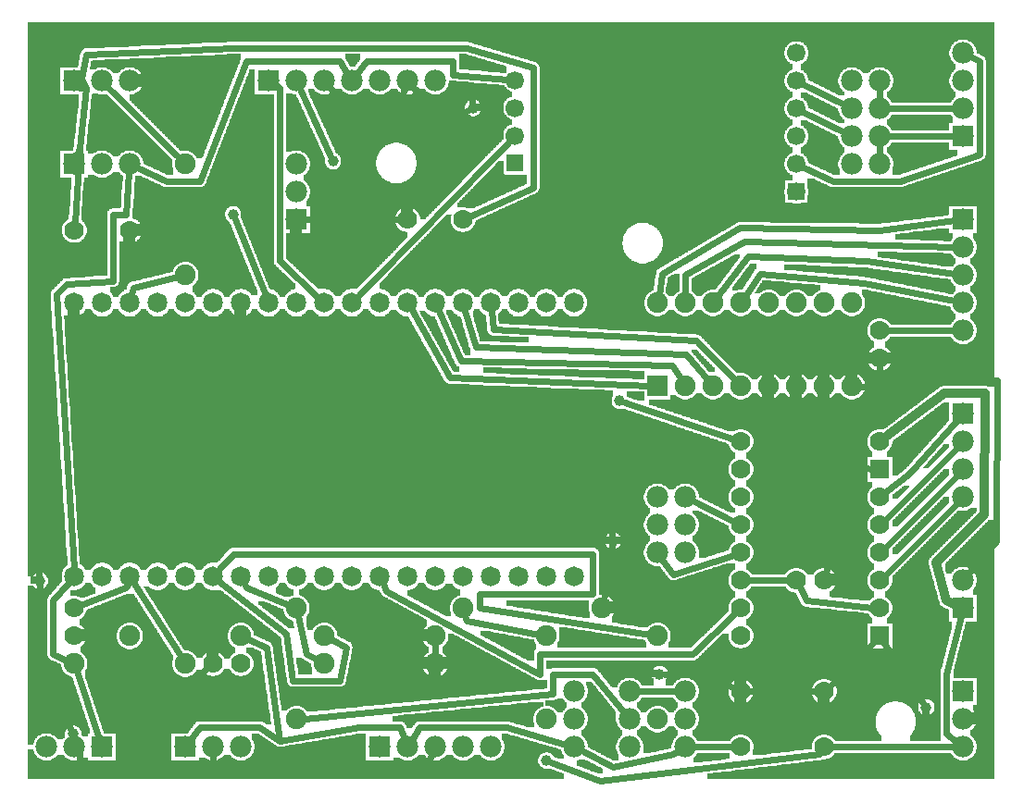
<source format=gtl>
G04 MADE WITH FRITZING*
G04 WWW.FRITZING.ORG*
G04 DOUBLE SIDED*
G04 HOLES PLATED*
G04 CONTOUR ON CENTER OF CONTOUR VECTOR*
%ASAXBY*%
%FSLAX23Y23*%
%MOIN*%
%OFA0B0*%
%SFA1.0B1.0*%
%ADD10C,0.075000*%
%ADD11C,0.039370*%
%ADD12C,0.078000*%
%ADD13C,0.070000*%
%ADD14C,0.071828*%
%ADD15C,0.066555*%
%ADD16C,0.049194*%
%ADD17R,0.078000X0.078000*%
%ADD18R,0.070000X0.070000*%
%ADD19R,0.075000X0.075000*%
%ADD20C,0.024000*%
%ADD21C,0.032000*%
%ADD22R,0.001000X0.001000*%
%LNCOPPER1*%
G90*
G70*
G54D10*
X503Y2578D03*
X325Y2439D03*
X1470Y2356D03*
X2902Y2326D03*
X3204Y2280D03*
X856Y2460D03*
X253Y1626D03*
X2496Y915D03*
X3169Y2636D03*
X1154Y645D03*
X3226Y764D03*
X2108Y250D03*
X304Y459D03*
X3457Y861D03*
G54D11*
X779Y2075D03*
X1139Y2267D03*
X2171Y1403D03*
X1907Y107D03*
X83Y755D03*
X1643Y2459D03*
X2147Y899D03*
X2315Y419D03*
X3275Y299D03*
X203Y203D03*
G54D12*
X3407Y2057D03*
X3407Y1957D03*
X3407Y1857D03*
X3407Y1757D03*
X3407Y1657D03*
G54D13*
X2607Y1257D03*
X3107Y1257D03*
X2607Y1157D03*
X3107Y1157D03*
X2607Y1057D03*
X3107Y1057D03*
X2607Y957D03*
X3107Y957D03*
X2607Y857D03*
X3107Y857D03*
X2607Y757D03*
X3107Y757D03*
X2607Y657D03*
X3107Y657D03*
X2607Y557D03*
X3107Y557D03*
G54D12*
X3407Y1357D03*
X3407Y1257D03*
X3407Y1157D03*
X3407Y1057D03*
X2407Y857D03*
X2407Y957D03*
X2407Y1057D03*
X2407Y857D03*
X2407Y957D03*
X2407Y1057D03*
X2307Y1057D03*
X2307Y957D03*
X2307Y857D03*
G54D10*
X607Y1857D03*
X607Y2257D03*
G54D13*
X2607Y357D03*
X2607Y157D03*
X407Y2018D03*
X207Y2018D03*
X2907Y357D03*
X2907Y157D03*
X1407Y2057D03*
X1607Y2057D03*
G54D10*
X2307Y1457D03*
X2307Y1757D03*
X2407Y1457D03*
X2407Y1757D03*
X2507Y1457D03*
X2507Y1757D03*
X2607Y1457D03*
X2607Y1757D03*
X2707Y1457D03*
X2707Y1757D03*
X2807Y1457D03*
X2807Y1757D03*
X2907Y1457D03*
X2907Y1757D03*
X3007Y1457D03*
X3007Y1757D03*
X207Y457D03*
X607Y457D03*
X807Y557D03*
X407Y557D03*
G54D13*
X207Y557D03*
X207Y657D03*
X2907Y757D03*
X2807Y757D03*
X3107Y1557D03*
X3107Y1657D03*
X707Y457D03*
X807Y457D03*
G54D12*
X207Y2557D03*
X307Y2557D03*
X407Y2557D03*
X3407Y2357D03*
X3407Y2457D03*
X3407Y2557D03*
X3407Y2657D03*
X1307Y157D03*
X1407Y157D03*
X1507Y157D03*
X1607Y157D03*
X1707Y157D03*
X1007Y2057D03*
X1007Y2157D03*
X1007Y2257D03*
X207Y2257D03*
X307Y2257D03*
X407Y2257D03*
X907Y2557D03*
X1007Y2557D03*
X1107Y2557D03*
X1207Y2557D03*
X1307Y2557D03*
X1407Y2557D03*
X1507Y2557D03*
G54D10*
X1007Y657D03*
X1007Y257D03*
X2307Y557D03*
X2307Y257D03*
X1907Y557D03*
X1907Y257D03*
X1507Y457D03*
X1107Y457D03*
X1507Y557D03*
X1107Y557D03*
X2107Y657D03*
X1607Y657D03*
G54D12*
X2207Y357D03*
X2207Y257D03*
X2207Y157D03*
X2007Y357D03*
X2007Y257D03*
X2007Y157D03*
X2407Y357D03*
X2407Y257D03*
X2407Y157D03*
X607Y157D03*
X707Y157D03*
X807Y157D03*
X307Y157D03*
X207Y157D03*
X107Y157D03*
G54D14*
X208Y771D03*
X308Y771D03*
X407Y771D03*
X508Y771D03*
X607Y771D03*
X707Y771D03*
X808Y771D03*
X907Y771D03*
X1007Y771D03*
X1107Y771D03*
X1207Y771D03*
X1308Y771D03*
X1407Y771D03*
X1507Y771D03*
X1607Y771D03*
X1707Y771D03*
X1806Y771D03*
X1907Y771D03*
X2007Y771D03*
X2007Y1757D03*
X1907Y1757D03*
X1806Y1757D03*
X1707Y1757D03*
X1607Y1757D03*
X1507Y1757D03*
X1407Y1757D03*
X1308Y1757D03*
X1207Y1757D03*
X1107Y1757D03*
X1007Y1757D03*
X907Y1757D03*
X808Y1757D03*
X707Y1757D03*
X607Y1757D03*
X508Y1757D03*
X407Y1757D03*
X308Y1757D03*
X208Y1757D03*
G54D15*
X2807Y2257D03*
X2807Y2357D03*
X2807Y2457D03*
X2807Y2557D03*
X2807Y2657D03*
X2807Y2157D03*
X1795Y2359D03*
X1795Y2459D03*
G54D16*
X1795Y2259D03*
G54D15*
X1795Y2559D03*
G54D12*
X3407Y357D03*
X3407Y257D03*
X3407Y157D03*
X3007Y2557D03*
X3007Y2457D03*
X3007Y2357D03*
X3007Y2257D03*
X3007Y2557D03*
X3007Y2457D03*
X3007Y2357D03*
X3007Y2257D03*
X3107Y2257D03*
X3107Y2357D03*
X3107Y2457D03*
X3107Y2557D03*
X3407Y657D03*
X3407Y757D03*
G54D17*
X3407Y2057D03*
G54D18*
X3107Y557D03*
X3107Y1157D03*
G54D17*
X3407Y1357D03*
G54D19*
X2307Y1457D03*
G54D17*
X207Y2557D03*
X3407Y2357D03*
X1307Y157D03*
X1007Y2057D03*
X207Y2257D03*
X907Y2557D03*
X607Y157D03*
X307Y157D03*
X3407Y357D03*
X3407Y657D03*
G54D20*
X3215Y1142D02*
X3128Y1073D01*
D02*
X3137Y2357D02*
X3377Y2357D01*
D02*
X3386Y1035D02*
X3126Y775D01*
D02*
X3386Y1135D02*
X3126Y875D01*
D02*
X3386Y1235D02*
X3126Y975D01*
D02*
X3387Y1334D02*
X3215Y1142D01*
D02*
X2980Y2370D02*
X2831Y2445D01*
D02*
X2980Y2470D02*
X2831Y2545D01*
D02*
X3377Y2457D02*
X3137Y2457D01*
D02*
X3107Y2527D02*
X3107Y2487D01*
D02*
X3107Y2287D02*
X3107Y2327D01*
D02*
X3108Y2019D02*
X2605Y2026D01*
D02*
X3050Y1828D02*
X3378Y1763D01*
D02*
X2676Y1862D02*
X3050Y1828D01*
D02*
X2605Y2026D02*
X2324Y1861D01*
D02*
X3377Y2053D02*
X3108Y2019D01*
D02*
X2324Y1861D02*
X2312Y1785D01*
D02*
X2623Y1781D02*
X2676Y1862D01*
D02*
X2361Y1531D02*
X1599Y1548D01*
D02*
X2392Y1481D02*
X2361Y1531D01*
D02*
X1599Y1548D02*
X1519Y1729D01*
D02*
X2279Y1458D02*
X1559Y1487D01*
D02*
X1559Y1487D02*
X1422Y1730D01*
D02*
X3060Y1906D02*
X2632Y1923D01*
D02*
X2621Y1976D02*
X2407Y1857D01*
D02*
X2407Y1857D02*
X2407Y1785D01*
D02*
X3377Y1957D02*
X2621Y1976D01*
D02*
X3377Y1861D02*
X3060Y1906D01*
D02*
X2632Y1923D02*
X2524Y1780D01*
D02*
X579Y1850D02*
X419Y1811D01*
D02*
X2447Y1620D02*
X1716Y1662D01*
D02*
X2587Y1477D02*
X2447Y1620D01*
D02*
X1716Y1662D02*
X1710Y1726D01*
D02*
X1653Y1597D02*
X1615Y1727D01*
D02*
X2489Y1478D02*
X2409Y1570D01*
D02*
X2409Y1570D02*
X1653Y1597D01*
D02*
X1036Y259D02*
X1931Y347D01*
D02*
X419Y1811D02*
X414Y1786D01*
D02*
X2584Y968D02*
X2434Y1043D01*
D02*
X2075Y419D02*
X2188Y280D01*
D02*
X1931Y419D02*
X2075Y419D01*
D02*
X1931Y347D02*
X1931Y419D01*
D02*
X587Y2277D02*
X328Y2535D01*
D02*
X947Y1907D02*
X1085Y1778D01*
D02*
X947Y2531D02*
X947Y1907D01*
D02*
X933Y2541D02*
X947Y2531D01*
D02*
X1043Y491D02*
X1082Y470D01*
D02*
X1013Y629D02*
X1043Y491D01*
D02*
X827Y731D02*
X981Y668D01*
D02*
X821Y744D02*
X827Y731D01*
D02*
X1228Y1779D02*
X1776Y2340D01*
D02*
X2588Y639D02*
X2435Y491D01*
D02*
X1883Y419D02*
X1331Y719D01*
D02*
X1883Y491D02*
X1883Y419D01*
D02*
X2435Y491D02*
X1883Y491D01*
D02*
X395Y731D02*
X399Y742D01*
D02*
X231Y666D02*
X395Y731D01*
D02*
X592Y481D02*
X424Y745D01*
D02*
X1331Y719D02*
X1320Y743D01*
D02*
X3467Y2627D02*
X3467Y2291D01*
D02*
X3434Y2643D02*
X3467Y2627D01*
D02*
X1879Y562D02*
X1619Y611D01*
D02*
X2939Y2195D02*
X2832Y2245D01*
D02*
X3179Y2195D02*
X2939Y2195D01*
D02*
X3467Y2291D02*
X3179Y2195D01*
D02*
X731Y752D02*
X971Y563D01*
D02*
X1619Y611D02*
X1615Y629D01*
D02*
X1187Y515D02*
X1133Y544D01*
D02*
X1163Y395D02*
X1187Y515D01*
D02*
X995Y395D02*
X1163Y395D01*
D02*
X971Y563D02*
X995Y395D01*
D02*
X2075Y851D02*
X779Y851D01*
D02*
X2075Y707D02*
X2075Y851D01*
D02*
X1667Y707D02*
X2075Y707D01*
D02*
X1667Y659D02*
X1667Y707D01*
D02*
X2279Y561D02*
X1667Y659D01*
D02*
X779Y851D02*
X728Y794D01*
D02*
X2781Y757D02*
X2633Y757D01*
D02*
X2325Y832D02*
X2363Y779D01*
D02*
X2363Y779D02*
X2582Y849D01*
D02*
X2843Y683D02*
X2819Y733D01*
D02*
X3081Y659D02*
X2843Y683D01*
D02*
X2437Y157D02*
X2581Y157D01*
D02*
X2363Y131D02*
X2381Y142D01*
D02*
X2147Y83D02*
X2363Y131D01*
D02*
X2034Y143D02*
X2147Y83D01*
D02*
X1763Y227D02*
X1978Y165D01*
D02*
X1451Y227D02*
X1763Y227D01*
D02*
X1423Y182D02*
X1451Y227D01*
D02*
X833Y545D02*
X899Y515D01*
D02*
X947Y179D02*
X1235Y227D01*
D02*
X899Y515D02*
X947Y179D01*
D02*
X1379Y227D02*
X1396Y185D01*
D02*
X1235Y227D02*
X1379Y227D01*
D02*
X659Y227D02*
X875Y227D01*
D02*
X625Y181D02*
X659Y227D01*
D02*
X875Y227D02*
X947Y179D01*
D02*
X216Y430D02*
X298Y185D01*
D02*
X131Y491D02*
X181Y469D01*
D02*
X131Y683D02*
X131Y491D01*
D02*
X188Y748D02*
X131Y683D01*
D02*
X395Y2075D02*
X347Y2075D01*
D02*
X405Y2227D02*
X395Y2075D01*
D02*
X143Y1787D02*
X206Y801D01*
D02*
X179Y1823D02*
X143Y1787D01*
D02*
X347Y1835D02*
X179Y1823D01*
D02*
X347Y2075D02*
X347Y1835D01*
D02*
X1191Y2582D02*
X1163Y2627D01*
D02*
X827Y2627D02*
X659Y2195D01*
D02*
X1163Y2627D02*
X827Y2627D01*
D02*
X539Y2195D02*
X435Y2244D01*
D02*
X659Y2195D02*
X539Y2195D01*
D02*
X1259Y2627D02*
X1225Y2581D01*
D02*
X1571Y2627D02*
X1259Y2627D01*
D02*
X1571Y2579D02*
X1571Y2627D01*
D02*
X1768Y2562D02*
X1571Y2579D01*
D02*
X786Y2058D02*
X896Y1785D01*
D02*
X3377Y1657D02*
X3133Y1657D01*
D02*
X2237Y357D02*
X2377Y357D01*
D02*
X209Y2044D02*
X227Y2315D01*
D02*
X227Y2315D02*
X251Y2531D01*
D02*
X251Y2651D02*
X779Y2675D01*
D02*
X227Y2531D02*
X251Y2651D01*
D02*
X251Y2531D02*
X227Y2531D01*
D02*
X1859Y2171D02*
X1631Y2067D01*
D02*
X1859Y2603D02*
X1859Y2171D01*
D02*
X1619Y2675D02*
X1859Y2603D01*
D02*
X779Y2675D02*
X1619Y2675D01*
D02*
X217Y2285D02*
X227Y2315D01*
D02*
X227Y2579D02*
X227Y2579D01*
D02*
X1020Y2529D02*
X1131Y2285D01*
D02*
X2582Y1265D02*
X2189Y1397D01*
D02*
X227Y2579D02*
X251Y2531D01*
D02*
X3347Y203D02*
X3383Y175D01*
D02*
X3347Y419D02*
X3347Y203D01*
D02*
X3400Y627D02*
X3347Y419D01*
D02*
X2933Y157D02*
X3377Y157D01*
G54D21*
D02*
X3132Y1276D02*
X3339Y1431D01*
D02*
X3347Y683D02*
X3375Y671D01*
D02*
X3309Y821D02*
X3347Y683D01*
D02*
X3483Y993D02*
X3309Y821D01*
D02*
X3486Y1431D02*
X3483Y993D01*
D02*
X3339Y1431D02*
X3486Y1431D01*
G54D20*
D02*
X2099Y35D02*
X2891Y131D01*
D02*
X1925Y101D02*
X2099Y35D01*
D02*
X2891Y131D02*
X2893Y135D01*
D02*
X1507Y485D02*
X1507Y528D01*
D02*
X1495Y129D02*
X1475Y83D01*
D02*
X227Y155D02*
X83Y443D01*
D02*
X227Y83D02*
X227Y155D01*
D02*
X1475Y83D02*
X227Y83D01*
D02*
X83Y443D02*
X83Y736D01*
D02*
X1381Y2057D02*
X1037Y2057D01*
D02*
X1427Y2531D02*
X1595Y2435D01*
D02*
X1426Y2533D02*
X1427Y2531D01*
D02*
X1595Y2435D02*
X1626Y2451D01*
D02*
X1379Y2483D02*
X1397Y2529D01*
D02*
X1163Y2483D02*
X1379Y2483D01*
D02*
X1126Y2533D02*
X1163Y2483D01*
D02*
X2112Y685D02*
X2144Y881D01*
D02*
X2483Y419D02*
X2334Y419D01*
D02*
X2584Y368D02*
X2483Y419D01*
D02*
X2881Y357D02*
X2633Y357D01*
D02*
X3089Y538D02*
X2926Y375D01*
D02*
X3179Y1475D02*
X3107Y1451D01*
D02*
X3529Y1479D02*
X3179Y1475D01*
D02*
X3526Y896D02*
X3529Y1479D01*
D02*
X3427Y780D02*
X3526Y896D01*
D02*
X3035Y1403D02*
X2912Y782D01*
D02*
X3107Y1451D02*
X3035Y1403D01*
D02*
X3265Y315D02*
X3121Y535D01*
D02*
X3035Y1163D02*
X3035Y1403D01*
D02*
X3081Y1159D02*
X3035Y1163D01*
D02*
X3036Y1455D02*
X3107Y1451D01*
D02*
X3107Y1531D02*
X3107Y1451D01*
D02*
X687Y440D02*
X539Y323D01*
D02*
X539Y83D02*
X227Y83D01*
D02*
X539Y323D02*
X539Y83D01*
D02*
X707Y127D02*
X707Y83D01*
D02*
X707Y83D02*
X227Y83D01*
D02*
X212Y186D02*
X227Y155D01*
G36*
X758Y2653D02*
X758Y2651D01*
X714Y2651D01*
X714Y2649D01*
X670Y2649D01*
X670Y2647D01*
X626Y2647D01*
X626Y2645D01*
X582Y2645D01*
X582Y2643D01*
X538Y2643D01*
X538Y2641D01*
X494Y2641D01*
X494Y2639D01*
X450Y2639D01*
X450Y2637D01*
X406Y2637D01*
X406Y2635D01*
X362Y2635D01*
X362Y2633D01*
X318Y2633D01*
X318Y2631D01*
X274Y2631D01*
X274Y2629D01*
X270Y2629D01*
X270Y2627D01*
X268Y2627D01*
X268Y2617D01*
X266Y2617D01*
X266Y2607D01*
X264Y2607D01*
X264Y2605D01*
X418Y2605D01*
X418Y2603D01*
X424Y2603D01*
X424Y2601D01*
X428Y2601D01*
X428Y2599D01*
X432Y2599D01*
X432Y2597D01*
X436Y2597D01*
X436Y2595D01*
X438Y2595D01*
X438Y2593D01*
X440Y2593D01*
X440Y2591D01*
X442Y2591D01*
X442Y2589D01*
X444Y2589D01*
X444Y2587D01*
X446Y2587D01*
X446Y2585D01*
X448Y2585D01*
X448Y2581D01*
X450Y2581D01*
X450Y2577D01*
X452Y2577D01*
X452Y2573D01*
X454Y2573D01*
X454Y2567D01*
X456Y2567D01*
X456Y2547D01*
X454Y2547D01*
X454Y2539D01*
X452Y2539D01*
X452Y2535D01*
X450Y2535D01*
X450Y2531D01*
X448Y2531D01*
X448Y2529D01*
X446Y2529D01*
X446Y2525D01*
X444Y2525D01*
X444Y2523D01*
X442Y2523D01*
X442Y2521D01*
X440Y2521D01*
X440Y2519D01*
X438Y2519D01*
X438Y2517D01*
X434Y2517D01*
X434Y2515D01*
X432Y2515D01*
X432Y2513D01*
X428Y2513D01*
X428Y2511D01*
X422Y2511D01*
X422Y2509D01*
X414Y2509D01*
X414Y2507D01*
X406Y2507D01*
X406Y2487D01*
X408Y2487D01*
X408Y2485D01*
X410Y2485D01*
X410Y2483D01*
X412Y2483D01*
X412Y2481D01*
X414Y2481D01*
X414Y2479D01*
X416Y2479D01*
X416Y2477D01*
X418Y2477D01*
X418Y2475D01*
X420Y2475D01*
X420Y2473D01*
X422Y2473D01*
X422Y2471D01*
X424Y2471D01*
X424Y2469D01*
X426Y2469D01*
X426Y2467D01*
X428Y2467D01*
X428Y2465D01*
X430Y2465D01*
X430Y2463D01*
X432Y2463D01*
X432Y2461D01*
X434Y2461D01*
X434Y2459D01*
X436Y2459D01*
X436Y2457D01*
X438Y2457D01*
X438Y2455D01*
X440Y2455D01*
X440Y2453D01*
X442Y2453D01*
X442Y2451D01*
X444Y2451D01*
X444Y2449D01*
X446Y2449D01*
X446Y2447D01*
X448Y2447D01*
X448Y2445D01*
X450Y2445D01*
X450Y2443D01*
X452Y2443D01*
X452Y2441D01*
X454Y2441D01*
X454Y2439D01*
X456Y2439D01*
X456Y2437D01*
X458Y2437D01*
X458Y2435D01*
X460Y2435D01*
X460Y2433D01*
X462Y2433D01*
X462Y2431D01*
X464Y2431D01*
X464Y2429D01*
X466Y2429D01*
X466Y2427D01*
X468Y2427D01*
X468Y2425D01*
X470Y2425D01*
X470Y2423D01*
X472Y2423D01*
X472Y2421D01*
X474Y2421D01*
X474Y2419D01*
X476Y2419D01*
X476Y2417D01*
X478Y2417D01*
X478Y2415D01*
X480Y2415D01*
X480Y2413D01*
X482Y2413D01*
X482Y2411D01*
X484Y2411D01*
X484Y2409D01*
X486Y2409D01*
X486Y2407D01*
X488Y2407D01*
X488Y2405D01*
X490Y2405D01*
X490Y2403D01*
X492Y2403D01*
X492Y2401D01*
X494Y2401D01*
X494Y2399D01*
X496Y2399D01*
X496Y2397D01*
X498Y2397D01*
X498Y2395D01*
X500Y2395D01*
X500Y2393D01*
X502Y2393D01*
X502Y2391D01*
X504Y2391D01*
X504Y2389D01*
X506Y2389D01*
X506Y2387D01*
X508Y2387D01*
X508Y2385D01*
X510Y2385D01*
X510Y2383D01*
X512Y2383D01*
X512Y2381D01*
X514Y2381D01*
X514Y2379D01*
X516Y2379D01*
X516Y2377D01*
X518Y2377D01*
X518Y2375D01*
X520Y2375D01*
X520Y2373D01*
X522Y2373D01*
X522Y2371D01*
X524Y2371D01*
X524Y2369D01*
X526Y2369D01*
X526Y2367D01*
X528Y2367D01*
X528Y2365D01*
X530Y2365D01*
X530Y2363D01*
X532Y2363D01*
X532Y2361D01*
X534Y2361D01*
X534Y2359D01*
X536Y2359D01*
X536Y2357D01*
X538Y2357D01*
X538Y2355D01*
X540Y2355D01*
X540Y2353D01*
X542Y2353D01*
X542Y2351D01*
X544Y2351D01*
X544Y2349D01*
X546Y2349D01*
X546Y2347D01*
X548Y2347D01*
X548Y2345D01*
X550Y2345D01*
X550Y2343D01*
X552Y2343D01*
X552Y2341D01*
X554Y2341D01*
X554Y2339D01*
X556Y2339D01*
X556Y2337D01*
X558Y2337D01*
X558Y2335D01*
X560Y2335D01*
X560Y2333D01*
X562Y2333D01*
X562Y2331D01*
X564Y2331D01*
X564Y2329D01*
X566Y2329D01*
X566Y2327D01*
X568Y2327D01*
X568Y2325D01*
X570Y2325D01*
X570Y2323D01*
X572Y2323D01*
X572Y2321D01*
X574Y2321D01*
X574Y2319D01*
X576Y2319D01*
X576Y2317D01*
X578Y2317D01*
X578Y2315D01*
X580Y2315D01*
X580Y2313D01*
X582Y2313D01*
X582Y2311D01*
X584Y2311D01*
X584Y2309D01*
X586Y2309D01*
X586Y2307D01*
X588Y2307D01*
X588Y2305D01*
X590Y2305D01*
X590Y2303D01*
X620Y2303D01*
X620Y2301D01*
X626Y2301D01*
X626Y2299D01*
X630Y2299D01*
X630Y2297D01*
X634Y2297D01*
X634Y2295D01*
X636Y2295D01*
X636Y2293D01*
X638Y2293D01*
X638Y2291D01*
X640Y2291D01*
X640Y2289D01*
X642Y2289D01*
X642Y2287D01*
X644Y2287D01*
X644Y2285D01*
X646Y2285D01*
X646Y2281D01*
X648Y2281D01*
X648Y2279D01*
X668Y2279D01*
X668Y2281D01*
X670Y2281D01*
X670Y2285D01*
X672Y2285D01*
X672Y2291D01*
X674Y2291D01*
X674Y2295D01*
X676Y2295D01*
X676Y2301D01*
X678Y2301D01*
X678Y2307D01*
X680Y2307D01*
X680Y2311D01*
X682Y2311D01*
X682Y2317D01*
X684Y2317D01*
X684Y2321D01*
X686Y2321D01*
X686Y2327D01*
X688Y2327D01*
X688Y2331D01*
X690Y2331D01*
X690Y2337D01*
X692Y2337D01*
X692Y2343D01*
X694Y2343D01*
X694Y2347D01*
X696Y2347D01*
X696Y2353D01*
X698Y2353D01*
X698Y2357D01*
X700Y2357D01*
X700Y2363D01*
X702Y2363D01*
X702Y2367D01*
X704Y2367D01*
X704Y2373D01*
X706Y2373D01*
X706Y2379D01*
X708Y2379D01*
X708Y2383D01*
X710Y2383D01*
X710Y2389D01*
X712Y2389D01*
X712Y2393D01*
X714Y2393D01*
X714Y2399D01*
X716Y2399D01*
X716Y2403D01*
X718Y2403D01*
X718Y2409D01*
X720Y2409D01*
X720Y2415D01*
X722Y2415D01*
X722Y2419D01*
X724Y2419D01*
X724Y2425D01*
X726Y2425D01*
X726Y2429D01*
X728Y2429D01*
X728Y2435D01*
X730Y2435D01*
X730Y2439D01*
X732Y2439D01*
X732Y2445D01*
X734Y2445D01*
X734Y2451D01*
X736Y2451D01*
X736Y2455D01*
X738Y2455D01*
X738Y2461D01*
X740Y2461D01*
X740Y2465D01*
X742Y2465D01*
X742Y2471D01*
X744Y2471D01*
X744Y2475D01*
X746Y2475D01*
X746Y2481D01*
X748Y2481D01*
X748Y2487D01*
X750Y2487D01*
X750Y2491D01*
X752Y2491D01*
X752Y2497D01*
X754Y2497D01*
X754Y2501D01*
X756Y2501D01*
X756Y2507D01*
X758Y2507D01*
X758Y2511D01*
X760Y2511D01*
X760Y2517D01*
X762Y2517D01*
X762Y2523D01*
X764Y2523D01*
X764Y2527D01*
X766Y2527D01*
X766Y2533D01*
X768Y2533D01*
X768Y2537D01*
X770Y2537D01*
X770Y2543D01*
X772Y2543D01*
X772Y2547D01*
X774Y2547D01*
X774Y2553D01*
X776Y2553D01*
X776Y2559D01*
X778Y2559D01*
X778Y2563D01*
X780Y2563D01*
X780Y2569D01*
X782Y2569D01*
X782Y2573D01*
X784Y2573D01*
X784Y2579D01*
X786Y2579D01*
X786Y2583D01*
X788Y2583D01*
X788Y2589D01*
X790Y2589D01*
X790Y2595D01*
X792Y2595D01*
X792Y2599D01*
X794Y2599D01*
X794Y2605D01*
X796Y2605D01*
X796Y2609D01*
X798Y2609D01*
X798Y2615D01*
X800Y2615D01*
X800Y2619D01*
X802Y2619D01*
X802Y2625D01*
X804Y2625D01*
X804Y2631D01*
X806Y2631D01*
X806Y2653D01*
X758Y2653D01*
G37*
D02*
G36*
X264Y2605D02*
X264Y2599D01*
X286Y2599D01*
X286Y2601D01*
X290Y2601D01*
X290Y2603D01*
X296Y2603D01*
X296Y2605D01*
X264Y2605D01*
G37*
D02*
G36*
X318Y2605D02*
X318Y2603D01*
X324Y2603D01*
X324Y2601D01*
X328Y2601D01*
X328Y2599D01*
X332Y2599D01*
X332Y2597D01*
X336Y2597D01*
X336Y2595D01*
X338Y2595D01*
X338Y2593D01*
X340Y2593D01*
X340Y2591D01*
X342Y2591D01*
X342Y2589D01*
X344Y2589D01*
X344Y2587D01*
X346Y2587D01*
X346Y2585D01*
X368Y2585D01*
X368Y2587D01*
X370Y2587D01*
X370Y2589D01*
X372Y2589D01*
X372Y2591D01*
X374Y2591D01*
X374Y2593D01*
X376Y2593D01*
X376Y2595D01*
X378Y2595D01*
X378Y2597D01*
X382Y2597D01*
X382Y2599D01*
X386Y2599D01*
X386Y2601D01*
X390Y2601D01*
X390Y2603D01*
X396Y2603D01*
X396Y2605D01*
X318Y2605D01*
G37*
D02*
G36*
X1184Y2653D02*
X1184Y2633D01*
X1186Y2633D01*
X1186Y2631D01*
X1188Y2631D01*
X1188Y2627D01*
X1190Y2627D01*
X1190Y2625D01*
X1192Y2625D01*
X1192Y2621D01*
X1194Y2621D01*
X1194Y2617D01*
X1196Y2617D01*
X1196Y2615D01*
X1198Y2615D01*
X1198Y2611D01*
X1200Y2611D01*
X1200Y2609D01*
X1220Y2609D01*
X1220Y2613D01*
X1222Y2613D01*
X1222Y2615D01*
X1224Y2615D01*
X1224Y2617D01*
X1226Y2617D01*
X1226Y2621D01*
X1228Y2621D01*
X1228Y2623D01*
X1230Y2623D01*
X1230Y2625D01*
X1232Y2625D01*
X1232Y2629D01*
X1234Y2629D01*
X1234Y2631D01*
X1236Y2631D01*
X1236Y2633D01*
X1238Y2633D01*
X1238Y2653D01*
X1184Y2653D01*
G37*
D02*
G36*
X1592Y2653D02*
X1592Y2631D01*
X1594Y2631D01*
X1594Y2599D01*
X1606Y2599D01*
X1606Y2597D01*
X1628Y2597D01*
X1628Y2595D01*
X1650Y2595D01*
X1650Y2593D01*
X1674Y2593D01*
X1674Y2591D01*
X1696Y2591D01*
X1696Y2589D01*
X1718Y2589D01*
X1718Y2587D01*
X1740Y2587D01*
X1740Y2585D01*
X1762Y2585D01*
X1762Y2589D01*
X1764Y2589D01*
X1764Y2609D01*
X1760Y2609D01*
X1760Y2611D01*
X1752Y2611D01*
X1752Y2613D01*
X1746Y2613D01*
X1746Y2615D01*
X1740Y2615D01*
X1740Y2617D01*
X1732Y2617D01*
X1732Y2619D01*
X1726Y2619D01*
X1726Y2621D01*
X1720Y2621D01*
X1720Y2623D01*
X1712Y2623D01*
X1712Y2625D01*
X1706Y2625D01*
X1706Y2627D01*
X1700Y2627D01*
X1700Y2629D01*
X1692Y2629D01*
X1692Y2631D01*
X1686Y2631D01*
X1686Y2633D01*
X1680Y2633D01*
X1680Y2635D01*
X1672Y2635D01*
X1672Y2637D01*
X1666Y2637D01*
X1666Y2639D01*
X1660Y2639D01*
X1660Y2641D01*
X1652Y2641D01*
X1652Y2643D01*
X1646Y2643D01*
X1646Y2645D01*
X1640Y2645D01*
X1640Y2647D01*
X1632Y2647D01*
X1632Y2649D01*
X1626Y2649D01*
X1626Y2651D01*
X1620Y2651D01*
X1620Y2653D01*
X1592Y2653D01*
G37*
D02*
G36*
X2822Y2515D02*
X2822Y2497D01*
X2824Y2497D01*
X2824Y2495D01*
X2828Y2495D01*
X2828Y2493D01*
X2832Y2493D01*
X2832Y2491D01*
X2834Y2491D01*
X2834Y2489D01*
X2836Y2489D01*
X2836Y2487D01*
X2838Y2487D01*
X2838Y2485D01*
X2840Y2485D01*
X2840Y2483D01*
X2842Y2483D01*
X2842Y2481D01*
X2844Y2481D01*
X2844Y2477D01*
X2846Y2477D01*
X2846Y2473D01*
X2848Y2473D01*
X2848Y2467D01*
X2850Y2467D01*
X2850Y2459D01*
X2854Y2459D01*
X2854Y2457D01*
X2858Y2457D01*
X2858Y2455D01*
X2862Y2455D01*
X2862Y2453D01*
X2866Y2453D01*
X2866Y2451D01*
X2870Y2451D01*
X2870Y2449D01*
X2874Y2449D01*
X2874Y2447D01*
X2878Y2447D01*
X2878Y2445D01*
X2882Y2445D01*
X2882Y2443D01*
X2886Y2443D01*
X2886Y2441D01*
X2890Y2441D01*
X2890Y2439D01*
X2894Y2439D01*
X2894Y2437D01*
X2898Y2437D01*
X2898Y2435D01*
X2902Y2435D01*
X2902Y2433D01*
X2906Y2433D01*
X2906Y2431D01*
X2910Y2431D01*
X2910Y2429D01*
X2914Y2429D01*
X2914Y2427D01*
X2918Y2427D01*
X2918Y2425D01*
X2922Y2425D01*
X2922Y2423D01*
X2926Y2423D01*
X2926Y2421D01*
X2930Y2421D01*
X2930Y2419D01*
X2934Y2419D01*
X2934Y2417D01*
X2938Y2417D01*
X2938Y2415D01*
X2942Y2415D01*
X2942Y2413D01*
X2946Y2413D01*
X2946Y2411D01*
X2950Y2411D01*
X2950Y2409D01*
X2954Y2409D01*
X2954Y2407D01*
X2958Y2407D01*
X2958Y2405D01*
X2980Y2405D01*
X2980Y2417D01*
X2978Y2417D01*
X2978Y2419D01*
X2974Y2419D01*
X2974Y2421D01*
X2972Y2421D01*
X2972Y2423D01*
X2970Y2423D01*
X2970Y2427D01*
X2968Y2427D01*
X2968Y2429D01*
X2966Y2429D01*
X2966Y2431D01*
X2964Y2431D01*
X2964Y2435D01*
X2962Y2435D01*
X2962Y2441D01*
X2960Y2441D01*
X2960Y2449D01*
X2958Y2449D01*
X2958Y2457D01*
X2954Y2457D01*
X2954Y2459D01*
X2950Y2459D01*
X2950Y2461D01*
X2946Y2461D01*
X2946Y2463D01*
X2942Y2463D01*
X2942Y2465D01*
X2938Y2465D01*
X2938Y2467D01*
X2934Y2467D01*
X2934Y2469D01*
X2930Y2469D01*
X2930Y2471D01*
X2926Y2471D01*
X2926Y2473D01*
X2922Y2473D01*
X2922Y2475D01*
X2918Y2475D01*
X2918Y2477D01*
X2914Y2477D01*
X2914Y2479D01*
X2910Y2479D01*
X2910Y2481D01*
X2906Y2481D01*
X2906Y2483D01*
X2902Y2483D01*
X2902Y2485D01*
X2898Y2485D01*
X2898Y2487D01*
X2894Y2487D01*
X2894Y2489D01*
X2890Y2489D01*
X2890Y2491D01*
X2886Y2491D01*
X2886Y2493D01*
X2882Y2493D01*
X2882Y2495D01*
X2878Y2495D01*
X2878Y2497D01*
X2874Y2497D01*
X2874Y2499D01*
X2870Y2499D01*
X2870Y2501D01*
X2866Y2501D01*
X2866Y2503D01*
X2862Y2503D01*
X2862Y2505D01*
X2858Y2505D01*
X2858Y2507D01*
X2854Y2507D01*
X2854Y2509D01*
X2850Y2509D01*
X2850Y2511D01*
X2846Y2511D01*
X2846Y2513D01*
X2842Y2513D01*
X2842Y2515D01*
X2822Y2515D01*
G37*
D02*
G36*
X272Y2511D02*
X272Y2509D01*
X270Y2509D01*
X270Y2491D01*
X268Y2491D01*
X268Y2473D01*
X266Y2473D01*
X266Y2455D01*
X264Y2455D01*
X264Y2437D01*
X262Y2437D01*
X262Y2419D01*
X260Y2419D01*
X260Y2401D01*
X258Y2401D01*
X258Y2383D01*
X256Y2383D01*
X256Y2365D01*
X254Y2365D01*
X254Y2347D01*
X252Y2347D01*
X252Y2329D01*
X250Y2329D01*
X250Y2305D01*
X418Y2305D01*
X418Y2303D01*
X424Y2303D01*
X424Y2301D01*
X428Y2301D01*
X428Y2299D01*
X432Y2299D01*
X432Y2297D01*
X436Y2297D01*
X436Y2295D01*
X438Y2295D01*
X438Y2293D01*
X440Y2293D01*
X440Y2291D01*
X442Y2291D01*
X442Y2289D01*
X444Y2289D01*
X444Y2287D01*
X446Y2287D01*
X446Y2285D01*
X448Y2285D01*
X448Y2281D01*
X450Y2281D01*
X450Y2277D01*
X452Y2277D01*
X452Y2273D01*
X454Y2273D01*
X454Y2267D01*
X456Y2267D01*
X456Y2257D01*
X460Y2257D01*
X460Y2255D01*
X464Y2255D01*
X464Y2253D01*
X468Y2253D01*
X468Y2251D01*
X474Y2251D01*
X474Y2249D01*
X478Y2249D01*
X478Y2247D01*
X482Y2247D01*
X482Y2245D01*
X486Y2245D01*
X486Y2243D01*
X490Y2243D01*
X490Y2241D01*
X494Y2241D01*
X494Y2239D01*
X498Y2239D01*
X498Y2237D01*
X504Y2237D01*
X504Y2235D01*
X508Y2235D01*
X508Y2233D01*
X512Y2233D01*
X512Y2231D01*
X516Y2231D01*
X516Y2229D01*
X520Y2229D01*
X520Y2227D01*
X524Y2227D01*
X524Y2225D01*
X530Y2225D01*
X530Y2223D01*
X534Y2223D01*
X534Y2221D01*
X538Y2221D01*
X538Y2219D01*
X542Y2219D01*
X542Y2217D01*
X564Y2217D01*
X564Y2239D01*
X562Y2239D01*
X562Y2245D01*
X560Y2245D01*
X560Y2273D01*
X558Y2273D01*
X558Y2275D01*
X556Y2275D01*
X556Y2277D01*
X554Y2277D01*
X554Y2279D01*
X552Y2279D01*
X552Y2281D01*
X550Y2281D01*
X550Y2283D01*
X548Y2283D01*
X548Y2285D01*
X546Y2285D01*
X546Y2287D01*
X544Y2287D01*
X544Y2289D01*
X542Y2289D01*
X542Y2291D01*
X540Y2291D01*
X540Y2293D01*
X538Y2293D01*
X538Y2295D01*
X536Y2295D01*
X536Y2297D01*
X534Y2297D01*
X534Y2299D01*
X532Y2299D01*
X532Y2301D01*
X530Y2301D01*
X530Y2303D01*
X528Y2303D01*
X528Y2305D01*
X526Y2305D01*
X526Y2307D01*
X524Y2307D01*
X524Y2309D01*
X522Y2309D01*
X522Y2311D01*
X520Y2311D01*
X520Y2313D01*
X518Y2313D01*
X518Y2315D01*
X516Y2315D01*
X516Y2317D01*
X514Y2317D01*
X514Y2319D01*
X512Y2319D01*
X512Y2321D01*
X510Y2321D01*
X510Y2323D01*
X508Y2323D01*
X508Y2325D01*
X506Y2325D01*
X506Y2327D01*
X504Y2327D01*
X504Y2329D01*
X502Y2329D01*
X502Y2331D01*
X500Y2331D01*
X500Y2333D01*
X498Y2333D01*
X498Y2335D01*
X496Y2335D01*
X496Y2337D01*
X494Y2337D01*
X494Y2339D01*
X492Y2339D01*
X492Y2341D01*
X490Y2341D01*
X490Y2343D01*
X488Y2343D01*
X488Y2345D01*
X486Y2345D01*
X486Y2347D01*
X484Y2347D01*
X484Y2349D01*
X482Y2349D01*
X482Y2351D01*
X480Y2351D01*
X480Y2353D01*
X478Y2353D01*
X478Y2355D01*
X476Y2355D01*
X476Y2357D01*
X474Y2357D01*
X474Y2359D01*
X472Y2359D01*
X472Y2361D01*
X470Y2361D01*
X470Y2363D01*
X468Y2363D01*
X468Y2365D01*
X466Y2365D01*
X466Y2367D01*
X464Y2367D01*
X464Y2369D01*
X462Y2369D01*
X462Y2371D01*
X460Y2371D01*
X460Y2373D01*
X458Y2373D01*
X458Y2375D01*
X456Y2375D01*
X456Y2377D01*
X454Y2377D01*
X454Y2379D01*
X452Y2379D01*
X452Y2381D01*
X450Y2381D01*
X450Y2383D01*
X448Y2383D01*
X448Y2385D01*
X446Y2385D01*
X446Y2387D01*
X444Y2387D01*
X444Y2389D01*
X442Y2389D01*
X442Y2391D01*
X440Y2391D01*
X440Y2393D01*
X438Y2393D01*
X438Y2395D01*
X436Y2395D01*
X436Y2397D01*
X434Y2397D01*
X434Y2399D01*
X432Y2399D01*
X432Y2401D01*
X430Y2401D01*
X430Y2403D01*
X428Y2403D01*
X428Y2405D01*
X426Y2405D01*
X426Y2407D01*
X424Y2407D01*
X424Y2409D01*
X422Y2409D01*
X422Y2411D01*
X420Y2411D01*
X420Y2413D01*
X418Y2413D01*
X418Y2415D01*
X416Y2415D01*
X416Y2417D01*
X414Y2417D01*
X414Y2419D01*
X412Y2419D01*
X412Y2421D01*
X410Y2421D01*
X410Y2423D01*
X408Y2423D01*
X408Y2425D01*
X406Y2425D01*
X406Y2427D01*
X404Y2427D01*
X404Y2429D01*
X402Y2429D01*
X402Y2431D01*
X400Y2431D01*
X400Y2433D01*
X398Y2433D01*
X398Y2435D01*
X396Y2435D01*
X396Y2437D01*
X394Y2437D01*
X394Y2439D01*
X392Y2439D01*
X392Y2441D01*
X390Y2441D01*
X390Y2443D01*
X388Y2443D01*
X388Y2445D01*
X386Y2445D01*
X386Y2447D01*
X384Y2447D01*
X384Y2449D01*
X382Y2449D01*
X382Y2451D01*
X380Y2451D01*
X380Y2453D01*
X378Y2453D01*
X378Y2455D01*
X376Y2455D01*
X376Y2457D01*
X374Y2457D01*
X374Y2459D01*
X372Y2459D01*
X372Y2461D01*
X370Y2461D01*
X370Y2463D01*
X368Y2463D01*
X368Y2465D01*
X366Y2465D01*
X366Y2467D01*
X364Y2467D01*
X364Y2469D01*
X362Y2469D01*
X362Y2471D01*
X360Y2471D01*
X360Y2473D01*
X358Y2473D01*
X358Y2475D01*
X356Y2475D01*
X356Y2477D01*
X354Y2477D01*
X354Y2479D01*
X352Y2479D01*
X352Y2481D01*
X350Y2481D01*
X350Y2483D01*
X348Y2483D01*
X348Y2485D01*
X346Y2485D01*
X346Y2487D01*
X344Y2487D01*
X344Y2489D01*
X342Y2489D01*
X342Y2491D01*
X340Y2491D01*
X340Y2493D01*
X338Y2493D01*
X338Y2495D01*
X336Y2495D01*
X336Y2497D01*
X334Y2497D01*
X334Y2499D01*
X332Y2499D01*
X332Y2501D01*
X330Y2501D01*
X330Y2503D01*
X328Y2503D01*
X328Y2505D01*
X326Y2505D01*
X326Y2507D01*
X300Y2507D01*
X300Y2509D01*
X292Y2509D01*
X292Y2511D01*
X272Y2511D01*
G37*
D02*
G36*
X256Y2305D02*
X256Y2293D01*
X276Y2293D01*
X276Y2295D01*
X278Y2295D01*
X278Y2297D01*
X282Y2297D01*
X282Y2299D01*
X286Y2299D01*
X286Y2301D01*
X290Y2301D01*
X290Y2303D01*
X296Y2303D01*
X296Y2305D01*
X256Y2305D01*
G37*
D02*
G36*
X318Y2305D02*
X318Y2303D01*
X324Y2303D01*
X324Y2301D01*
X328Y2301D01*
X328Y2299D01*
X332Y2299D01*
X332Y2297D01*
X336Y2297D01*
X336Y2295D01*
X338Y2295D01*
X338Y2293D01*
X340Y2293D01*
X340Y2291D01*
X342Y2291D01*
X342Y2289D01*
X344Y2289D01*
X344Y2287D01*
X346Y2287D01*
X346Y2285D01*
X368Y2285D01*
X368Y2287D01*
X370Y2287D01*
X370Y2289D01*
X372Y2289D01*
X372Y2291D01*
X374Y2291D01*
X374Y2293D01*
X376Y2293D01*
X376Y2295D01*
X378Y2295D01*
X378Y2297D01*
X382Y2297D01*
X382Y2299D01*
X386Y2299D01*
X386Y2301D01*
X390Y2301D01*
X390Y2303D01*
X396Y2303D01*
X396Y2305D01*
X318Y2305D01*
G37*
D02*
G36*
X1556Y2557D02*
X1556Y2547D01*
X1554Y2547D01*
X1554Y2539D01*
X1552Y2539D01*
X1552Y2535D01*
X1550Y2535D01*
X1550Y2531D01*
X1548Y2531D01*
X1548Y2529D01*
X1546Y2529D01*
X1546Y2525D01*
X1544Y2525D01*
X1544Y2523D01*
X1542Y2523D01*
X1542Y2521D01*
X1540Y2521D01*
X1540Y2519D01*
X1538Y2519D01*
X1538Y2517D01*
X1534Y2517D01*
X1534Y2515D01*
X1532Y2515D01*
X1532Y2513D01*
X1528Y2513D01*
X1528Y2511D01*
X1522Y2511D01*
X1522Y2509D01*
X1514Y2509D01*
X1514Y2507D01*
X1782Y2507D01*
X1782Y2519D01*
X1776Y2519D01*
X1776Y2521D01*
X1772Y2521D01*
X1772Y2523D01*
X1770Y2523D01*
X1770Y2525D01*
X1768Y2525D01*
X1768Y2527D01*
X1764Y2527D01*
X1764Y2529D01*
X1762Y2529D01*
X1762Y2533D01*
X1760Y2533D01*
X1760Y2535D01*
X1758Y2535D01*
X1758Y2539D01*
X1756Y2539D01*
X1756Y2541D01*
X1738Y2541D01*
X1738Y2543D01*
X1716Y2543D01*
X1716Y2545D01*
X1694Y2545D01*
X1694Y2547D01*
X1672Y2547D01*
X1672Y2549D01*
X1648Y2549D01*
X1648Y2551D01*
X1626Y2551D01*
X1626Y2553D01*
X1604Y2553D01*
X1604Y2555D01*
X1582Y2555D01*
X1582Y2557D01*
X1556Y2557D01*
G37*
D02*
G36*
X1146Y2529D02*
X1146Y2525D01*
X1144Y2525D01*
X1144Y2523D01*
X1142Y2523D01*
X1142Y2521D01*
X1140Y2521D01*
X1140Y2519D01*
X1138Y2519D01*
X1138Y2517D01*
X1134Y2517D01*
X1134Y2515D01*
X1132Y2515D01*
X1132Y2513D01*
X1128Y2513D01*
X1128Y2511D01*
X1122Y2511D01*
X1122Y2509D01*
X1114Y2509D01*
X1114Y2507D01*
X1200Y2507D01*
X1200Y2509D01*
X1192Y2509D01*
X1192Y2511D01*
X1186Y2511D01*
X1186Y2513D01*
X1184Y2513D01*
X1184Y2515D01*
X1180Y2515D01*
X1180Y2517D01*
X1178Y2517D01*
X1178Y2519D01*
X1174Y2519D01*
X1174Y2521D01*
X1172Y2521D01*
X1172Y2523D01*
X1170Y2523D01*
X1170Y2527D01*
X1168Y2527D01*
X1168Y2529D01*
X1146Y2529D01*
G37*
D02*
G36*
X1246Y2529D02*
X1246Y2525D01*
X1244Y2525D01*
X1244Y2523D01*
X1242Y2523D01*
X1242Y2521D01*
X1240Y2521D01*
X1240Y2519D01*
X1238Y2519D01*
X1238Y2517D01*
X1234Y2517D01*
X1234Y2515D01*
X1232Y2515D01*
X1232Y2513D01*
X1228Y2513D01*
X1228Y2511D01*
X1222Y2511D01*
X1222Y2509D01*
X1214Y2509D01*
X1214Y2507D01*
X1300Y2507D01*
X1300Y2509D01*
X1292Y2509D01*
X1292Y2511D01*
X1286Y2511D01*
X1286Y2513D01*
X1284Y2513D01*
X1284Y2515D01*
X1280Y2515D01*
X1280Y2517D01*
X1278Y2517D01*
X1278Y2519D01*
X1274Y2519D01*
X1274Y2521D01*
X1272Y2521D01*
X1272Y2523D01*
X1270Y2523D01*
X1270Y2527D01*
X1268Y2527D01*
X1268Y2529D01*
X1246Y2529D01*
G37*
D02*
G36*
X1346Y2529D02*
X1346Y2525D01*
X1344Y2525D01*
X1344Y2523D01*
X1342Y2523D01*
X1342Y2521D01*
X1340Y2521D01*
X1340Y2519D01*
X1338Y2519D01*
X1338Y2517D01*
X1334Y2517D01*
X1334Y2515D01*
X1332Y2515D01*
X1332Y2513D01*
X1328Y2513D01*
X1328Y2511D01*
X1322Y2511D01*
X1322Y2509D01*
X1314Y2509D01*
X1314Y2507D01*
X1400Y2507D01*
X1400Y2509D01*
X1392Y2509D01*
X1392Y2511D01*
X1386Y2511D01*
X1386Y2513D01*
X1384Y2513D01*
X1384Y2515D01*
X1380Y2515D01*
X1380Y2517D01*
X1378Y2517D01*
X1378Y2519D01*
X1374Y2519D01*
X1374Y2521D01*
X1372Y2521D01*
X1372Y2523D01*
X1370Y2523D01*
X1370Y2527D01*
X1368Y2527D01*
X1368Y2529D01*
X1346Y2529D01*
G37*
D02*
G36*
X1446Y2529D02*
X1446Y2525D01*
X1444Y2525D01*
X1444Y2523D01*
X1442Y2523D01*
X1442Y2521D01*
X1440Y2521D01*
X1440Y2519D01*
X1438Y2519D01*
X1438Y2517D01*
X1434Y2517D01*
X1434Y2515D01*
X1432Y2515D01*
X1432Y2513D01*
X1428Y2513D01*
X1428Y2511D01*
X1422Y2511D01*
X1422Y2509D01*
X1414Y2509D01*
X1414Y2507D01*
X1500Y2507D01*
X1500Y2509D01*
X1492Y2509D01*
X1492Y2511D01*
X1486Y2511D01*
X1486Y2513D01*
X1484Y2513D01*
X1484Y2515D01*
X1480Y2515D01*
X1480Y2517D01*
X1478Y2517D01*
X1478Y2519D01*
X1474Y2519D01*
X1474Y2521D01*
X1472Y2521D01*
X1472Y2523D01*
X1470Y2523D01*
X1470Y2527D01*
X1468Y2527D01*
X1468Y2529D01*
X1446Y2529D01*
G37*
D02*
G36*
X1050Y2527D02*
X1050Y2513D01*
X1052Y2513D01*
X1052Y2509D01*
X1054Y2509D01*
X1054Y2507D01*
X1100Y2507D01*
X1100Y2509D01*
X1092Y2509D01*
X1092Y2511D01*
X1086Y2511D01*
X1086Y2513D01*
X1084Y2513D01*
X1084Y2515D01*
X1080Y2515D01*
X1080Y2517D01*
X1078Y2517D01*
X1078Y2519D01*
X1074Y2519D01*
X1074Y2521D01*
X1072Y2521D01*
X1072Y2523D01*
X1070Y2523D01*
X1070Y2527D01*
X1050Y2527D01*
G37*
D02*
G36*
X970Y2511D02*
X970Y2305D01*
X1018Y2305D01*
X1018Y2303D01*
X1024Y2303D01*
X1024Y2301D01*
X1028Y2301D01*
X1028Y2299D01*
X1032Y2299D01*
X1032Y2297D01*
X1036Y2297D01*
X1036Y2295D01*
X1038Y2295D01*
X1038Y2293D01*
X1040Y2293D01*
X1040Y2291D01*
X1042Y2291D01*
X1042Y2289D01*
X1044Y2289D01*
X1044Y2287D01*
X1046Y2287D01*
X1046Y2285D01*
X1048Y2285D01*
X1048Y2281D01*
X1050Y2281D01*
X1050Y2277D01*
X1052Y2277D01*
X1052Y2273D01*
X1054Y2273D01*
X1054Y2267D01*
X1056Y2267D01*
X1056Y2247D01*
X1054Y2247D01*
X1054Y2239D01*
X1052Y2239D01*
X1052Y2237D01*
X1134Y2237D01*
X1134Y2239D01*
X1128Y2239D01*
X1128Y2241D01*
X1124Y2241D01*
X1124Y2243D01*
X1120Y2243D01*
X1120Y2245D01*
X1118Y2245D01*
X1118Y2247D01*
X1116Y2247D01*
X1116Y2251D01*
X1114Y2251D01*
X1114Y2253D01*
X1112Y2253D01*
X1112Y2259D01*
X1110Y2259D01*
X1110Y2281D01*
X1108Y2281D01*
X1108Y2285D01*
X1106Y2285D01*
X1106Y2289D01*
X1104Y2289D01*
X1104Y2293D01*
X1102Y2293D01*
X1102Y2299D01*
X1100Y2299D01*
X1100Y2303D01*
X1098Y2303D01*
X1098Y2307D01*
X1096Y2307D01*
X1096Y2311D01*
X1094Y2311D01*
X1094Y2315D01*
X1092Y2315D01*
X1092Y2319D01*
X1090Y2319D01*
X1090Y2325D01*
X1088Y2325D01*
X1088Y2329D01*
X1086Y2329D01*
X1086Y2333D01*
X1084Y2333D01*
X1084Y2337D01*
X1082Y2337D01*
X1082Y2341D01*
X1080Y2341D01*
X1080Y2347D01*
X1078Y2347D01*
X1078Y2351D01*
X1076Y2351D01*
X1076Y2355D01*
X1074Y2355D01*
X1074Y2359D01*
X1072Y2359D01*
X1072Y2363D01*
X1070Y2363D01*
X1070Y2369D01*
X1068Y2369D01*
X1068Y2373D01*
X1066Y2373D01*
X1066Y2377D01*
X1064Y2377D01*
X1064Y2381D01*
X1062Y2381D01*
X1062Y2385D01*
X1060Y2385D01*
X1060Y2389D01*
X1058Y2389D01*
X1058Y2395D01*
X1056Y2395D01*
X1056Y2399D01*
X1054Y2399D01*
X1054Y2403D01*
X1052Y2403D01*
X1052Y2407D01*
X1050Y2407D01*
X1050Y2411D01*
X1048Y2411D01*
X1048Y2417D01*
X1046Y2417D01*
X1046Y2421D01*
X1044Y2421D01*
X1044Y2425D01*
X1042Y2425D01*
X1042Y2429D01*
X1040Y2429D01*
X1040Y2433D01*
X1038Y2433D01*
X1038Y2439D01*
X1036Y2439D01*
X1036Y2443D01*
X1034Y2443D01*
X1034Y2447D01*
X1032Y2447D01*
X1032Y2451D01*
X1030Y2451D01*
X1030Y2455D01*
X1028Y2455D01*
X1028Y2459D01*
X1026Y2459D01*
X1026Y2465D01*
X1024Y2465D01*
X1024Y2469D01*
X1022Y2469D01*
X1022Y2473D01*
X1020Y2473D01*
X1020Y2477D01*
X1018Y2477D01*
X1018Y2481D01*
X1016Y2481D01*
X1016Y2487D01*
X1014Y2487D01*
X1014Y2491D01*
X1012Y2491D01*
X1012Y2495D01*
X1010Y2495D01*
X1010Y2499D01*
X1008Y2499D01*
X1008Y2503D01*
X1006Y2503D01*
X1006Y2507D01*
X1000Y2507D01*
X1000Y2509D01*
X992Y2509D01*
X992Y2511D01*
X970Y2511D01*
G37*
D02*
G36*
X1054Y2507D02*
X1054Y2505D01*
X1782Y2505D01*
X1782Y2507D01*
X1054Y2507D01*
G37*
D02*
G36*
X1054Y2507D02*
X1054Y2505D01*
X1782Y2505D01*
X1782Y2507D01*
X1054Y2507D01*
G37*
D02*
G36*
X1054Y2507D02*
X1054Y2505D01*
X1782Y2505D01*
X1782Y2507D01*
X1054Y2507D01*
G37*
D02*
G36*
X1054Y2507D02*
X1054Y2505D01*
X1782Y2505D01*
X1782Y2507D01*
X1054Y2507D01*
G37*
D02*
G36*
X1054Y2507D02*
X1054Y2505D01*
X1782Y2505D01*
X1782Y2507D01*
X1054Y2507D01*
G37*
D02*
G36*
X1054Y2507D02*
X1054Y2505D01*
X1782Y2505D01*
X1782Y2507D01*
X1054Y2507D01*
G37*
D02*
G36*
X1056Y2505D02*
X1056Y2501D01*
X1058Y2501D01*
X1058Y2495D01*
X1060Y2495D01*
X1060Y2491D01*
X1062Y2491D01*
X1062Y2489D01*
X1650Y2489D01*
X1650Y2487D01*
X1656Y2487D01*
X1656Y2485D01*
X1660Y2485D01*
X1660Y2483D01*
X1662Y2483D01*
X1662Y2481D01*
X1664Y2481D01*
X1664Y2479D01*
X1666Y2479D01*
X1666Y2477D01*
X1668Y2477D01*
X1668Y2473D01*
X1670Y2473D01*
X1670Y2469D01*
X1672Y2469D01*
X1672Y2449D01*
X1670Y2449D01*
X1670Y2445D01*
X1668Y2445D01*
X1668Y2441D01*
X1666Y2441D01*
X1666Y2439D01*
X1664Y2439D01*
X1664Y2437D01*
X1662Y2437D01*
X1662Y2435D01*
X1660Y2435D01*
X1660Y2433D01*
X1656Y2433D01*
X1656Y2431D01*
X1650Y2431D01*
X1650Y2429D01*
X1762Y2429D01*
X1762Y2433D01*
X1760Y2433D01*
X1760Y2435D01*
X1758Y2435D01*
X1758Y2439D01*
X1756Y2439D01*
X1756Y2441D01*
X1754Y2441D01*
X1754Y2449D01*
X1752Y2449D01*
X1752Y2469D01*
X1754Y2469D01*
X1754Y2477D01*
X1756Y2477D01*
X1756Y2479D01*
X1758Y2479D01*
X1758Y2483D01*
X1760Y2483D01*
X1760Y2485D01*
X1762Y2485D01*
X1762Y2489D01*
X1764Y2489D01*
X1764Y2491D01*
X1766Y2491D01*
X1766Y2493D01*
X1770Y2493D01*
X1770Y2495D01*
X1772Y2495D01*
X1772Y2497D01*
X1776Y2497D01*
X1776Y2499D01*
X1782Y2499D01*
X1782Y2505D01*
X1056Y2505D01*
G37*
D02*
G36*
X1062Y2489D02*
X1062Y2487D01*
X1064Y2487D01*
X1064Y2483D01*
X1066Y2483D01*
X1066Y2479D01*
X1068Y2479D01*
X1068Y2473D01*
X1070Y2473D01*
X1070Y2469D01*
X1072Y2469D01*
X1072Y2465D01*
X1074Y2465D01*
X1074Y2461D01*
X1076Y2461D01*
X1076Y2457D01*
X1078Y2457D01*
X1078Y2453D01*
X1080Y2453D01*
X1080Y2447D01*
X1082Y2447D01*
X1082Y2443D01*
X1084Y2443D01*
X1084Y2439D01*
X1086Y2439D01*
X1086Y2435D01*
X1088Y2435D01*
X1088Y2431D01*
X1090Y2431D01*
X1090Y2429D01*
X1638Y2429D01*
X1638Y2431D01*
X1632Y2431D01*
X1632Y2433D01*
X1628Y2433D01*
X1628Y2435D01*
X1624Y2435D01*
X1624Y2437D01*
X1622Y2437D01*
X1622Y2439D01*
X1620Y2439D01*
X1620Y2443D01*
X1618Y2443D01*
X1618Y2445D01*
X1616Y2445D01*
X1616Y2451D01*
X1614Y2451D01*
X1614Y2467D01*
X1616Y2467D01*
X1616Y2473D01*
X1618Y2473D01*
X1618Y2475D01*
X1620Y2475D01*
X1620Y2479D01*
X1622Y2479D01*
X1622Y2481D01*
X1624Y2481D01*
X1624Y2483D01*
X1628Y2483D01*
X1628Y2485D01*
X1632Y2485D01*
X1632Y2487D01*
X1638Y2487D01*
X1638Y2489D01*
X1062Y2489D01*
G37*
D02*
G36*
X1090Y2429D02*
X1090Y2427D01*
X1764Y2427D01*
X1764Y2429D01*
X1090Y2429D01*
G37*
D02*
G36*
X1090Y2429D02*
X1090Y2427D01*
X1764Y2427D01*
X1764Y2429D01*
X1090Y2429D01*
G37*
D02*
G36*
X1090Y2427D02*
X1090Y2425D01*
X1092Y2425D01*
X1092Y2421D01*
X1094Y2421D01*
X1094Y2417D01*
X1096Y2417D01*
X1096Y2413D01*
X1098Y2413D01*
X1098Y2409D01*
X1100Y2409D01*
X1100Y2403D01*
X1102Y2403D01*
X1102Y2399D01*
X1104Y2399D01*
X1104Y2395D01*
X1106Y2395D01*
X1106Y2391D01*
X1108Y2391D01*
X1108Y2387D01*
X1110Y2387D01*
X1110Y2383D01*
X1112Y2383D01*
X1112Y2377D01*
X1114Y2377D01*
X1114Y2373D01*
X1116Y2373D01*
X1116Y2369D01*
X1118Y2369D01*
X1118Y2365D01*
X1120Y2365D01*
X1120Y2361D01*
X1122Y2361D01*
X1122Y2355D01*
X1124Y2355D01*
X1124Y2351D01*
X1126Y2351D01*
X1126Y2347D01*
X1128Y2347D01*
X1128Y2343D01*
X1130Y2343D01*
X1130Y2339D01*
X1132Y2339D01*
X1132Y2333D01*
X1378Y2333D01*
X1378Y2331D01*
X1388Y2331D01*
X1388Y2329D01*
X1394Y2329D01*
X1394Y2327D01*
X1398Y2327D01*
X1398Y2325D01*
X1402Y2325D01*
X1402Y2323D01*
X1406Y2323D01*
X1406Y2321D01*
X1408Y2321D01*
X1408Y2319D01*
X1412Y2319D01*
X1412Y2317D01*
X1414Y2317D01*
X1414Y2315D01*
X1416Y2315D01*
X1416Y2313D01*
X1418Y2313D01*
X1418Y2311D01*
X1420Y2311D01*
X1420Y2309D01*
X1422Y2309D01*
X1422Y2307D01*
X1424Y2307D01*
X1424Y2305D01*
X1426Y2305D01*
X1426Y2301D01*
X1428Y2301D01*
X1428Y2299D01*
X1430Y2299D01*
X1430Y2295D01*
X1432Y2295D01*
X1432Y2291D01*
X1434Y2291D01*
X1434Y2287D01*
X1436Y2287D01*
X1436Y2281D01*
X1438Y2281D01*
X1438Y2271D01*
X1440Y2271D01*
X1440Y2249D01*
X1438Y2249D01*
X1438Y2239D01*
X1436Y2239D01*
X1436Y2235D01*
X1434Y2235D01*
X1434Y2229D01*
X1432Y2229D01*
X1432Y2225D01*
X1430Y2225D01*
X1430Y2221D01*
X1428Y2221D01*
X1428Y2219D01*
X1426Y2219D01*
X1426Y2215D01*
X1424Y2215D01*
X1424Y2213D01*
X1422Y2213D01*
X1422Y2211D01*
X1420Y2211D01*
X1420Y2209D01*
X1418Y2209D01*
X1418Y2207D01*
X1416Y2207D01*
X1416Y2205D01*
X1414Y2205D01*
X1414Y2203D01*
X1412Y2203D01*
X1412Y2201D01*
X1408Y2201D01*
X1408Y2199D01*
X1406Y2199D01*
X1406Y2197D01*
X1402Y2197D01*
X1402Y2195D01*
X1398Y2195D01*
X1398Y2193D01*
X1392Y2193D01*
X1392Y2191D01*
X1386Y2191D01*
X1386Y2189D01*
X1378Y2189D01*
X1378Y2187D01*
X1598Y2187D01*
X1598Y2189D01*
X1600Y2189D01*
X1600Y2191D01*
X1602Y2191D01*
X1602Y2193D01*
X1604Y2193D01*
X1604Y2197D01*
X1606Y2197D01*
X1606Y2199D01*
X1608Y2199D01*
X1608Y2201D01*
X1610Y2201D01*
X1610Y2203D01*
X1612Y2203D01*
X1612Y2205D01*
X1614Y2205D01*
X1614Y2207D01*
X1616Y2207D01*
X1616Y2209D01*
X1618Y2209D01*
X1618Y2211D01*
X1620Y2211D01*
X1620Y2213D01*
X1622Y2213D01*
X1622Y2215D01*
X1624Y2215D01*
X1624Y2217D01*
X1626Y2217D01*
X1626Y2219D01*
X1628Y2219D01*
X1628Y2221D01*
X1630Y2221D01*
X1630Y2223D01*
X1632Y2223D01*
X1632Y2225D01*
X1634Y2225D01*
X1634Y2227D01*
X1636Y2227D01*
X1636Y2229D01*
X1638Y2229D01*
X1638Y2231D01*
X1640Y2231D01*
X1640Y2233D01*
X1642Y2233D01*
X1642Y2235D01*
X1644Y2235D01*
X1644Y2237D01*
X1646Y2237D01*
X1646Y2239D01*
X1648Y2239D01*
X1648Y2241D01*
X1650Y2241D01*
X1650Y2243D01*
X1652Y2243D01*
X1652Y2245D01*
X1654Y2245D01*
X1654Y2247D01*
X1656Y2247D01*
X1656Y2249D01*
X1658Y2249D01*
X1658Y2251D01*
X1660Y2251D01*
X1660Y2253D01*
X1662Y2253D01*
X1662Y2255D01*
X1664Y2255D01*
X1664Y2257D01*
X1666Y2257D01*
X1666Y2259D01*
X1668Y2259D01*
X1668Y2261D01*
X1670Y2261D01*
X1670Y2263D01*
X1672Y2263D01*
X1672Y2265D01*
X1674Y2265D01*
X1674Y2267D01*
X1676Y2267D01*
X1676Y2269D01*
X1678Y2269D01*
X1678Y2271D01*
X1680Y2271D01*
X1680Y2273D01*
X1682Y2273D01*
X1682Y2277D01*
X1684Y2277D01*
X1684Y2279D01*
X1686Y2279D01*
X1686Y2281D01*
X1688Y2281D01*
X1688Y2283D01*
X1690Y2283D01*
X1690Y2285D01*
X1692Y2285D01*
X1692Y2287D01*
X1694Y2287D01*
X1694Y2289D01*
X1696Y2289D01*
X1696Y2291D01*
X1698Y2291D01*
X1698Y2293D01*
X1700Y2293D01*
X1700Y2295D01*
X1702Y2295D01*
X1702Y2297D01*
X1704Y2297D01*
X1704Y2299D01*
X1706Y2299D01*
X1706Y2301D01*
X1708Y2301D01*
X1708Y2303D01*
X1710Y2303D01*
X1710Y2305D01*
X1712Y2305D01*
X1712Y2307D01*
X1714Y2307D01*
X1714Y2309D01*
X1716Y2309D01*
X1716Y2311D01*
X1718Y2311D01*
X1718Y2313D01*
X1720Y2313D01*
X1720Y2315D01*
X1722Y2315D01*
X1722Y2317D01*
X1724Y2317D01*
X1724Y2319D01*
X1726Y2319D01*
X1726Y2321D01*
X1728Y2321D01*
X1728Y2323D01*
X1730Y2323D01*
X1730Y2325D01*
X1732Y2325D01*
X1732Y2327D01*
X1734Y2327D01*
X1734Y2329D01*
X1736Y2329D01*
X1736Y2331D01*
X1738Y2331D01*
X1738Y2333D01*
X1740Y2333D01*
X1740Y2335D01*
X1742Y2335D01*
X1742Y2337D01*
X1744Y2337D01*
X1744Y2339D01*
X1746Y2339D01*
X1746Y2341D01*
X1748Y2341D01*
X1748Y2343D01*
X1750Y2343D01*
X1750Y2345D01*
X1752Y2345D01*
X1752Y2369D01*
X1754Y2369D01*
X1754Y2377D01*
X1756Y2377D01*
X1756Y2379D01*
X1758Y2379D01*
X1758Y2383D01*
X1760Y2383D01*
X1760Y2385D01*
X1762Y2385D01*
X1762Y2389D01*
X1764Y2389D01*
X1764Y2391D01*
X1766Y2391D01*
X1766Y2393D01*
X1770Y2393D01*
X1770Y2395D01*
X1772Y2395D01*
X1772Y2397D01*
X1776Y2397D01*
X1776Y2399D01*
X1782Y2399D01*
X1782Y2419D01*
X1776Y2419D01*
X1776Y2421D01*
X1772Y2421D01*
X1772Y2423D01*
X1770Y2423D01*
X1770Y2425D01*
X1768Y2425D01*
X1768Y2427D01*
X1090Y2427D01*
G37*
D02*
G36*
X1134Y2333D02*
X1134Y2329D01*
X1136Y2329D01*
X1136Y2325D01*
X1138Y2325D01*
X1138Y2321D01*
X1140Y2321D01*
X1140Y2317D01*
X1142Y2317D01*
X1142Y2313D01*
X1144Y2313D01*
X1144Y2307D01*
X1146Y2307D01*
X1146Y2303D01*
X1148Y2303D01*
X1148Y2299D01*
X1150Y2299D01*
X1150Y2295D01*
X1152Y2295D01*
X1152Y2293D01*
X1156Y2293D01*
X1156Y2291D01*
X1158Y2291D01*
X1158Y2289D01*
X1160Y2289D01*
X1160Y2287D01*
X1162Y2287D01*
X1162Y2285D01*
X1164Y2285D01*
X1164Y2281D01*
X1166Y2281D01*
X1166Y2277D01*
X1168Y2277D01*
X1168Y2257D01*
X1166Y2257D01*
X1166Y2253D01*
X1164Y2253D01*
X1164Y2249D01*
X1162Y2249D01*
X1162Y2247D01*
X1160Y2247D01*
X1160Y2245D01*
X1158Y2245D01*
X1158Y2243D01*
X1156Y2243D01*
X1156Y2241D01*
X1152Y2241D01*
X1152Y2239D01*
X1146Y2239D01*
X1146Y2237D01*
X1298Y2237D01*
X1298Y2241D01*
X1296Y2241D01*
X1296Y2249D01*
X1294Y2249D01*
X1294Y2271D01*
X1296Y2271D01*
X1296Y2279D01*
X1298Y2279D01*
X1298Y2285D01*
X1300Y2285D01*
X1300Y2291D01*
X1302Y2291D01*
X1302Y2295D01*
X1304Y2295D01*
X1304Y2299D01*
X1306Y2299D01*
X1306Y2301D01*
X1308Y2301D01*
X1308Y2305D01*
X1310Y2305D01*
X1310Y2307D01*
X1312Y2307D01*
X1312Y2309D01*
X1314Y2309D01*
X1314Y2311D01*
X1316Y2311D01*
X1316Y2313D01*
X1318Y2313D01*
X1318Y2315D01*
X1320Y2315D01*
X1320Y2317D01*
X1322Y2317D01*
X1322Y2319D01*
X1326Y2319D01*
X1326Y2321D01*
X1328Y2321D01*
X1328Y2323D01*
X1332Y2323D01*
X1332Y2325D01*
X1336Y2325D01*
X1336Y2327D01*
X1342Y2327D01*
X1342Y2329D01*
X1346Y2329D01*
X1346Y2331D01*
X1356Y2331D01*
X1356Y2333D01*
X1134Y2333D01*
G37*
D02*
G36*
X970Y2305D02*
X970Y2301D01*
X990Y2301D01*
X990Y2303D01*
X996Y2303D01*
X996Y2305D01*
X970Y2305D01*
G37*
D02*
G36*
X1052Y2237D02*
X1052Y2235D01*
X1298Y2235D01*
X1298Y2237D01*
X1052Y2237D01*
G37*
D02*
G36*
X1052Y2237D02*
X1052Y2235D01*
X1298Y2235D01*
X1298Y2237D01*
X1052Y2237D01*
G37*
D02*
G36*
X1050Y2235D02*
X1050Y2231D01*
X1048Y2231D01*
X1048Y2229D01*
X1046Y2229D01*
X1046Y2225D01*
X1044Y2225D01*
X1044Y2223D01*
X1042Y2223D01*
X1042Y2221D01*
X1040Y2221D01*
X1040Y2219D01*
X1038Y2219D01*
X1038Y2217D01*
X1034Y2217D01*
X1034Y2197D01*
X1036Y2197D01*
X1036Y2195D01*
X1038Y2195D01*
X1038Y2193D01*
X1040Y2193D01*
X1040Y2191D01*
X1042Y2191D01*
X1042Y2189D01*
X1044Y2189D01*
X1044Y2187D01*
X1356Y2187D01*
X1356Y2189D01*
X1348Y2189D01*
X1348Y2191D01*
X1342Y2191D01*
X1342Y2193D01*
X1336Y2193D01*
X1336Y2195D01*
X1332Y2195D01*
X1332Y2197D01*
X1330Y2197D01*
X1330Y2199D01*
X1326Y2199D01*
X1326Y2201D01*
X1324Y2201D01*
X1324Y2203D01*
X1320Y2203D01*
X1320Y2205D01*
X1318Y2205D01*
X1318Y2207D01*
X1316Y2207D01*
X1316Y2209D01*
X1314Y2209D01*
X1314Y2211D01*
X1312Y2211D01*
X1312Y2213D01*
X1310Y2213D01*
X1310Y2217D01*
X1308Y2217D01*
X1308Y2219D01*
X1306Y2219D01*
X1306Y2221D01*
X1304Y2221D01*
X1304Y2225D01*
X1302Y2225D01*
X1302Y2229D01*
X1300Y2229D01*
X1300Y2235D01*
X1050Y2235D01*
G37*
D02*
G36*
X1046Y2187D02*
X1046Y2185D01*
X1596Y2185D01*
X1596Y2187D01*
X1046Y2187D01*
G37*
D02*
G36*
X1046Y2187D02*
X1046Y2185D01*
X1596Y2185D01*
X1596Y2187D01*
X1046Y2187D01*
G37*
D02*
G36*
X1048Y2185D02*
X1048Y2181D01*
X1050Y2181D01*
X1050Y2177D01*
X1052Y2177D01*
X1052Y2173D01*
X1054Y2173D01*
X1054Y2167D01*
X1056Y2167D01*
X1056Y2147D01*
X1054Y2147D01*
X1054Y2139D01*
X1052Y2139D01*
X1052Y2135D01*
X1050Y2135D01*
X1050Y2131D01*
X1048Y2131D01*
X1048Y2129D01*
X1046Y2129D01*
X1046Y2125D01*
X1044Y2125D01*
X1044Y2105D01*
X1056Y2105D01*
X1056Y2101D01*
X1418Y2101D01*
X1418Y2099D01*
X1424Y2099D01*
X1424Y2097D01*
X1428Y2097D01*
X1428Y2095D01*
X1432Y2095D01*
X1432Y2093D01*
X1434Y2093D01*
X1434Y2091D01*
X1436Y2091D01*
X1436Y2089D01*
X1440Y2089D01*
X1440Y2085D01*
X1442Y2085D01*
X1442Y2083D01*
X1444Y2083D01*
X1444Y2081D01*
X1446Y2081D01*
X1446Y2077D01*
X1448Y2077D01*
X1448Y2073D01*
X1450Y2073D01*
X1450Y2067D01*
X1452Y2067D01*
X1452Y2059D01*
X1472Y2059D01*
X1472Y2061D01*
X1474Y2061D01*
X1474Y2063D01*
X1476Y2063D01*
X1476Y2065D01*
X1478Y2065D01*
X1478Y2067D01*
X1480Y2067D01*
X1480Y2069D01*
X1482Y2069D01*
X1482Y2071D01*
X1484Y2071D01*
X1484Y2073D01*
X1486Y2073D01*
X1486Y2075D01*
X1488Y2075D01*
X1488Y2077D01*
X1490Y2077D01*
X1490Y2079D01*
X1492Y2079D01*
X1492Y2081D01*
X1494Y2081D01*
X1494Y2083D01*
X1496Y2083D01*
X1496Y2085D01*
X1498Y2085D01*
X1498Y2087D01*
X1500Y2087D01*
X1500Y2089D01*
X1502Y2089D01*
X1502Y2091D01*
X1504Y2091D01*
X1504Y2093D01*
X1506Y2093D01*
X1506Y2095D01*
X1508Y2095D01*
X1508Y2097D01*
X1510Y2097D01*
X1510Y2099D01*
X1512Y2099D01*
X1512Y2101D01*
X1514Y2101D01*
X1514Y2103D01*
X1516Y2103D01*
X1516Y2105D01*
X1518Y2105D01*
X1518Y2107D01*
X1520Y2107D01*
X1520Y2109D01*
X1522Y2109D01*
X1522Y2111D01*
X1524Y2111D01*
X1524Y2113D01*
X1526Y2113D01*
X1526Y2115D01*
X1528Y2115D01*
X1528Y2119D01*
X1530Y2119D01*
X1530Y2121D01*
X1532Y2121D01*
X1532Y2123D01*
X1534Y2123D01*
X1534Y2125D01*
X1536Y2125D01*
X1536Y2127D01*
X1538Y2127D01*
X1538Y2129D01*
X1540Y2129D01*
X1540Y2131D01*
X1542Y2131D01*
X1542Y2133D01*
X1544Y2133D01*
X1544Y2135D01*
X1546Y2135D01*
X1546Y2137D01*
X1548Y2137D01*
X1548Y2139D01*
X1550Y2139D01*
X1550Y2141D01*
X1552Y2141D01*
X1552Y2143D01*
X1554Y2143D01*
X1554Y2145D01*
X1556Y2145D01*
X1556Y2147D01*
X1558Y2147D01*
X1558Y2149D01*
X1560Y2149D01*
X1560Y2151D01*
X1562Y2151D01*
X1562Y2153D01*
X1564Y2153D01*
X1564Y2155D01*
X1566Y2155D01*
X1566Y2157D01*
X1568Y2157D01*
X1568Y2159D01*
X1570Y2159D01*
X1570Y2161D01*
X1572Y2161D01*
X1572Y2163D01*
X1574Y2163D01*
X1574Y2165D01*
X1576Y2165D01*
X1576Y2167D01*
X1578Y2167D01*
X1578Y2169D01*
X1580Y2169D01*
X1580Y2171D01*
X1582Y2171D01*
X1582Y2173D01*
X1584Y2173D01*
X1584Y2175D01*
X1586Y2175D01*
X1586Y2177D01*
X1588Y2177D01*
X1588Y2179D01*
X1590Y2179D01*
X1590Y2181D01*
X1592Y2181D01*
X1592Y2183D01*
X1594Y2183D01*
X1594Y2185D01*
X1048Y2185D01*
G37*
D02*
G36*
X1056Y2101D02*
X1056Y2007D01*
X970Y2007D01*
X970Y1915D01*
X972Y1915D01*
X972Y1913D01*
X974Y1913D01*
X974Y1911D01*
X976Y1911D01*
X976Y1909D01*
X978Y1909D01*
X978Y1907D01*
X980Y1907D01*
X980Y1905D01*
X982Y1905D01*
X982Y1903D01*
X984Y1903D01*
X984Y1901D01*
X986Y1901D01*
X986Y1899D01*
X988Y1899D01*
X988Y1897D01*
X992Y1897D01*
X992Y1895D01*
X994Y1895D01*
X994Y1893D01*
X996Y1893D01*
X996Y1891D01*
X998Y1891D01*
X998Y1889D01*
X1000Y1889D01*
X1000Y1887D01*
X1002Y1887D01*
X1002Y1885D01*
X1004Y1885D01*
X1004Y1883D01*
X1006Y1883D01*
X1006Y1881D01*
X1008Y1881D01*
X1008Y1879D01*
X1010Y1879D01*
X1010Y1877D01*
X1012Y1877D01*
X1012Y1875D01*
X1014Y1875D01*
X1014Y1873D01*
X1016Y1873D01*
X1016Y1871D01*
X1018Y1871D01*
X1018Y1869D01*
X1020Y1869D01*
X1020Y1867D01*
X1022Y1867D01*
X1022Y1865D01*
X1024Y1865D01*
X1024Y1863D01*
X1028Y1863D01*
X1028Y1861D01*
X1030Y1861D01*
X1030Y1859D01*
X1032Y1859D01*
X1032Y1857D01*
X1034Y1857D01*
X1034Y1855D01*
X1036Y1855D01*
X1036Y1853D01*
X1038Y1853D01*
X1038Y1851D01*
X1040Y1851D01*
X1040Y1849D01*
X1042Y1849D01*
X1042Y1847D01*
X1044Y1847D01*
X1044Y1845D01*
X1046Y1845D01*
X1046Y1843D01*
X1048Y1843D01*
X1048Y1841D01*
X1050Y1841D01*
X1050Y1839D01*
X1052Y1839D01*
X1052Y1837D01*
X1054Y1837D01*
X1054Y1835D01*
X1056Y1835D01*
X1056Y1833D01*
X1058Y1833D01*
X1058Y1831D01*
X1060Y1831D01*
X1060Y1829D01*
X1064Y1829D01*
X1064Y1827D01*
X1066Y1827D01*
X1066Y1825D01*
X1068Y1825D01*
X1068Y1823D01*
X1070Y1823D01*
X1070Y1821D01*
X1072Y1821D01*
X1072Y1819D01*
X1074Y1819D01*
X1074Y1817D01*
X1076Y1817D01*
X1076Y1815D01*
X1078Y1815D01*
X1078Y1813D01*
X1080Y1813D01*
X1080Y1811D01*
X1082Y1811D01*
X1082Y1809D01*
X1084Y1809D01*
X1084Y1807D01*
X1114Y1807D01*
X1114Y1805D01*
X1122Y1805D01*
X1122Y1803D01*
X1126Y1803D01*
X1126Y1801D01*
X1130Y1801D01*
X1130Y1799D01*
X1132Y1799D01*
X1132Y1797D01*
X1134Y1797D01*
X1134Y1795D01*
X1136Y1795D01*
X1136Y1793D01*
X1140Y1793D01*
X1140Y1789D01*
X1142Y1789D01*
X1142Y1787D01*
X1144Y1787D01*
X1144Y1785D01*
X1146Y1785D01*
X1146Y1781D01*
X1168Y1781D01*
X1168Y1783D01*
X1170Y1783D01*
X1170Y1787D01*
X1172Y1787D01*
X1172Y1789D01*
X1174Y1789D01*
X1174Y1793D01*
X1178Y1793D01*
X1178Y1795D01*
X1180Y1795D01*
X1180Y1797D01*
X1182Y1797D01*
X1182Y1799D01*
X1184Y1799D01*
X1184Y1801D01*
X1188Y1801D01*
X1188Y1803D01*
X1192Y1803D01*
X1192Y1805D01*
X1200Y1805D01*
X1200Y1807D01*
X1226Y1807D01*
X1226Y1809D01*
X1228Y1809D01*
X1228Y1811D01*
X1230Y1811D01*
X1230Y1813D01*
X1232Y1813D01*
X1232Y1815D01*
X1234Y1815D01*
X1234Y1817D01*
X1236Y1817D01*
X1236Y1819D01*
X1238Y1819D01*
X1238Y1821D01*
X1240Y1821D01*
X1240Y1823D01*
X1242Y1823D01*
X1242Y1825D01*
X1244Y1825D01*
X1244Y1827D01*
X1246Y1827D01*
X1246Y1829D01*
X1248Y1829D01*
X1248Y1831D01*
X1250Y1831D01*
X1250Y1833D01*
X1252Y1833D01*
X1252Y1835D01*
X1254Y1835D01*
X1254Y1837D01*
X1256Y1837D01*
X1256Y1839D01*
X1258Y1839D01*
X1258Y1841D01*
X1260Y1841D01*
X1260Y1843D01*
X1262Y1843D01*
X1262Y1845D01*
X1264Y1845D01*
X1264Y1847D01*
X1266Y1847D01*
X1266Y1849D01*
X1268Y1849D01*
X1268Y1851D01*
X1270Y1851D01*
X1270Y1853D01*
X1272Y1853D01*
X1272Y1855D01*
X1274Y1855D01*
X1274Y1857D01*
X1276Y1857D01*
X1276Y1859D01*
X1278Y1859D01*
X1278Y1861D01*
X1280Y1861D01*
X1280Y1863D01*
X1282Y1863D01*
X1282Y1865D01*
X1284Y1865D01*
X1284Y1867D01*
X1286Y1867D01*
X1286Y1869D01*
X1288Y1869D01*
X1288Y1871D01*
X1290Y1871D01*
X1290Y1873D01*
X1292Y1873D01*
X1292Y1875D01*
X1294Y1875D01*
X1294Y1877D01*
X1296Y1877D01*
X1296Y1879D01*
X1298Y1879D01*
X1298Y1883D01*
X1300Y1883D01*
X1300Y1885D01*
X1302Y1885D01*
X1302Y1887D01*
X1304Y1887D01*
X1304Y1889D01*
X1306Y1889D01*
X1306Y1891D01*
X1308Y1891D01*
X1308Y1893D01*
X1310Y1893D01*
X1310Y1895D01*
X1312Y1895D01*
X1312Y1897D01*
X1314Y1897D01*
X1314Y1899D01*
X1316Y1899D01*
X1316Y1901D01*
X1318Y1901D01*
X1318Y1903D01*
X1320Y1903D01*
X1320Y1905D01*
X1322Y1905D01*
X1322Y1907D01*
X1324Y1907D01*
X1324Y1909D01*
X1326Y1909D01*
X1326Y1911D01*
X1328Y1911D01*
X1328Y1913D01*
X1330Y1913D01*
X1330Y1915D01*
X1332Y1915D01*
X1332Y1917D01*
X1334Y1917D01*
X1334Y1919D01*
X1336Y1919D01*
X1336Y1921D01*
X1338Y1921D01*
X1338Y1923D01*
X1340Y1923D01*
X1340Y1925D01*
X1342Y1925D01*
X1342Y1927D01*
X1344Y1927D01*
X1344Y1929D01*
X1346Y1929D01*
X1346Y1931D01*
X1348Y1931D01*
X1348Y1933D01*
X1350Y1933D01*
X1350Y1935D01*
X1352Y1935D01*
X1352Y1937D01*
X1354Y1937D01*
X1354Y1939D01*
X1356Y1939D01*
X1356Y1941D01*
X1358Y1941D01*
X1358Y1943D01*
X1360Y1943D01*
X1360Y1945D01*
X1362Y1945D01*
X1362Y1947D01*
X1364Y1947D01*
X1364Y1949D01*
X1366Y1949D01*
X1366Y1951D01*
X1368Y1951D01*
X1368Y1953D01*
X1370Y1953D01*
X1370Y1955D01*
X1372Y1955D01*
X1372Y1957D01*
X1374Y1957D01*
X1374Y1961D01*
X1376Y1961D01*
X1376Y1963D01*
X1378Y1963D01*
X1378Y1965D01*
X1380Y1965D01*
X1380Y1967D01*
X1382Y1967D01*
X1382Y1969D01*
X1384Y1969D01*
X1384Y1971D01*
X1386Y1971D01*
X1386Y1973D01*
X1388Y1973D01*
X1388Y1975D01*
X1390Y1975D01*
X1390Y1977D01*
X1392Y1977D01*
X1392Y1979D01*
X1394Y1979D01*
X1394Y1981D01*
X1396Y1981D01*
X1396Y1983D01*
X1398Y1983D01*
X1398Y1985D01*
X1400Y1985D01*
X1400Y1987D01*
X1402Y1987D01*
X1402Y1989D01*
X1404Y1989D01*
X1404Y1991D01*
X1406Y1991D01*
X1406Y2011D01*
X1400Y2011D01*
X1400Y2013D01*
X1392Y2013D01*
X1392Y2015D01*
X1388Y2015D01*
X1388Y2017D01*
X1384Y2017D01*
X1384Y2019D01*
X1380Y2019D01*
X1380Y2021D01*
X1378Y2021D01*
X1378Y2023D01*
X1376Y2023D01*
X1376Y2025D01*
X1374Y2025D01*
X1374Y2027D01*
X1372Y2027D01*
X1372Y2029D01*
X1370Y2029D01*
X1370Y2033D01*
X1368Y2033D01*
X1368Y2037D01*
X1366Y2037D01*
X1366Y2041D01*
X1364Y2041D01*
X1364Y2049D01*
X1362Y2049D01*
X1362Y2065D01*
X1364Y2065D01*
X1364Y2071D01*
X1366Y2071D01*
X1366Y2077D01*
X1368Y2077D01*
X1368Y2079D01*
X1370Y2079D01*
X1370Y2083D01*
X1372Y2083D01*
X1372Y2085D01*
X1374Y2085D01*
X1374Y2087D01*
X1376Y2087D01*
X1376Y2089D01*
X1378Y2089D01*
X1378Y2091D01*
X1380Y2091D01*
X1380Y2093D01*
X1382Y2093D01*
X1382Y2095D01*
X1386Y2095D01*
X1386Y2097D01*
X1390Y2097D01*
X1390Y2099D01*
X1398Y2099D01*
X1398Y2101D01*
X1056Y2101D01*
G37*
D02*
G36*
X3150Y2435D02*
X3150Y2431D01*
X3148Y2431D01*
X3148Y2429D01*
X3146Y2429D01*
X3146Y2425D01*
X3144Y2425D01*
X3144Y2423D01*
X3142Y2423D01*
X3142Y2421D01*
X3140Y2421D01*
X3140Y2419D01*
X3138Y2419D01*
X3138Y2417D01*
X3134Y2417D01*
X3134Y2397D01*
X3136Y2397D01*
X3136Y2395D01*
X3138Y2395D01*
X3138Y2393D01*
X3140Y2393D01*
X3140Y2391D01*
X3142Y2391D01*
X3142Y2389D01*
X3144Y2389D01*
X3144Y2387D01*
X3146Y2387D01*
X3146Y2385D01*
X3148Y2385D01*
X3148Y2381D01*
X3150Y2381D01*
X3150Y2379D01*
X3358Y2379D01*
X3358Y2405D01*
X3370Y2405D01*
X3370Y2427D01*
X3368Y2427D01*
X3368Y2429D01*
X3366Y2429D01*
X3366Y2431D01*
X3364Y2431D01*
X3364Y2435D01*
X3150Y2435D01*
G37*
D02*
G36*
X2822Y2415D02*
X2822Y2397D01*
X2824Y2397D01*
X2824Y2395D01*
X2828Y2395D01*
X2828Y2393D01*
X2832Y2393D01*
X2832Y2391D01*
X2834Y2391D01*
X2834Y2389D01*
X2836Y2389D01*
X2836Y2387D01*
X2838Y2387D01*
X2838Y2385D01*
X2840Y2385D01*
X2840Y2383D01*
X2842Y2383D01*
X2842Y2381D01*
X2844Y2381D01*
X2844Y2377D01*
X2846Y2377D01*
X2846Y2373D01*
X2848Y2373D01*
X2848Y2367D01*
X2850Y2367D01*
X2850Y2345D01*
X2848Y2345D01*
X2848Y2339D01*
X2846Y2339D01*
X2846Y2335D01*
X2844Y2335D01*
X2844Y2333D01*
X2842Y2333D01*
X2842Y2329D01*
X2840Y2329D01*
X2840Y2327D01*
X2838Y2327D01*
X2838Y2325D01*
X2836Y2325D01*
X2836Y2323D01*
X2834Y2323D01*
X2834Y2321D01*
X2830Y2321D01*
X2830Y2319D01*
X2826Y2319D01*
X2826Y2317D01*
X2822Y2317D01*
X2822Y2297D01*
X2824Y2297D01*
X2824Y2295D01*
X2828Y2295D01*
X2828Y2293D01*
X2832Y2293D01*
X2832Y2291D01*
X2834Y2291D01*
X2834Y2289D01*
X2836Y2289D01*
X2836Y2287D01*
X2838Y2287D01*
X2838Y2285D01*
X2840Y2285D01*
X2840Y2283D01*
X2842Y2283D01*
X2842Y2281D01*
X2844Y2281D01*
X2844Y2277D01*
X2846Y2277D01*
X2846Y2273D01*
X2848Y2273D01*
X2848Y2267D01*
X2850Y2267D01*
X2850Y2261D01*
X2852Y2261D01*
X2852Y2259D01*
X2856Y2259D01*
X2856Y2257D01*
X2860Y2257D01*
X2860Y2255D01*
X2864Y2255D01*
X2864Y2253D01*
X2868Y2253D01*
X2868Y2251D01*
X2874Y2251D01*
X2874Y2249D01*
X2878Y2249D01*
X2878Y2247D01*
X2882Y2247D01*
X2882Y2245D01*
X2886Y2245D01*
X2886Y2243D01*
X2890Y2243D01*
X2890Y2241D01*
X2894Y2241D01*
X2894Y2239D01*
X2898Y2239D01*
X2898Y2237D01*
X2904Y2237D01*
X2904Y2235D01*
X2908Y2235D01*
X2908Y2233D01*
X2912Y2233D01*
X2912Y2231D01*
X2916Y2231D01*
X2916Y2229D01*
X2920Y2229D01*
X2920Y2227D01*
X2924Y2227D01*
X2924Y2225D01*
X2930Y2225D01*
X2930Y2223D01*
X2934Y2223D01*
X2934Y2221D01*
X2938Y2221D01*
X2938Y2219D01*
X2942Y2219D01*
X2942Y2217D01*
X2962Y2217D01*
X2962Y2241D01*
X2960Y2241D01*
X2960Y2249D01*
X2958Y2249D01*
X2958Y2265D01*
X2960Y2265D01*
X2960Y2271D01*
X2962Y2271D01*
X2962Y2277D01*
X2964Y2277D01*
X2964Y2281D01*
X2966Y2281D01*
X2966Y2285D01*
X2968Y2285D01*
X2968Y2287D01*
X2970Y2287D01*
X2970Y2289D01*
X2972Y2289D01*
X2972Y2291D01*
X2974Y2291D01*
X2974Y2293D01*
X2976Y2293D01*
X2976Y2295D01*
X2978Y2295D01*
X2978Y2297D01*
X2980Y2297D01*
X2980Y2317D01*
X2978Y2317D01*
X2978Y2319D01*
X2974Y2319D01*
X2974Y2321D01*
X2972Y2321D01*
X2972Y2323D01*
X2970Y2323D01*
X2970Y2327D01*
X2968Y2327D01*
X2968Y2329D01*
X2966Y2329D01*
X2966Y2331D01*
X2964Y2331D01*
X2964Y2335D01*
X2962Y2335D01*
X2962Y2341D01*
X2960Y2341D01*
X2960Y2349D01*
X2958Y2349D01*
X2958Y2357D01*
X2954Y2357D01*
X2954Y2359D01*
X2950Y2359D01*
X2950Y2361D01*
X2946Y2361D01*
X2946Y2363D01*
X2942Y2363D01*
X2942Y2365D01*
X2938Y2365D01*
X2938Y2367D01*
X2934Y2367D01*
X2934Y2369D01*
X2930Y2369D01*
X2930Y2371D01*
X2926Y2371D01*
X2926Y2373D01*
X2922Y2373D01*
X2922Y2375D01*
X2918Y2375D01*
X2918Y2377D01*
X2914Y2377D01*
X2914Y2379D01*
X2910Y2379D01*
X2910Y2381D01*
X2906Y2381D01*
X2906Y2383D01*
X2902Y2383D01*
X2902Y2385D01*
X2898Y2385D01*
X2898Y2387D01*
X2894Y2387D01*
X2894Y2389D01*
X2890Y2389D01*
X2890Y2391D01*
X2886Y2391D01*
X2886Y2393D01*
X2882Y2393D01*
X2882Y2395D01*
X2878Y2395D01*
X2878Y2397D01*
X2874Y2397D01*
X2874Y2399D01*
X2870Y2399D01*
X2870Y2401D01*
X2866Y2401D01*
X2866Y2403D01*
X2862Y2403D01*
X2862Y2405D01*
X2858Y2405D01*
X2858Y2407D01*
X2854Y2407D01*
X2854Y2409D01*
X2850Y2409D01*
X2850Y2411D01*
X2846Y2411D01*
X2846Y2413D01*
X2842Y2413D01*
X2842Y2415D01*
X2822Y2415D01*
G37*
D02*
G36*
X3150Y2335D02*
X3150Y2331D01*
X3148Y2331D01*
X3148Y2329D01*
X3146Y2329D01*
X3146Y2325D01*
X3144Y2325D01*
X3144Y2323D01*
X3142Y2323D01*
X3142Y2321D01*
X3140Y2321D01*
X3140Y2319D01*
X3138Y2319D01*
X3138Y2317D01*
X3134Y2317D01*
X3134Y2297D01*
X3136Y2297D01*
X3136Y2295D01*
X3138Y2295D01*
X3138Y2293D01*
X3140Y2293D01*
X3140Y2291D01*
X3142Y2291D01*
X3142Y2289D01*
X3144Y2289D01*
X3144Y2287D01*
X3146Y2287D01*
X3146Y2285D01*
X3148Y2285D01*
X3148Y2281D01*
X3150Y2281D01*
X3150Y2277D01*
X3152Y2277D01*
X3152Y2273D01*
X3154Y2273D01*
X3154Y2267D01*
X3156Y2267D01*
X3156Y2247D01*
X3154Y2247D01*
X3154Y2239D01*
X3152Y2239D01*
X3152Y2217D01*
X3178Y2217D01*
X3178Y2219D01*
X3184Y2219D01*
X3184Y2221D01*
X3190Y2221D01*
X3190Y2223D01*
X3196Y2223D01*
X3196Y2225D01*
X3202Y2225D01*
X3202Y2227D01*
X3208Y2227D01*
X3208Y2229D01*
X3214Y2229D01*
X3214Y2231D01*
X3220Y2231D01*
X3220Y2233D01*
X3226Y2233D01*
X3226Y2235D01*
X3232Y2235D01*
X3232Y2237D01*
X3238Y2237D01*
X3238Y2239D01*
X3244Y2239D01*
X3244Y2241D01*
X3250Y2241D01*
X3250Y2243D01*
X3256Y2243D01*
X3256Y2245D01*
X3262Y2245D01*
X3262Y2247D01*
X3268Y2247D01*
X3268Y2249D01*
X3274Y2249D01*
X3274Y2251D01*
X3280Y2251D01*
X3280Y2253D01*
X3286Y2253D01*
X3286Y2255D01*
X3292Y2255D01*
X3292Y2257D01*
X3298Y2257D01*
X3298Y2259D01*
X3304Y2259D01*
X3304Y2261D01*
X3310Y2261D01*
X3310Y2263D01*
X3316Y2263D01*
X3316Y2265D01*
X3322Y2265D01*
X3322Y2267D01*
X3328Y2267D01*
X3328Y2269D01*
X3334Y2269D01*
X3334Y2271D01*
X3340Y2271D01*
X3340Y2273D01*
X3346Y2273D01*
X3346Y2275D01*
X3352Y2275D01*
X3352Y2277D01*
X3358Y2277D01*
X3358Y2279D01*
X3364Y2279D01*
X3364Y2281D01*
X3370Y2281D01*
X3370Y2283D01*
X3376Y2283D01*
X3376Y2285D01*
X3382Y2285D01*
X3382Y2287D01*
X3388Y2287D01*
X3388Y2307D01*
X3358Y2307D01*
X3358Y2335D01*
X3150Y2335D01*
G37*
D02*
G36*
X1734Y2267D02*
X1734Y2265D01*
X1732Y2265D01*
X1732Y2263D01*
X1730Y2263D01*
X1730Y2261D01*
X1728Y2261D01*
X1728Y2259D01*
X1726Y2259D01*
X1726Y2257D01*
X1724Y2257D01*
X1724Y2253D01*
X1722Y2253D01*
X1722Y2251D01*
X1720Y2251D01*
X1720Y2249D01*
X1718Y2249D01*
X1718Y2247D01*
X1716Y2247D01*
X1716Y2245D01*
X1714Y2245D01*
X1714Y2243D01*
X1712Y2243D01*
X1712Y2241D01*
X1710Y2241D01*
X1710Y2239D01*
X1708Y2239D01*
X1708Y2237D01*
X1706Y2237D01*
X1706Y2235D01*
X1704Y2235D01*
X1704Y2233D01*
X1702Y2233D01*
X1702Y2231D01*
X1700Y2231D01*
X1700Y2229D01*
X1698Y2229D01*
X1698Y2227D01*
X1696Y2227D01*
X1696Y2225D01*
X1694Y2225D01*
X1694Y2223D01*
X1692Y2223D01*
X1692Y2221D01*
X1690Y2221D01*
X1690Y2219D01*
X1688Y2219D01*
X1688Y2217D01*
X1686Y2217D01*
X1686Y2215D01*
X1684Y2215D01*
X1684Y2213D01*
X1682Y2213D01*
X1682Y2211D01*
X1680Y2211D01*
X1680Y2209D01*
X1678Y2209D01*
X1678Y2207D01*
X1676Y2207D01*
X1676Y2205D01*
X1674Y2205D01*
X1674Y2203D01*
X1672Y2203D01*
X1672Y2201D01*
X1670Y2201D01*
X1670Y2199D01*
X1668Y2199D01*
X1668Y2197D01*
X1666Y2197D01*
X1666Y2195D01*
X1664Y2195D01*
X1664Y2193D01*
X1662Y2193D01*
X1662Y2191D01*
X1660Y2191D01*
X1660Y2189D01*
X1658Y2189D01*
X1658Y2187D01*
X1656Y2187D01*
X1656Y2185D01*
X1654Y2185D01*
X1654Y2183D01*
X1652Y2183D01*
X1652Y2181D01*
X1650Y2181D01*
X1650Y2179D01*
X1648Y2179D01*
X1648Y2177D01*
X1646Y2177D01*
X1646Y2173D01*
X1644Y2173D01*
X1644Y2171D01*
X1642Y2171D01*
X1642Y2169D01*
X1640Y2169D01*
X1640Y2167D01*
X1638Y2167D01*
X1638Y2165D01*
X1636Y2165D01*
X1636Y2163D01*
X1634Y2163D01*
X1634Y2161D01*
X1632Y2161D01*
X1632Y2159D01*
X1630Y2159D01*
X1630Y2157D01*
X1628Y2157D01*
X1628Y2155D01*
X1626Y2155D01*
X1626Y2153D01*
X1624Y2153D01*
X1624Y2151D01*
X1622Y2151D01*
X1622Y2149D01*
X1620Y2149D01*
X1620Y2147D01*
X1618Y2147D01*
X1618Y2145D01*
X1616Y2145D01*
X1616Y2143D01*
X1614Y2143D01*
X1614Y2141D01*
X1612Y2141D01*
X1612Y2139D01*
X1610Y2139D01*
X1610Y2137D01*
X1608Y2137D01*
X1608Y2135D01*
X1606Y2135D01*
X1606Y2133D01*
X1604Y2133D01*
X1604Y2131D01*
X1602Y2131D01*
X1602Y2129D01*
X1600Y2129D01*
X1600Y2127D01*
X1598Y2127D01*
X1598Y2125D01*
X1596Y2125D01*
X1596Y2123D01*
X1594Y2123D01*
X1594Y2121D01*
X1592Y2121D01*
X1592Y2119D01*
X1590Y2119D01*
X1590Y2117D01*
X1588Y2117D01*
X1588Y2101D01*
X1618Y2101D01*
X1618Y2099D01*
X1624Y2099D01*
X1624Y2097D01*
X1646Y2097D01*
X1646Y2099D01*
X1650Y2099D01*
X1650Y2101D01*
X1654Y2101D01*
X1654Y2103D01*
X1658Y2103D01*
X1658Y2105D01*
X1664Y2105D01*
X1664Y2107D01*
X1668Y2107D01*
X1668Y2109D01*
X1672Y2109D01*
X1672Y2111D01*
X1676Y2111D01*
X1676Y2113D01*
X1680Y2113D01*
X1680Y2115D01*
X1686Y2115D01*
X1686Y2117D01*
X1690Y2117D01*
X1690Y2119D01*
X1694Y2119D01*
X1694Y2121D01*
X1698Y2121D01*
X1698Y2123D01*
X1702Y2123D01*
X1702Y2125D01*
X1708Y2125D01*
X1708Y2127D01*
X1712Y2127D01*
X1712Y2129D01*
X1716Y2129D01*
X1716Y2131D01*
X1720Y2131D01*
X1720Y2133D01*
X1724Y2133D01*
X1724Y2135D01*
X1730Y2135D01*
X1730Y2137D01*
X1734Y2137D01*
X1734Y2139D01*
X1738Y2139D01*
X1738Y2141D01*
X1742Y2141D01*
X1742Y2143D01*
X1746Y2143D01*
X1746Y2145D01*
X1752Y2145D01*
X1752Y2147D01*
X1756Y2147D01*
X1756Y2149D01*
X1760Y2149D01*
X1760Y2151D01*
X1764Y2151D01*
X1764Y2153D01*
X1768Y2153D01*
X1768Y2155D01*
X1774Y2155D01*
X1774Y2157D01*
X1778Y2157D01*
X1778Y2159D01*
X1782Y2159D01*
X1782Y2161D01*
X1786Y2161D01*
X1786Y2163D01*
X1790Y2163D01*
X1790Y2165D01*
X1796Y2165D01*
X1796Y2167D01*
X1800Y2167D01*
X1800Y2169D01*
X1804Y2169D01*
X1804Y2171D01*
X1808Y2171D01*
X1808Y2173D01*
X1812Y2173D01*
X1812Y2175D01*
X1818Y2175D01*
X1818Y2177D01*
X1822Y2177D01*
X1822Y2179D01*
X1826Y2179D01*
X1826Y2181D01*
X1830Y2181D01*
X1830Y2183D01*
X1834Y2183D01*
X1834Y2185D01*
X1838Y2185D01*
X1838Y2219D01*
X1756Y2219D01*
X1756Y2221D01*
X1754Y2221D01*
X1754Y2267D01*
X1734Y2267D01*
G37*
D02*
G36*
X3326Y2025D02*
X3326Y2023D01*
X3310Y2023D01*
X3310Y2021D01*
X3294Y2021D01*
X3294Y2019D01*
X3278Y2019D01*
X3278Y2017D01*
X3262Y2017D01*
X3262Y2015D01*
X3246Y2015D01*
X3246Y2013D01*
X3228Y2013D01*
X3228Y2011D01*
X3212Y2011D01*
X3212Y2009D01*
X3196Y2009D01*
X3196Y2007D01*
X3180Y2007D01*
X3180Y2005D01*
X3164Y2005D01*
X3164Y1985D01*
X3170Y1985D01*
X3170Y1983D01*
X3254Y1983D01*
X3254Y1981D01*
X3338Y1981D01*
X3338Y1979D01*
X3364Y1979D01*
X3364Y1981D01*
X3366Y1981D01*
X3366Y1985D01*
X3368Y1985D01*
X3368Y1987D01*
X3370Y1987D01*
X3370Y2007D01*
X3358Y2007D01*
X3358Y2025D01*
X3326Y2025D01*
G37*
D02*
G36*
X838Y2597D02*
X838Y2591D01*
X836Y2591D01*
X836Y2585D01*
X834Y2585D01*
X834Y2581D01*
X832Y2581D01*
X832Y2575D01*
X830Y2575D01*
X830Y2571D01*
X828Y2571D01*
X828Y2565D01*
X826Y2565D01*
X826Y2561D01*
X824Y2561D01*
X824Y2555D01*
X822Y2555D01*
X822Y2549D01*
X820Y2549D01*
X820Y2545D01*
X818Y2545D01*
X818Y2539D01*
X816Y2539D01*
X816Y2535D01*
X814Y2535D01*
X814Y2529D01*
X812Y2529D01*
X812Y2525D01*
X810Y2525D01*
X810Y2519D01*
X808Y2519D01*
X808Y2513D01*
X806Y2513D01*
X806Y2509D01*
X804Y2509D01*
X804Y2503D01*
X802Y2503D01*
X802Y2499D01*
X800Y2499D01*
X800Y2493D01*
X798Y2493D01*
X798Y2489D01*
X796Y2489D01*
X796Y2483D01*
X794Y2483D01*
X794Y2477D01*
X792Y2477D01*
X792Y2473D01*
X790Y2473D01*
X790Y2467D01*
X788Y2467D01*
X788Y2463D01*
X786Y2463D01*
X786Y2457D01*
X784Y2457D01*
X784Y2453D01*
X782Y2453D01*
X782Y2447D01*
X780Y2447D01*
X780Y2441D01*
X778Y2441D01*
X778Y2437D01*
X776Y2437D01*
X776Y2431D01*
X774Y2431D01*
X774Y2427D01*
X772Y2427D01*
X772Y2421D01*
X770Y2421D01*
X770Y2417D01*
X768Y2417D01*
X768Y2411D01*
X766Y2411D01*
X766Y2405D01*
X764Y2405D01*
X764Y2401D01*
X762Y2401D01*
X762Y2395D01*
X760Y2395D01*
X760Y2391D01*
X758Y2391D01*
X758Y2385D01*
X756Y2385D01*
X756Y2381D01*
X754Y2381D01*
X754Y2375D01*
X752Y2375D01*
X752Y2369D01*
X750Y2369D01*
X750Y2365D01*
X748Y2365D01*
X748Y2359D01*
X746Y2359D01*
X746Y2355D01*
X744Y2355D01*
X744Y2349D01*
X742Y2349D01*
X742Y2345D01*
X740Y2345D01*
X740Y2339D01*
X738Y2339D01*
X738Y2333D01*
X736Y2333D01*
X736Y2329D01*
X734Y2329D01*
X734Y2323D01*
X732Y2323D01*
X732Y2319D01*
X730Y2319D01*
X730Y2313D01*
X728Y2313D01*
X728Y2309D01*
X726Y2309D01*
X726Y2303D01*
X724Y2303D01*
X724Y2297D01*
X722Y2297D01*
X722Y2293D01*
X720Y2293D01*
X720Y2287D01*
X718Y2287D01*
X718Y2283D01*
X716Y2283D01*
X716Y2277D01*
X714Y2277D01*
X714Y2273D01*
X712Y2273D01*
X712Y2267D01*
X710Y2267D01*
X710Y2261D01*
X708Y2261D01*
X708Y2257D01*
X706Y2257D01*
X706Y2251D01*
X704Y2251D01*
X704Y2247D01*
X702Y2247D01*
X702Y2241D01*
X700Y2241D01*
X700Y2237D01*
X698Y2237D01*
X698Y2231D01*
X696Y2231D01*
X696Y2225D01*
X694Y2225D01*
X694Y2221D01*
X692Y2221D01*
X692Y2215D01*
X690Y2215D01*
X690Y2211D01*
X688Y2211D01*
X688Y2205D01*
X686Y2205D01*
X686Y2201D01*
X684Y2201D01*
X684Y2195D01*
X682Y2195D01*
X682Y2189D01*
X680Y2189D01*
X680Y2185D01*
X678Y2185D01*
X678Y2181D01*
X676Y2181D01*
X676Y2179D01*
X674Y2179D01*
X674Y2177D01*
X670Y2177D01*
X670Y2175D01*
X666Y2175D01*
X666Y2173D01*
X926Y2173D01*
X926Y2507D01*
X858Y2507D01*
X858Y2597D01*
X838Y2597D01*
G37*
D02*
G36*
X428Y2213D02*
X428Y2211D01*
X426Y2211D01*
X426Y2191D01*
X424Y2191D01*
X424Y2173D01*
X534Y2173D01*
X534Y2175D01*
X528Y2175D01*
X528Y2177D01*
X524Y2177D01*
X524Y2179D01*
X520Y2179D01*
X520Y2181D01*
X516Y2181D01*
X516Y2183D01*
X510Y2183D01*
X510Y2185D01*
X506Y2185D01*
X506Y2187D01*
X502Y2187D01*
X502Y2189D01*
X498Y2189D01*
X498Y2191D01*
X494Y2191D01*
X494Y2193D01*
X490Y2193D01*
X490Y2195D01*
X484Y2195D01*
X484Y2197D01*
X480Y2197D01*
X480Y2199D01*
X476Y2199D01*
X476Y2201D01*
X472Y2201D01*
X472Y2203D01*
X468Y2203D01*
X468Y2205D01*
X464Y2205D01*
X464Y2207D01*
X460Y2207D01*
X460Y2209D01*
X454Y2209D01*
X454Y2211D01*
X450Y2211D01*
X450Y2213D01*
X428Y2213D01*
G37*
D02*
G36*
X424Y2173D02*
X424Y2171D01*
X926Y2171D01*
X926Y2173D01*
X424Y2173D01*
G37*
D02*
G36*
X424Y2173D02*
X424Y2171D01*
X926Y2171D01*
X926Y2173D01*
X424Y2173D01*
G37*
D02*
G36*
X424Y2171D02*
X424Y2161D01*
X422Y2161D01*
X422Y2131D01*
X420Y2131D01*
X420Y2105D01*
X786Y2105D01*
X786Y2103D01*
X792Y2103D01*
X792Y2101D01*
X796Y2101D01*
X796Y2099D01*
X798Y2099D01*
X798Y2097D01*
X800Y2097D01*
X800Y2095D01*
X802Y2095D01*
X802Y2093D01*
X804Y2093D01*
X804Y2089D01*
X806Y2089D01*
X806Y2085D01*
X808Y2085D01*
X808Y2061D01*
X810Y2061D01*
X810Y2055D01*
X812Y2055D01*
X812Y2051D01*
X814Y2051D01*
X814Y2045D01*
X816Y2045D01*
X816Y2041D01*
X818Y2041D01*
X818Y2035D01*
X820Y2035D01*
X820Y2031D01*
X822Y2031D01*
X822Y2025D01*
X824Y2025D01*
X824Y2021D01*
X826Y2021D01*
X826Y2015D01*
X828Y2015D01*
X828Y2011D01*
X830Y2011D01*
X830Y2005D01*
X832Y2005D01*
X832Y2001D01*
X834Y2001D01*
X834Y1995D01*
X836Y1995D01*
X836Y1991D01*
X838Y1991D01*
X838Y1985D01*
X840Y1985D01*
X840Y1981D01*
X842Y1981D01*
X842Y1975D01*
X844Y1975D01*
X844Y1971D01*
X846Y1971D01*
X846Y1965D01*
X848Y1965D01*
X848Y1961D01*
X850Y1961D01*
X850Y1955D01*
X852Y1955D01*
X852Y1951D01*
X854Y1951D01*
X854Y1945D01*
X856Y1945D01*
X856Y1941D01*
X858Y1941D01*
X858Y1935D01*
X860Y1935D01*
X860Y1931D01*
X862Y1931D01*
X862Y1925D01*
X864Y1925D01*
X864Y1921D01*
X866Y1921D01*
X866Y1915D01*
X868Y1915D01*
X868Y1911D01*
X870Y1911D01*
X870Y1905D01*
X872Y1905D01*
X872Y1901D01*
X874Y1901D01*
X874Y1895D01*
X876Y1895D01*
X876Y1891D01*
X878Y1891D01*
X878Y1885D01*
X880Y1885D01*
X880Y1881D01*
X882Y1881D01*
X882Y1875D01*
X884Y1875D01*
X884Y1871D01*
X886Y1871D01*
X886Y1865D01*
X888Y1865D01*
X888Y1861D01*
X890Y1861D01*
X890Y1855D01*
X892Y1855D01*
X892Y1851D01*
X894Y1851D01*
X894Y1845D01*
X896Y1845D01*
X896Y1841D01*
X898Y1841D01*
X898Y1835D01*
X900Y1835D01*
X900Y1831D01*
X902Y1831D01*
X902Y1825D01*
X904Y1825D01*
X904Y1821D01*
X906Y1821D01*
X906Y1815D01*
X908Y1815D01*
X908Y1811D01*
X910Y1811D01*
X910Y1807D01*
X914Y1807D01*
X914Y1805D01*
X922Y1805D01*
X922Y1803D01*
X926Y1803D01*
X926Y1801D01*
X930Y1801D01*
X930Y1799D01*
X932Y1799D01*
X932Y1797D01*
X934Y1797D01*
X934Y1795D01*
X938Y1795D01*
X938Y1793D01*
X940Y1793D01*
X940Y1789D01*
X942Y1789D01*
X942Y1787D01*
X944Y1787D01*
X944Y1785D01*
X946Y1785D01*
X946Y1781D01*
X948Y1781D01*
X948Y1779D01*
X968Y1779D01*
X968Y1783D01*
X970Y1783D01*
X970Y1787D01*
X972Y1787D01*
X972Y1789D01*
X974Y1789D01*
X974Y1791D01*
X976Y1791D01*
X976Y1793D01*
X978Y1793D01*
X978Y1795D01*
X980Y1795D01*
X980Y1797D01*
X982Y1797D01*
X982Y1799D01*
X986Y1799D01*
X986Y1801D01*
X988Y1801D01*
X988Y1803D01*
X992Y1803D01*
X992Y1805D01*
X1000Y1805D01*
X1000Y1807D01*
X1002Y1807D01*
X1002Y1827D01*
X998Y1827D01*
X998Y1829D01*
X996Y1829D01*
X996Y1831D01*
X994Y1831D01*
X994Y1833D01*
X992Y1833D01*
X992Y1835D01*
X990Y1835D01*
X990Y1837D01*
X988Y1837D01*
X988Y1839D01*
X986Y1839D01*
X986Y1841D01*
X984Y1841D01*
X984Y1843D01*
X982Y1843D01*
X982Y1845D01*
X980Y1845D01*
X980Y1847D01*
X978Y1847D01*
X978Y1849D01*
X976Y1849D01*
X976Y1851D01*
X974Y1851D01*
X974Y1853D01*
X972Y1853D01*
X972Y1855D01*
X970Y1855D01*
X970Y1857D01*
X968Y1857D01*
X968Y1859D01*
X966Y1859D01*
X966Y1861D01*
X962Y1861D01*
X962Y1863D01*
X960Y1863D01*
X960Y1865D01*
X958Y1865D01*
X958Y1867D01*
X956Y1867D01*
X956Y1869D01*
X954Y1869D01*
X954Y1871D01*
X952Y1871D01*
X952Y1873D01*
X950Y1873D01*
X950Y1875D01*
X948Y1875D01*
X948Y1877D01*
X946Y1877D01*
X946Y1879D01*
X944Y1879D01*
X944Y1881D01*
X942Y1881D01*
X942Y1883D01*
X940Y1883D01*
X940Y1885D01*
X938Y1885D01*
X938Y1887D01*
X936Y1887D01*
X936Y1889D01*
X934Y1889D01*
X934Y1891D01*
X932Y1891D01*
X932Y1893D01*
X930Y1893D01*
X930Y1895D01*
X928Y1895D01*
X928Y1899D01*
X926Y1899D01*
X926Y2171D01*
X424Y2171D01*
G37*
D02*
G36*
X420Y2105D02*
X420Y2099D01*
X418Y2099D01*
X418Y2061D01*
X420Y2061D01*
X420Y2059D01*
X426Y2059D01*
X426Y2057D01*
X430Y2057D01*
X430Y2055D01*
X432Y2055D01*
X432Y2053D01*
X436Y2053D01*
X436Y2051D01*
X438Y2051D01*
X438Y2049D01*
X440Y2049D01*
X440Y2047D01*
X442Y2047D01*
X442Y2045D01*
X444Y2045D01*
X444Y2041D01*
X446Y2041D01*
X446Y2037D01*
X448Y2037D01*
X448Y2033D01*
X450Y2033D01*
X450Y2027D01*
X452Y2027D01*
X452Y2007D01*
X450Y2007D01*
X450Y2001D01*
X448Y2001D01*
X448Y1997D01*
X446Y1997D01*
X446Y1993D01*
X444Y1993D01*
X444Y1991D01*
X442Y1991D01*
X442Y1987D01*
X440Y1987D01*
X440Y1985D01*
X438Y1985D01*
X438Y1983D01*
X434Y1983D01*
X434Y1981D01*
X432Y1981D01*
X432Y1979D01*
X428Y1979D01*
X428Y1977D01*
X426Y1977D01*
X426Y1975D01*
X420Y1975D01*
X420Y1973D01*
X796Y1973D01*
X796Y1977D01*
X794Y1977D01*
X794Y1981D01*
X792Y1981D01*
X792Y1987D01*
X790Y1987D01*
X790Y1991D01*
X788Y1991D01*
X788Y1997D01*
X786Y1997D01*
X786Y2001D01*
X784Y2001D01*
X784Y2007D01*
X782Y2007D01*
X782Y2011D01*
X780Y2011D01*
X780Y2017D01*
X778Y2017D01*
X778Y2021D01*
X776Y2021D01*
X776Y2027D01*
X774Y2027D01*
X774Y2031D01*
X772Y2031D01*
X772Y2037D01*
X770Y2037D01*
X770Y2041D01*
X768Y2041D01*
X768Y2047D01*
X766Y2047D01*
X766Y2049D01*
X764Y2049D01*
X764Y2051D01*
X760Y2051D01*
X760Y2053D01*
X758Y2053D01*
X758Y2055D01*
X756Y2055D01*
X756Y2059D01*
X754Y2059D01*
X754Y2061D01*
X752Y2061D01*
X752Y2067D01*
X750Y2067D01*
X750Y2083D01*
X752Y2083D01*
X752Y2089D01*
X754Y2089D01*
X754Y2091D01*
X756Y2091D01*
X756Y2095D01*
X758Y2095D01*
X758Y2097D01*
X760Y2097D01*
X760Y2099D01*
X764Y2099D01*
X764Y2101D01*
X768Y2101D01*
X768Y2103D01*
X774Y2103D01*
X774Y2105D01*
X420Y2105D01*
G37*
D02*
G36*
X370Y1977D02*
X370Y1973D01*
X396Y1973D01*
X396Y1975D01*
X390Y1975D01*
X390Y1977D01*
X370Y1977D01*
G37*
D02*
G36*
X370Y1973D02*
X370Y1971D01*
X796Y1971D01*
X796Y1973D01*
X370Y1973D01*
G37*
D02*
G36*
X370Y1973D02*
X370Y1971D01*
X796Y1971D01*
X796Y1973D01*
X370Y1973D01*
G37*
D02*
G36*
X370Y1971D02*
X370Y1903D01*
X620Y1903D01*
X620Y1901D01*
X626Y1901D01*
X626Y1899D01*
X630Y1899D01*
X630Y1897D01*
X634Y1897D01*
X634Y1895D01*
X636Y1895D01*
X636Y1893D01*
X638Y1893D01*
X638Y1891D01*
X640Y1891D01*
X640Y1889D01*
X642Y1889D01*
X642Y1887D01*
X644Y1887D01*
X644Y1885D01*
X646Y1885D01*
X646Y1881D01*
X648Y1881D01*
X648Y1879D01*
X650Y1879D01*
X650Y1875D01*
X652Y1875D01*
X652Y1867D01*
X654Y1867D01*
X654Y1845D01*
X652Y1845D01*
X652Y1839D01*
X650Y1839D01*
X650Y1835D01*
X648Y1835D01*
X648Y1831D01*
X646Y1831D01*
X646Y1827D01*
X644Y1827D01*
X644Y1825D01*
X642Y1825D01*
X642Y1823D01*
X640Y1823D01*
X640Y1821D01*
X638Y1821D01*
X638Y1819D01*
X634Y1819D01*
X634Y1817D01*
X632Y1817D01*
X632Y1807D01*
X814Y1807D01*
X814Y1805D01*
X822Y1805D01*
X822Y1803D01*
X826Y1803D01*
X826Y1801D01*
X830Y1801D01*
X830Y1799D01*
X834Y1799D01*
X834Y1797D01*
X836Y1797D01*
X836Y1795D01*
X838Y1795D01*
X838Y1793D01*
X840Y1793D01*
X840Y1791D01*
X842Y1791D01*
X842Y1789D01*
X844Y1789D01*
X844Y1785D01*
X846Y1785D01*
X846Y1783D01*
X866Y1783D01*
X866Y1803D01*
X864Y1803D01*
X864Y1807D01*
X862Y1807D01*
X862Y1813D01*
X860Y1813D01*
X860Y1817D01*
X858Y1817D01*
X858Y1823D01*
X856Y1823D01*
X856Y1827D01*
X854Y1827D01*
X854Y1833D01*
X852Y1833D01*
X852Y1837D01*
X850Y1837D01*
X850Y1843D01*
X848Y1843D01*
X848Y1847D01*
X846Y1847D01*
X846Y1853D01*
X844Y1853D01*
X844Y1857D01*
X842Y1857D01*
X842Y1863D01*
X840Y1863D01*
X840Y1867D01*
X838Y1867D01*
X838Y1873D01*
X836Y1873D01*
X836Y1877D01*
X834Y1877D01*
X834Y1883D01*
X832Y1883D01*
X832Y1887D01*
X830Y1887D01*
X830Y1893D01*
X828Y1893D01*
X828Y1897D01*
X826Y1897D01*
X826Y1901D01*
X824Y1901D01*
X824Y1907D01*
X822Y1907D01*
X822Y1911D01*
X820Y1911D01*
X820Y1917D01*
X818Y1917D01*
X818Y1921D01*
X816Y1921D01*
X816Y1927D01*
X814Y1927D01*
X814Y1931D01*
X812Y1931D01*
X812Y1937D01*
X810Y1937D01*
X810Y1941D01*
X808Y1941D01*
X808Y1947D01*
X806Y1947D01*
X806Y1951D01*
X804Y1951D01*
X804Y1957D01*
X802Y1957D01*
X802Y1961D01*
X800Y1961D01*
X800Y1967D01*
X798Y1967D01*
X798Y1971D01*
X370Y1971D01*
G37*
D02*
G36*
X370Y1903D02*
X370Y1831D01*
X368Y1831D01*
X368Y1825D01*
X366Y1825D01*
X366Y1821D01*
X364Y1821D01*
X364Y1819D01*
X362Y1819D01*
X362Y1817D01*
X358Y1817D01*
X358Y1815D01*
X354Y1815D01*
X354Y1813D01*
X338Y1813D01*
X338Y1793D01*
X340Y1793D01*
X340Y1791D01*
X342Y1791D01*
X342Y1789D01*
X344Y1789D01*
X344Y1785D01*
X346Y1785D01*
X346Y1783D01*
X348Y1783D01*
X348Y1779D01*
X368Y1779D01*
X368Y1783D01*
X370Y1783D01*
X370Y1787D01*
X372Y1787D01*
X372Y1789D01*
X374Y1789D01*
X374Y1791D01*
X376Y1791D01*
X376Y1793D01*
X378Y1793D01*
X378Y1795D01*
X380Y1795D01*
X380Y1797D01*
X382Y1797D01*
X382Y1799D01*
X386Y1799D01*
X386Y1801D01*
X388Y1801D01*
X388Y1803D01*
X392Y1803D01*
X392Y1805D01*
X396Y1805D01*
X396Y1811D01*
X398Y1811D01*
X398Y1819D01*
X400Y1819D01*
X400Y1823D01*
X402Y1823D01*
X402Y1825D01*
X404Y1825D01*
X404Y1827D01*
X406Y1827D01*
X406Y1829D01*
X408Y1829D01*
X408Y1831D01*
X414Y1831D01*
X414Y1833D01*
X420Y1833D01*
X420Y1835D01*
X430Y1835D01*
X430Y1837D01*
X438Y1837D01*
X438Y1839D01*
X446Y1839D01*
X446Y1841D01*
X454Y1841D01*
X454Y1843D01*
X462Y1843D01*
X462Y1845D01*
X470Y1845D01*
X470Y1847D01*
X478Y1847D01*
X478Y1849D01*
X488Y1849D01*
X488Y1851D01*
X496Y1851D01*
X496Y1853D01*
X504Y1853D01*
X504Y1855D01*
X512Y1855D01*
X512Y1857D01*
X520Y1857D01*
X520Y1859D01*
X528Y1859D01*
X528Y1861D01*
X536Y1861D01*
X536Y1863D01*
X546Y1863D01*
X546Y1865D01*
X554Y1865D01*
X554Y1867D01*
X562Y1867D01*
X562Y1873D01*
X564Y1873D01*
X564Y1877D01*
X566Y1877D01*
X566Y1881D01*
X568Y1881D01*
X568Y1885D01*
X570Y1885D01*
X570Y1887D01*
X572Y1887D01*
X572Y1889D01*
X574Y1889D01*
X574Y1891D01*
X576Y1891D01*
X576Y1893D01*
X578Y1893D01*
X578Y1895D01*
X582Y1895D01*
X582Y1897D01*
X584Y1897D01*
X584Y1899D01*
X588Y1899D01*
X588Y1901D01*
X596Y1901D01*
X596Y1903D01*
X370Y1903D01*
G37*
D02*
G36*
X632Y1807D02*
X632Y1797D01*
X634Y1797D01*
X634Y1795D01*
X638Y1795D01*
X638Y1793D01*
X640Y1793D01*
X640Y1789D01*
X642Y1789D01*
X642Y1787D01*
X644Y1787D01*
X644Y1785D01*
X646Y1785D01*
X646Y1781D01*
X648Y1781D01*
X648Y1779D01*
X668Y1779D01*
X668Y1783D01*
X670Y1783D01*
X670Y1787D01*
X672Y1787D01*
X672Y1789D01*
X674Y1789D01*
X674Y1791D01*
X676Y1791D01*
X676Y1793D01*
X678Y1793D01*
X678Y1795D01*
X680Y1795D01*
X680Y1797D01*
X682Y1797D01*
X682Y1799D01*
X686Y1799D01*
X686Y1801D01*
X688Y1801D01*
X688Y1803D01*
X692Y1803D01*
X692Y1805D01*
X700Y1805D01*
X700Y1807D01*
X632Y1807D01*
G37*
D02*
G36*
X714Y1807D02*
X714Y1805D01*
X722Y1805D01*
X722Y1803D01*
X726Y1803D01*
X726Y1801D01*
X730Y1801D01*
X730Y1799D01*
X732Y1799D01*
X732Y1797D01*
X736Y1797D01*
X736Y1795D01*
X738Y1795D01*
X738Y1793D01*
X740Y1793D01*
X740Y1791D01*
X742Y1791D01*
X742Y1787D01*
X744Y1787D01*
X744Y1785D01*
X746Y1785D01*
X746Y1781D01*
X748Y1781D01*
X748Y1779D01*
X768Y1779D01*
X768Y1783D01*
X770Y1783D01*
X770Y1787D01*
X772Y1787D01*
X772Y1789D01*
X774Y1789D01*
X774Y1791D01*
X776Y1791D01*
X776Y1793D01*
X778Y1793D01*
X778Y1795D01*
X780Y1795D01*
X780Y1797D01*
X782Y1797D01*
X782Y1799D01*
X786Y1799D01*
X786Y1801D01*
X788Y1801D01*
X788Y1803D01*
X794Y1803D01*
X794Y1805D01*
X802Y1805D01*
X802Y1807D01*
X714Y1807D01*
G37*
D02*
G36*
X3100Y1941D02*
X3100Y1921D01*
X3114Y1921D01*
X3114Y1919D01*
X3128Y1919D01*
X3128Y1917D01*
X3142Y1917D01*
X3142Y1915D01*
X3156Y1915D01*
X3156Y1913D01*
X3170Y1913D01*
X3170Y1911D01*
X3184Y1911D01*
X3184Y1909D01*
X3198Y1909D01*
X3198Y1907D01*
X3212Y1907D01*
X3212Y1905D01*
X3228Y1905D01*
X3228Y1903D01*
X3242Y1903D01*
X3242Y1901D01*
X3256Y1901D01*
X3256Y1899D01*
X3270Y1899D01*
X3270Y1897D01*
X3284Y1897D01*
X3284Y1895D01*
X3298Y1895D01*
X3298Y1893D01*
X3312Y1893D01*
X3312Y1891D01*
X3326Y1891D01*
X3326Y1889D01*
X3340Y1889D01*
X3340Y1887D01*
X3370Y1887D01*
X3370Y1889D01*
X3372Y1889D01*
X3372Y1891D01*
X3374Y1891D01*
X3374Y1893D01*
X3376Y1893D01*
X3376Y1895D01*
X3378Y1895D01*
X3378Y1897D01*
X3380Y1897D01*
X3380Y1917D01*
X3378Y1917D01*
X3378Y1919D01*
X3374Y1919D01*
X3374Y1921D01*
X3372Y1921D01*
X3372Y1923D01*
X3370Y1923D01*
X3370Y1927D01*
X3368Y1927D01*
X3368Y1929D01*
X3366Y1929D01*
X3366Y1931D01*
X3364Y1931D01*
X3364Y1935D01*
X3336Y1935D01*
X3336Y1937D01*
X3252Y1937D01*
X3252Y1939D01*
X3170Y1939D01*
X3170Y1941D01*
X3100Y1941D01*
G37*
D02*
G36*
X2584Y1931D02*
X2584Y1929D01*
X2580Y1929D01*
X2580Y1927D01*
X2578Y1927D01*
X2578Y1925D01*
X2574Y1925D01*
X2574Y1923D01*
X2570Y1923D01*
X2570Y1921D01*
X2566Y1921D01*
X2566Y1919D01*
X2562Y1919D01*
X2562Y1917D01*
X2560Y1917D01*
X2560Y1915D01*
X2556Y1915D01*
X2556Y1913D01*
X2552Y1913D01*
X2552Y1911D01*
X2548Y1911D01*
X2548Y1909D01*
X2544Y1909D01*
X2544Y1907D01*
X2542Y1907D01*
X2542Y1905D01*
X2538Y1905D01*
X2538Y1903D01*
X2534Y1903D01*
X2534Y1901D01*
X2530Y1901D01*
X2530Y1899D01*
X2526Y1899D01*
X2526Y1897D01*
X2522Y1897D01*
X2522Y1895D01*
X2520Y1895D01*
X2520Y1893D01*
X2516Y1893D01*
X2516Y1891D01*
X2512Y1891D01*
X2512Y1889D01*
X2508Y1889D01*
X2508Y1887D01*
X2504Y1887D01*
X2504Y1885D01*
X2502Y1885D01*
X2502Y1883D01*
X2498Y1883D01*
X2498Y1881D01*
X2494Y1881D01*
X2494Y1879D01*
X2490Y1879D01*
X2490Y1877D01*
X2486Y1877D01*
X2486Y1875D01*
X2484Y1875D01*
X2484Y1873D01*
X2480Y1873D01*
X2480Y1871D01*
X2476Y1871D01*
X2476Y1869D01*
X2472Y1869D01*
X2472Y1867D01*
X2468Y1867D01*
X2468Y1865D01*
X2466Y1865D01*
X2466Y1863D01*
X2462Y1863D01*
X2462Y1861D01*
X2458Y1861D01*
X2458Y1859D01*
X2454Y1859D01*
X2454Y1857D01*
X2450Y1857D01*
X2450Y1855D01*
X2448Y1855D01*
X2448Y1853D01*
X2444Y1853D01*
X2444Y1851D01*
X2440Y1851D01*
X2440Y1849D01*
X2436Y1849D01*
X2436Y1847D01*
X2432Y1847D01*
X2432Y1845D01*
X2430Y1845D01*
X2430Y1797D01*
X2434Y1797D01*
X2434Y1795D01*
X2436Y1795D01*
X2436Y1793D01*
X2438Y1793D01*
X2438Y1791D01*
X2440Y1791D01*
X2440Y1789D01*
X2442Y1789D01*
X2442Y1787D01*
X2444Y1787D01*
X2444Y1785D01*
X2446Y1785D01*
X2446Y1781D01*
X2468Y1781D01*
X2468Y1785D01*
X2470Y1785D01*
X2470Y1787D01*
X2472Y1787D01*
X2472Y1789D01*
X2474Y1789D01*
X2474Y1791D01*
X2476Y1791D01*
X2476Y1793D01*
X2478Y1793D01*
X2478Y1795D01*
X2482Y1795D01*
X2482Y1797D01*
X2484Y1797D01*
X2484Y1799D01*
X2488Y1799D01*
X2488Y1801D01*
X2496Y1801D01*
X2496Y1803D01*
X2516Y1803D01*
X2516Y1805D01*
X2518Y1805D01*
X2518Y1809D01*
X2520Y1809D01*
X2520Y1811D01*
X2522Y1811D01*
X2522Y1813D01*
X2524Y1813D01*
X2524Y1817D01*
X2526Y1817D01*
X2526Y1819D01*
X2528Y1819D01*
X2528Y1821D01*
X2530Y1821D01*
X2530Y1825D01*
X2532Y1825D01*
X2532Y1827D01*
X2534Y1827D01*
X2534Y1829D01*
X2536Y1829D01*
X2536Y1833D01*
X2538Y1833D01*
X2538Y1835D01*
X2540Y1835D01*
X2540Y1837D01*
X2542Y1837D01*
X2542Y1841D01*
X2544Y1841D01*
X2544Y1843D01*
X2546Y1843D01*
X2546Y1845D01*
X2548Y1845D01*
X2548Y1849D01*
X2550Y1849D01*
X2550Y1851D01*
X2552Y1851D01*
X2552Y1853D01*
X2554Y1853D01*
X2554Y1857D01*
X2556Y1857D01*
X2556Y1859D01*
X2558Y1859D01*
X2558Y1861D01*
X2560Y1861D01*
X2560Y1865D01*
X2562Y1865D01*
X2562Y1867D01*
X2564Y1867D01*
X2564Y1869D01*
X2566Y1869D01*
X2566Y1873D01*
X2568Y1873D01*
X2568Y1875D01*
X2570Y1875D01*
X2570Y1877D01*
X2572Y1877D01*
X2572Y1881D01*
X2574Y1881D01*
X2574Y1883D01*
X2576Y1883D01*
X2576Y1885D01*
X2578Y1885D01*
X2578Y1889D01*
X2580Y1889D01*
X2580Y1891D01*
X2582Y1891D01*
X2582Y1893D01*
X2584Y1893D01*
X2584Y1897D01*
X2586Y1897D01*
X2586Y1899D01*
X2588Y1899D01*
X2588Y1901D01*
X2590Y1901D01*
X2590Y1905D01*
X2592Y1905D01*
X2592Y1907D01*
X2594Y1907D01*
X2594Y1909D01*
X2596Y1909D01*
X2596Y1913D01*
X2598Y1913D01*
X2598Y1915D01*
X2600Y1915D01*
X2600Y1917D01*
X2602Y1917D01*
X2602Y1921D01*
X2604Y1921D01*
X2604Y1931D01*
X2584Y1931D01*
G37*
D02*
G36*
X2642Y1899D02*
X2642Y1897D01*
X2640Y1897D01*
X2640Y1895D01*
X2638Y1895D01*
X2638Y1893D01*
X2636Y1893D01*
X2636Y1889D01*
X2634Y1889D01*
X2634Y1887D01*
X2632Y1887D01*
X2632Y1885D01*
X2630Y1885D01*
X2630Y1881D01*
X2628Y1881D01*
X2628Y1879D01*
X2626Y1879D01*
X2626Y1877D01*
X2624Y1877D01*
X2624Y1873D01*
X2622Y1873D01*
X2622Y1871D01*
X2620Y1871D01*
X2620Y1869D01*
X2618Y1869D01*
X2618Y1865D01*
X2616Y1865D01*
X2616Y1863D01*
X2614Y1863D01*
X2614Y1861D01*
X2612Y1861D01*
X2612Y1857D01*
X2610Y1857D01*
X2610Y1855D01*
X2608Y1855D01*
X2608Y1853D01*
X2606Y1853D01*
X2606Y1849D01*
X2604Y1849D01*
X2604Y1847D01*
X2602Y1847D01*
X2602Y1845D01*
X2600Y1845D01*
X2600Y1841D01*
X2598Y1841D01*
X2598Y1839D01*
X2596Y1839D01*
X2596Y1837D01*
X2594Y1837D01*
X2594Y1833D01*
X2592Y1833D01*
X2592Y1831D01*
X2590Y1831D01*
X2590Y1829D01*
X2588Y1829D01*
X2588Y1825D01*
X2586Y1825D01*
X2586Y1823D01*
X2584Y1823D01*
X2584Y1821D01*
X2582Y1821D01*
X2582Y1817D01*
X2580Y1817D01*
X2580Y1815D01*
X2578Y1815D01*
X2578Y1813D01*
X2576Y1813D01*
X2576Y1801D01*
X2596Y1801D01*
X2596Y1803D01*
X2612Y1803D01*
X2612Y1805D01*
X2614Y1805D01*
X2614Y1809D01*
X2616Y1809D01*
X2616Y1811D01*
X2618Y1811D01*
X2618Y1815D01*
X2620Y1815D01*
X2620Y1819D01*
X2622Y1819D01*
X2622Y1821D01*
X2624Y1821D01*
X2624Y1825D01*
X2626Y1825D01*
X2626Y1827D01*
X2628Y1827D01*
X2628Y1831D01*
X2630Y1831D01*
X2630Y1833D01*
X2632Y1833D01*
X2632Y1837D01*
X2634Y1837D01*
X2634Y1839D01*
X2636Y1839D01*
X2636Y1843D01*
X2638Y1843D01*
X2638Y1845D01*
X2640Y1845D01*
X2640Y1849D01*
X2642Y1849D01*
X2642Y1853D01*
X2644Y1853D01*
X2644Y1855D01*
X2646Y1855D01*
X2646Y1859D01*
X2648Y1859D01*
X2648Y1861D01*
X2650Y1861D01*
X2650Y1865D01*
X2652Y1865D01*
X2652Y1867D01*
X2654Y1867D01*
X2654Y1871D01*
X2656Y1871D01*
X2656Y1873D01*
X2658Y1873D01*
X2658Y1877D01*
X2660Y1877D01*
X2660Y1879D01*
X2664Y1879D01*
X2664Y1899D01*
X2642Y1899D01*
G37*
D02*
G36*
X2764Y1895D02*
X2764Y1875D01*
X2786Y1875D01*
X2786Y1873D01*
X2808Y1873D01*
X2808Y1871D01*
X2830Y1871D01*
X2830Y1869D01*
X2852Y1869D01*
X2852Y1867D01*
X2874Y1867D01*
X2874Y1865D01*
X2896Y1865D01*
X2896Y1863D01*
X2918Y1863D01*
X2918Y1861D01*
X2940Y1861D01*
X2940Y1859D01*
X2964Y1859D01*
X2964Y1857D01*
X2986Y1857D01*
X2986Y1855D01*
X3008Y1855D01*
X3008Y1853D01*
X3030Y1853D01*
X3030Y1851D01*
X3052Y1851D01*
X3052Y1849D01*
X3062Y1849D01*
X3062Y1847D01*
X3072Y1847D01*
X3072Y1845D01*
X3082Y1845D01*
X3082Y1843D01*
X3092Y1843D01*
X3092Y1841D01*
X3102Y1841D01*
X3102Y1839D01*
X3112Y1839D01*
X3112Y1837D01*
X3122Y1837D01*
X3122Y1835D01*
X3132Y1835D01*
X3132Y1833D01*
X3142Y1833D01*
X3142Y1831D01*
X3152Y1831D01*
X3152Y1829D01*
X3162Y1829D01*
X3162Y1827D01*
X3172Y1827D01*
X3172Y1825D01*
X3182Y1825D01*
X3182Y1823D01*
X3192Y1823D01*
X3192Y1821D01*
X3202Y1821D01*
X3202Y1819D01*
X3212Y1819D01*
X3212Y1817D01*
X3222Y1817D01*
X3222Y1815D01*
X3232Y1815D01*
X3232Y1813D01*
X3242Y1813D01*
X3242Y1811D01*
X3252Y1811D01*
X3252Y1809D01*
X3262Y1809D01*
X3262Y1807D01*
X3272Y1807D01*
X3272Y1805D01*
X3282Y1805D01*
X3282Y1803D01*
X3292Y1803D01*
X3292Y1801D01*
X3302Y1801D01*
X3302Y1799D01*
X3312Y1799D01*
X3312Y1797D01*
X3322Y1797D01*
X3322Y1795D01*
X3332Y1795D01*
X3332Y1793D01*
X3342Y1793D01*
X3342Y1791D01*
X3352Y1791D01*
X3352Y1789D01*
X3372Y1789D01*
X3372Y1791D01*
X3374Y1791D01*
X3374Y1793D01*
X3376Y1793D01*
X3376Y1795D01*
X3378Y1795D01*
X3378Y1797D01*
X3380Y1797D01*
X3380Y1817D01*
X3378Y1817D01*
X3378Y1819D01*
X3374Y1819D01*
X3374Y1821D01*
X3372Y1821D01*
X3372Y1823D01*
X3370Y1823D01*
X3370Y1827D01*
X3368Y1827D01*
X3368Y1829D01*
X3366Y1829D01*
X3366Y1831D01*
X3364Y1831D01*
X3364Y1835D01*
X3362Y1835D01*
X3362Y1841D01*
X3352Y1841D01*
X3352Y1843D01*
X3338Y1843D01*
X3338Y1845D01*
X3324Y1845D01*
X3324Y1847D01*
X3308Y1847D01*
X3308Y1849D01*
X3294Y1849D01*
X3294Y1851D01*
X3280Y1851D01*
X3280Y1853D01*
X3266Y1853D01*
X3266Y1855D01*
X3252Y1855D01*
X3252Y1857D01*
X3238Y1857D01*
X3238Y1859D01*
X3224Y1859D01*
X3224Y1861D01*
X3210Y1861D01*
X3210Y1863D01*
X3196Y1863D01*
X3196Y1865D01*
X3182Y1865D01*
X3182Y1867D01*
X3168Y1867D01*
X3168Y1869D01*
X3154Y1869D01*
X3154Y1871D01*
X3140Y1871D01*
X3140Y1873D01*
X3124Y1873D01*
X3124Y1875D01*
X3110Y1875D01*
X3110Y1877D01*
X3096Y1877D01*
X3096Y1879D01*
X3082Y1879D01*
X3082Y1881D01*
X3068Y1881D01*
X3068Y1883D01*
X3044Y1883D01*
X3044Y1885D01*
X2994Y1885D01*
X2994Y1887D01*
X2944Y1887D01*
X2944Y1889D01*
X2892Y1889D01*
X2892Y1891D01*
X2842Y1891D01*
X2842Y1893D01*
X2792Y1893D01*
X2792Y1895D01*
X2764Y1895D01*
G37*
D02*
G36*
X2366Y1861D02*
X2366Y1859D01*
X2362Y1859D01*
X2362Y1857D01*
X2358Y1857D01*
X2358Y1855D01*
X2356Y1855D01*
X2356Y1853D01*
X2352Y1853D01*
X2352Y1851D01*
X2348Y1851D01*
X2348Y1849D01*
X2346Y1849D01*
X2346Y1847D01*
X2344Y1847D01*
X2344Y1841D01*
X2342Y1841D01*
X2342Y1829D01*
X2340Y1829D01*
X2340Y1815D01*
X2338Y1815D01*
X2338Y1791D01*
X2340Y1791D01*
X2340Y1789D01*
X2342Y1789D01*
X2342Y1787D01*
X2344Y1787D01*
X2344Y1785D01*
X2346Y1785D01*
X2346Y1781D01*
X2368Y1781D01*
X2368Y1785D01*
X2370Y1785D01*
X2370Y1787D01*
X2372Y1787D01*
X2372Y1789D01*
X2374Y1789D01*
X2374Y1791D01*
X2376Y1791D01*
X2376Y1793D01*
X2378Y1793D01*
X2378Y1795D01*
X2382Y1795D01*
X2382Y1797D01*
X2384Y1797D01*
X2384Y1799D01*
X2386Y1799D01*
X2386Y1861D01*
X2366Y1861D01*
G37*
D02*
G36*
X2684Y1837D02*
X2684Y1833D01*
X2682Y1833D01*
X2682Y1829D01*
X2680Y1829D01*
X2680Y1827D01*
X2678Y1827D01*
X2678Y1823D01*
X2676Y1823D01*
X2676Y1821D01*
X2674Y1821D01*
X2674Y1817D01*
X2672Y1817D01*
X2672Y1815D01*
X2670Y1815D01*
X2670Y1811D01*
X2668Y1811D01*
X2668Y1809D01*
X2666Y1809D01*
X2666Y1805D01*
X2664Y1805D01*
X2664Y1803D01*
X2820Y1803D01*
X2820Y1801D01*
X2826Y1801D01*
X2826Y1799D01*
X2830Y1799D01*
X2830Y1797D01*
X2834Y1797D01*
X2834Y1795D01*
X2836Y1795D01*
X2836Y1793D01*
X2838Y1793D01*
X2838Y1791D01*
X2840Y1791D01*
X2840Y1789D01*
X2842Y1789D01*
X2842Y1787D01*
X2844Y1787D01*
X2844Y1785D01*
X2846Y1785D01*
X2846Y1781D01*
X2868Y1781D01*
X2868Y1785D01*
X2870Y1785D01*
X2870Y1787D01*
X2872Y1787D01*
X2872Y1789D01*
X2874Y1789D01*
X2874Y1791D01*
X2876Y1791D01*
X2876Y1793D01*
X2878Y1793D01*
X2878Y1795D01*
X2882Y1795D01*
X2882Y1797D01*
X2884Y1797D01*
X2884Y1799D01*
X2888Y1799D01*
X2888Y1801D01*
X2894Y1801D01*
X2894Y1821D01*
X2872Y1821D01*
X2872Y1823D01*
X2850Y1823D01*
X2850Y1825D01*
X2828Y1825D01*
X2828Y1827D01*
X2806Y1827D01*
X2806Y1829D01*
X2784Y1829D01*
X2784Y1831D01*
X2762Y1831D01*
X2762Y1833D01*
X2740Y1833D01*
X2740Y1835D01*
X2718Y1835D01*
X2718Y1837D01*
X2684Y1837D01*
G37*
D02*
G36*
X2662Y1803D02*
X2662Y1799D01*
X2660Y1799D01*
X2660Y1795D01*
X2658Y1795D01*
X2658Y1793D01*
X2656Y1793D01*
X2656Y1791D01*
X2676Y1791D01*
X2676Y1793D01*
X2678Y1793D01*
X2678Y1795D01*
X2682Y1795D01*
X2682Y1797D01*
X2684Y1797D01*
X2684Y1799D01*
X2688Y1799D01*
X2688Y1801D01*
X2696Y1801D01*
X2696Y1803D01*
X2662Y1803D01*
G37*
D02*
G36*
X2720Y1803D02*
X2720Y1801D01*
X2726Y1801D01*
X2726Y1799D01*
X2730Y1799D01*
X2730Y1797D01*
X2734Y1797D01*
X2734Y1795D01*
X2736Y1795D01*
X2736Y1793D01*
X2738Y1793D01*
X2738Y1791D01*
X2740Y1791D01*
X2740Y1789D01*
X2742Y1789D01*
X2742Y1787D01*
X2744Y1787D01*
X2744Y1785D01*
X2746Y1785D01*
X2746Y1781D01*
X2768Y1781D01*
X2768Y1785D01*
X2770Y1785D01*
X2770Y1787D01*
X2772Y1787D01*
X2772Y1789D01*
X2774Y1789D01*
X2774Y1791D01*
X2776Y1791D01*
X2776Y1793D01*
X2778Y1793D01*
X2778Y1795D01*
X2782Y1795D01*
X2782Y1797D01*
X2784Y1797D01*
X2784Y1799D01*
X2788Y1799D01*
X2788Y1801D01*
X2796Y1801D01*
X2796Y1803D01*
X2720Y1803D01*
G37*
D02*
G36*
X1646Y1733D02*
X1646Y1729D01*
X1644Y1729D01*
X1644Y1703D01*
X1646Y1703D01*
X1646Y1695D01*
X1648Y1695D01*
X1648Y1689D01*
X1650Y1689D01*
X1650Y1681D01*
X1652Y1681D01*
X1652Y1675D01*
X1654Y1675D01*
X1654Y1669D01*
X1656Y1669D01*
X1656Y1661D01*
X1658Y1661D01*
X1658Y1655D01*
X1660Y1655D01*
X1660Y1647D01*
X1662Y1647D01*
X1662Y1641D01*
X1664Y1641D01*
X1664Y1633D01*
X1666Y1633D01*
X1666Y1627D01*
X1668Y1627D01*
X1668Y1619D01*
X1684Y1619D01*
X1684Y1617D01*
X1740Y1617D01*
X1740Y1615D01*
X1796Y1615D01*
X1796Y1613D01*
X1842Y1613D01*
X1842Y1633D01*
X1806Y1633D01*
X1806Y1635D01*
X1772Y1635D01*
X1772Y1637D01*
X1736Y1637D01*
X1736Y1639D01*
X1710Y1639D01*
X1710Y1641D01*
X1704Y1641D01*
X1704Y1643D01*
X1702Y1643D01*
X1702Y1645D01*
X1700Y1645D01*
X1700Y1647D01*
X1698Y1647D01*
X1698Y1649D01*
X1696Y1649D01*
X1696Y1653D01*
X1694Y1653D01*
X1694Y1667D01*
X1692Y1667D01*
X1692Y1689D01*
X1690Y1689D01*
X1690Y1711D01*
X1686Y1711D01*
X1686Y1713D01*
X1682Y1713D01*
X1682Y1715D01*
X1680Y1715D01*
X1680Y1717D01*
X1678Y1717D01*
X1678Y1719D01*
X1676Y1719D01*
X1676Y1721D01*
X1674Y1721D01*
X1674Y1723D01*
X1672Y1723D01*
X1672Y1725D01*
X1670Y1725D01*
X1670Y1729D01*
X1668Y1729D01*
X1668Y1733D01*
X1646Y1733D01*
G37*
D02*
G36*
X1548Y1731D02*
X1548Y1715D01*
X1550Y1715D01*
X1550Y1711D01*
X1552Y1711D01*
X1552Y1707D01*
X1554Y1707D01*
X1554Y1701D01*
X1556Y1701D01*
X1556Y1697D01*
X1558Y1697D01*
X1558Y1693D01*
X1560Y1693D01*
X1560Y1689D01*
X1562Y1689D01*
X1562Y1683D01*
X1564Y1683D01*
X1564Y1679D01*
X1566Y1679D01*
X1566Y1675D01*
X1568Y1675D01*
X1568Y1669D01*
X1570Y1669D01*
X1570Y1665D01*
X1572Y1665D01*
X1572Y1661D01*
X1574Y1661D01*
X1574Y1657D01*
X1576Y1657D01*
X1576Y1651D01*
X1578Y1651D01*
X1578Y1647D01*
X1580Y1647D01*
X1580Y1643D01*
X1582Y1643D01*
X1582Y1637D01*
X1584Y1637D01*
X1584Y1633D01*
X1586Y1633D01*
X1586Y1629D01*
X1588Y1629D01*
X1588Y1625D01*
X1590Y1625D01*
X1590Y1619D01*
X1592Y1619D01*
X1592Y1615D01*
X1594Y1615D01*
X1594Y1611D01*
X1596Y1611D01*
X1596Y1605D01*
X1598Y1605D01*
X1598Y1601D01*
X1600Y1601D01*
X1600Y1597D01*
X1602Y1597D01*
X1602Y1593D01*
X1604Y1593D01*
X1604Y1587D01*
X1606Y1587D01*
X1606Y1583D01*
X1608Y1583D01*
X1608Y1579D01*
X1610Y1579D01*
X1610Y1573D01*
X1612Y1573D01*
X1612Y1569D01*
X1632Y1569D01*
X1632Y1593D01*
X1630Y1593D01*
X1630Y1599D01*
X1628Y1599D01*
X1628Y1607D01*
X1626Y1607D01*
X1626Y1613D01*
X1624Y1613D01*
X1624Y1621D01*
X1622Y1621D01*
X1622Y1627D01*
X1620Y1627D01*
X1620Y1635D01*
X1618Y1635D01*
X1618Y1641D01*
X1616Y1641D01*
X1616Y1647D01*
X1614Y1647D01*
X1614Y1655D01*
X1612Y1655D01*
X1612Y1661D01*
X1610Y1661D01*
X1610Y1669D01*
X1608Y1669D01*
X1608Y1675D01*
X1606Y1675D01*
X1606Y1683D01*
X1604Y1683D01*
X1604Y1689D01*
X1602Y1689D01*
X1602Y1697D01*
X1600Y1697D01*
X1600Y1703D01*
X1598Y1703D01*
X1598Y1707D01*
X1594Y1707D01*
X1594Y1709D01*
X1588Y1709D01*
X1588Y1711D01*
X1586Y1711D01*
X1586Y1713D01*
X1582Y1713D01*
X1582Y1715D01*
X1580Y1715D01*
X1580Y1717D01*
X1578Y1717D01*
X1578Y1719D01*
X1574Y1719D01*
X1574Y1723D01*
X1572Y1723D01*
X1572Y1725D01*
X1570Y1725D01*
X1570Y1727D01*
X1568Y1727D01*
X1568Y1731D01*
X1548Y1731D01*
G37*
D02*
G36*
X1450Y1729D02*
X1450Y1723D01*
X1452Y1723D01*
X1452Y1719D01*
X1454Y1719D01*
X1454Y1715D01*
X1456Y1715D01*
X1456Y1713D01*
X1458Y1713D01*
X1458Y1709D01*
X1460Y1709D01*
X1460Y1705D01*
X1462Y1705D01*
X1462Y1701D01*
X1464Y1701D01*
X1464Y1699D01*
X1466Y1699D01*
X1466Y1695D01*
X1468Y1695D01*
X1468Y1691D01*
X1470Y1691D01*
X1470Y1687D01*
X1472Y1687D01*
X1472Y1685D01*
X1474Y1685D01*
X1474Y1681D01*
X1476Y1681D01*
X1476Y1677D01*
X1478Y1677D01*
X1478Y1673D01*
X1480Y1673D01*
X1480Y1669D01*
X1482Y1669D01*
X1482Y1667D01*
X1484Y1667D01*
X1484Y1663D01*
X1486Y1663D01*
X1486Y1659D01*
X1488Y1659D01*
X1488Y1655D01*
X1490Y1655D01*
X1490Y1653D01*
X1492Y1653D01*
X1492Y1649D01*
X1494Y1649D01*
X1494Y1645D01*
X1496Y1645D01*
X1496Y1641D01*
X1498Y1641D01*
X1498Y1639D01*
X1500Y1639D01*
X1500Y1635D01*
X1502Y1635D01*
X1502Y1631D01*
X1504Y1631D01*
X1504Y1627D01*
X1506Y1627D01*
X1506Y1623D01*
X1508Y1623D01*
X1508Y1621D01*
X1510Y1621D01*
X1510Y1617D01*
X1512Y1617D01*
X1512Y1613D01*
X1514Y1613D01*
X1514Y1609D01*
X1516Y1609D01*
X1516Y1607D01*
X1518Y1607D01*
X1518Y1603D01*
X1520Y1603D01*
X1520Y1599D01*
X1522Y1599D01*
X1522Y1595D01*
X1524Y1595D01*
X1524Y1591D01*
X1526Y1591D01*
X1526Y1589D01*
X1528Y1589D01*
X1528Y1585D01*
X1530Y1585D01*
X1530Y1581D01*
X1532Y1581D01*
X1532Y1577D01*
X1534Y1577D01*
X1534Y1575D01*
X1536Y1575D01*
X1536Y1571D01*
X1538Y1571D01*
X1538Y1567D01*
X1540Y1567D01*
X1540Y1563D01*
X1542Y1563D01*
X1542Y1561D01*
X1544Y1561D01*
X1544Y1557D01*
X1546Y1557D01*
X1546Y1553D01*
X1548Y1553D01*
X1548Y1549D01*
X1550Y1549D01*
X1550Y1545D01*
X1552Y1545D01*
X1552Y1543D01*
X1554Y1543D01*
X1554Y1539D01*
X1556Y1539D01*
X1556Y1535D01*
X1558Y1535D01*
X1558Y1531D01*
X1560Y1531D01*
X1560Y1529D01*
X1562Y1529D01*
X1562Y1525D01*
X1564Y1525D01*
X1564Y1521D01*
X1566Y1521D01*
X1566Y1517D01*
X1568Y1517D01*
X1568Y1515D01*
X1570Y1515D01*
X1570Y1511D01*
X1572Y1511D01*
X1572Y1509D01*
X1592Y1509D01*
X1592Y1527D01*
X1588Y1527D01*
X1588Y1529D01*
X1584Y1529D01*
X1584Y1531D01*
X1582Y1531D01*
X1582Y1535D01*
X1580Y1535D01*
X1580Y1537D01*
X1578Y1537D01*
X1578Y1541D01*
X1576Y1541D01*
X1576Y1547D01*
X1574Y1547D01*
X1574Y1551D01*
X1572Y1551D01*
X1572Y1555D01*
X1570Y1555D01*
X1570Y1559D01*
X1568Y1559D01*
X1568Y1565D01*
X1566Y1565D01*
X1566Y1569D01*
X1564Y1569D01*
X1564Y1573D01*
X1562Y1573D01*
X1562Y1579D01*
X1560Y1579D01*
X1560Y1583D01*
X1558Y1583D01*
X1558Y1587D01*
X1556Y1587D01*
X1556Y1591D01*
X1554Y1591D01*
X1554Y1597D01*
X1552Y1597D01*
X1552Y1601D01*
X1550Y1601D01*
X1550Y1605D01*
X1548Y1605D01*
X1548Y1611D01*
X1546Y1611D01*
X1546Y1615D01*
X1544Y1615D01*
X1544Y1619D01*
X1542Y1619D01*
X1542Y1625D01*
X1540Y1625D01*
X1540Y1629D01*
X1538Y1629D01*
X1538Y1633D01*
X1536Y1633D01*
X1536Y1637D01*
X1534Y1637D01*
X1534Y1643D01*
X1532Y1643D01*
X1532Y1647D01*
X1530Y1647D01*
X1530Y1651D01*
X1528Y1651D01*
X1528Y1657D01*
X1526Y1657D01*
X1526Y1661D01*
X1524Y1661D01*
X1524Y1665D01*
X1522Y1665D01*
X1522Y1669D01*
X1520Y1669D01*
X1520Y1675D01*
X1518Y1675D01*
X1518Y1679D01*
X1516Y1679D01*
X1516Y1683D01*
X1514Y1683D01*
X1514Y1689D01*
X1512Y1689D01*
X1512Y1693D01*
X1510Y1693D01*
X1510Y1697D01*
X1508Y1697D01*
X1508Y1701D01*
X1506Y1701D01*
X1506Y1707D01*
X1494Y1707D01*
X1494Y1709D01*
X1490Y1709D01*
X1490Y1711D01*
X1486Y1711D01*
X1486Y1713D01*
X1482Y1713D01*
X1482Y1715D01*
X1480Y1715D01*
X1480Y1717D01*
X1478Y1717D01*
X1478Y1719D01*
X1476Y1719D01*
X1476Y1721D01*
X1474Y1721D01*
X1474Y1723D01*
X1472Y1723D01*
X1472Y1725D01*
X1470Y1725D01*
X1470Y1729D01*
X1450Y1729D01*
G37*
D02*
G36*
X248Y1735D02*
X248Y1733D01*
X268Y1733D01*
X268Y1735D01*
X248Y1735D01*
G37*
D02*
G36*
X248Y1733D02*
X248Y1731D01*
X246Y1731D01*
X246Y1727D01*
X244Y1727D01*
X244Y1725D01*
X242Y1725D01*
X242Y1721D01*
X240Y1721D01*
X240Y1719D01*
X238Y1719D01*
X238Y1717D01*
X234Y1717D01*
X234Y1715D01*
X232Y1715D01*
X232Y1713D01*
X228Y1713D01*
X228Y1711D01*
X226Y1711D01*
X226Y1709D01*
X220Y1709D01*
X220Y1707D01*
X296Y1707D01*
X296Y1709D01*
X290Y1709D01*
X290Y1711D01*
X286Y1711D01*
X286Y1713D01*
X284Y1713D01*
X284Y1715D01*
X280Y1715D01*
X280Y1717D01*
X278Y1717D01*
X278Y1719D01*
X276Y1719D01*
X276Y1721D01*
X274Y1721D01*
X274Y1725D01*
X272Y1725D01*
X272Y1727D01*
X270Y1727D01*
X270Y1731D01*
X268Y1731D01*
X268Y1733D01*
X248Y1733D01*
G37*
D02*
G36*
X348Y1733D02*
X348Y1731D01*
X346Y1731D01*
X346Y1727D01*
X344Y1727D01*
X344Y1725D01*
X342Y1725D01*
X342Y1721D01*
X340Y1721D01*
X340Y1719D01*
X338Y1719D01*
X338Y1717D01*
X336Y1717D01*
X336Y1715D01*
X332Y1715D01*
X332Y1713D01*
X330Y1713D01*
X330Y1711D01*
X326Y1711D01*
X326Y1709D01*
X320Y1709D01*
X320Y1707D01*
X394Y1707D01*
X394Y1709D01*
X390Y1709D01*
X390Y1711D01*
X386Y1711D01*
X386Y1713D01*
X382Y1713D01*
X382Y1715D01*
X380Y1715D01*
X380Y1717D01*
X378Y1717D01*
X378Y1719D01*
X376Y1719D01*
X376Y1721D01*
X374Y1721D01*
X374Y1723D01*
X372Y1723D01*
X372Y1725D01*
X370Y1725D01*
X370Y1729D01*
X368Y1729D01*
X368Y1733D01*
X348Y1733D01*
G37*
D02*
G36*
X448Y1733D02*
X448Y1731D01*
X446Y1731D01*
X446Y1727D01*
X444Y1727D01*
X444Y1725D01*
X442Y1725D01*
X442Y1723D01*
X440Y1723D01*
X440Y1721D01*
X438Y1721D01*
X438Y1719D01*
X436Y1719D01*
X436Y1717D01*
X434Y1717D01*
X434Y1715D01*
X432Y1715D01*
X432Y1713D01*
X428Y1713D01*
X428Y1711D01*
X426Y1711D01*
X426Y1709D01*
X420Y1709D01*
X420Y1707D01*
X496Y1707D01*
X496Y1709D01*
X490Y1709D01*
X490Y1711D01*
X486Y1711D01*
X486Y1713D01*
X484Y1713D01*
X484Y1715D01*
X480Y1715D01*
X480Y1717D01*
X478Y1717D01*
X478Y1719D01*
X476Y1719D01*
X476Y1721D01*
X474Y1721D01*
X474Y1723D01*
X472Y1723D01*
X472Y1727D01*
X470Y1727D01*
X470Y1729D01*
X468Y1729D01*
X468Y1733D01*
X448Y1733D01*
G37*
D02*
G36*
X548Y1733D02*
X548Y1731D01*
X546Y1731D01*
X546Y1727D01*
X544Y1727D01*
X544Y1725D01*
X542Y1725D01*
X542Y1721D01*
X540Y1721D01*
X540Y1719D01*
X538Y1719D01*
X538Y1717D01*
X534Y1717D01*
X534Y1715D01*
X532Y1715D01*
X532Y1713D01*
X528Y1713D01*
X528Y1711D01*
X526Y1711D01*
X526Y1709D01*
X520Y1709D01*
X520Y1707D01*
X594Y1707D01*
X594Y1709D01*
X590Y1709D01*
X590Y1711D01*
X586Y1711D01*
X586Y1713D01*
X582Y1713D01*
X582Y1715D01*
X580Y1715D01*
X580Y1717D01*
X578Y1717D01*
X578Y1719D01*
X576Y1719D01*
X576Y1721D01*
X574Y1721D01*
X574Y1723D01*
X572Y1723D01*
X572Y1725D01*
X570Y1725D01*
X570Y1729D01*
X568Y1729D01*
X568Y1733D01*
X548Y1733D01*
G37*
D02*
G36*
X646Y1733D02*
X646Y1729D01*
X644Y1729D01*
X644Y1725D01*
X642Y1725D01*
X642Y1723D01*
X640Y1723D01*
X640Y1721D01*
X638Y1721D01*
X638Y1719D01*
X636Y1719D01*
X636Y1717D01*
X634Y1717D01*
X634Y1715D01*
X632Y1715D01*
X632Y1713D01*
X628Y1713D01*
X628Y1711D01*
X624Y1711D01*
X624Y1709D01*
X620Y1709D01*
X620Y1707D01*
X694Y1707D01*
X694Y1709D01*
X690Y1709D01*
X690Y1711D01*
X686Y1711D01*
X686Y1713D01*
X682Y1713D01*
X682Y1715D01*
X680Y1715D01*
X680Y1717D01*
X678Y1717D01*
X678Y1719D01*
X676Y1719D01*
X676Y1721D01*
X674Y1721D01*
X674Y1723D01*
X672Y1723D01*
X672Y1727D01*
X670Y1727D01*
X670Y1729D01*
X668Y1729D01*
X668Y1733D01*
X646Y1733D01*
G37*
D02*
G36*
X748Y1733D02*
X748Y1731D01*
X746Y1731D01*
X746Y1727D01*
X744Y1727D01*
X744Y1725D01*
X742Y1725D01*
X742Y1723D01*
X740Y1723D01*
X740Y1719D01*
X736Y1719D01*
X736Y1717D01*
X734Y1717D01*
X734Y1715D01*
X732Y1715D01*
X732Y1713D01*
X728Y1713D01*
X728Y1711D01*
X726Y1711D01*
X726Y1709D01*
X720Y1709D01*
X720Y1707D01*
X796Y1707D01*
X796Y1709D01*
X790Y1709D01*
X790Y1711D01*
X786Y1711D01*
X786Y1713D01*
X784Y1713D01*
X784Y1715D01*
X780Y1715D01*
X780Y1717D01*
X778Y1717D01*
X778Y1719D01*
X776Y1719D01*
X776Y1721D01*
X774Y1721D01*
X774Y1723D01*
X772Y1723D01*
X772Y1727D01*
X770Y1727D01*
X770Y1729D01*
X768Y1729D01*
X768Y1733D01*
X748Y1733D01*
G37*
D02*
G36*
X848Y1733D02*
X848Y1731D01*
X846Y1731D01*
X846Y1727D01*
X844Y1727D01*
X844Y1725D01*
X842Y1725D01*
X842Y1721D01*
X840Y1721D01*
X840Y1719D01*
X838Y1719D01*
X838Y1717D01*
X834Y1717D01*
X834Y1715D01*
X832Y1715D01*
X832Y1713D01*
X830Y1713D01*
X830Y1711D01*
X826Y1711D01*
X826Y1709D01*
X820Y1709D01*
X820Y1707D01*
X894Y1707D01*
X894Y1709D01*
X890Y1709D01*
X890Y1711D01*
X886Y1711D01*
X886Y1713D01*
X882Y1713D01*
X882Y1715D01*
X880Y1715D01*
X880Y1717D01*
X878Y1717D01*
X878Y1719D01*
X876Y1719D01*
X876Y1721D01*
X874Y1721D01*
X874Y1723D01*
X872Y1723D01*
X872Y1725D01*
X870Y1725D01*
X870Y1729D01*
X868Y1729D01*
X868Y1733D01*
X848Y1733D01*
G37*
D02*
G36*
X948Y1733D02*
X948Y1731D01*
X946Y1731D01*
X946Y1729D01*
X944Y1729D01*
X944Y1725D01*
X942Y1725D01*
X942Y1723D01*
X940Y1723D01*
X940Y1721D01*
X938Y1721D01*
X938Y1719D01*
X936Y1719D01*
X936Y1717D01*
X934Y1717D01*
X934Y1715D01*
X932Y1715D01*
X932Y1713D01*
X928Y1713D01*
X928Y1711D01*
X926Y1711D01*
X926Y1709D01*
X920Y1709D01*
X920Y1707D01*
X996Y1707D01*
X996Y1709D01*
X990Y1709D01*
X990Y1711D01*
X986Y1711D01*
X986Y1713D01*
X982Y1713D01*
X982Y1715D01*
X980Y1715D01*
X980Y1717D01*
X978Y1717D01*
X978Y1719D01*
X976Y1719D01*
X976Y1721D01*
X974Y1721D01*
X974Y1723D01*
X972Y1723D01*
X972Y1727D01*
X970Y1727D01*
X970Y1729D01*
X968Y1729D01*
X968Y1733D01*
X948Y1733D01*
G37*
D02*
G36*
X1146Y1733D02*
X1146Y1729D01*
X1144Y1729D01*
X1144Y1725D01*
X1142Y1725D01*
X1142Y1723D01*
X1140Y1723D01*
X1140Y1721D01*
X1138Y1721D01*
X1138Y1719D01*
X1136Y1719D01*
X1136Y1717D01*
X1134Y1717D01*
X1134Y1715D01*
X1132Y1715D01*
X1132Y1713D01*
X1128Y1713D01*
X1128Y1711D01*
X1124Y1711D01*
X1124Y1709D01*
X1120Y1709D01*
X1120Y1707D01*
X1194Y1707D01*
X1194Y1709D01*
X1190Y1709D01*
X1190Y1711D01*
X1186Y1711D01*
X1186Y1713D01*
X1182Y1713D01*
X1182Y1715D01*
X1180Y1715D01*
X1180Y1717D01*
X1178Y1717D01*
X1178Y1719D01*
X1176Y1719D01*
X1176Y1721D01*
X1174Y1721D01*
X1174Y1723D01*
X1172Y1723D01*
X1172Y1725D01*
X1170Y1725D01*
X1170Y1729D01*
X1168Y1729D01*
X1168Y1733D01*
X1146Y1733D01*
G37*
D02*
G36*
X1248Y1733D02*
X1248Y1731D01*
X1246Y1731D01*
X1246Y1729D01*
X1244Y1729D01*
X1244Y1725D01*
X1242Y1725D01*
X1242Y1723D01*
X1240Y1723D01*
X1240Y1721D01*
X1238Y1721D01*
X1238Y1719D01*
X1236Y1719D01*
X1236Y1717D01*
X1234Y1717D01*
X1234Y1715D01*
X1232Y1715D01*
X1232Y1713D01*
X1228Y1713D01*
X1228Y1711D01*
X1226Y1711D01*
X1226Y1709D01*
X1220Y1709D01*
X1220Y1707D01*
X1296Y1707D01*
X1296Y1709D01*
X1290Y1709D01*
X1290Y1711D01*
X1286Y1711D01*
X1286Y1713D01*
X1284Y1713D01*
X1284Y1715D01*
X1280Y1715D01*
X1280Y1717D01*
X1278Y1717D01*
X1278Y1719D01*
X1276Y1719D01*
X1276Y1721D01*
X1274Y1721D01*
X1274Y1723D01*
X1272Y1723D01*
X1272Y1727D01*
X1270Y1727D01*
X1270Y1729D01*
X1268Y1729D01*
X1268Y1733D01*
X1248Y1733D01*
G37*
D02*
G36*
X1046Y1731D02*
X1046Y1727D01*
X1044Y1727D01*
X1044Y1725D01*
X1042Y1725D01*
X1042Y1723D01*
X1040Y1723D01*
X1040Y1719D01*
X1036Y1719D01*
X1036Y1717D01*
X1034Y1717D01*
X1034Y1715D01*
X1032Y1715D01*
X1032Y1713D01*
X1028Y1713D01*
X1028Y1711D01*
X1026Y1711D01*
X1026Y1709D01*
X1020Y1709D01*
X1020Y1707D01*
X1094Y1707D01*
X1094Y1709D01*
X1088Y1709D01*
X1088Y1711D01*
X1086Y1711D01*
X1086Y1713D01*
X1082Y1713D01*
X1082Y1715D01*
X1080Y1715D01*
X1080Y1717D01*
X1078Y1717D01*
X1078Y1719D01*
X1076Y1719D01*
X1076Y1721D01*
X1074Y1721D01*
X1074Y1723D01*
X1072Y1723D01*
X1072Y1725D01*
X1070Y1725D01*
X1070Y1729D01*
X1068Y1729D01*
X1068Y1731D01*
X1046Y1731D01*
G37*
D02*
G36*
X1346Y1731D02*
X1346Y1727D01*
X1344Y1727D01*
X1344Y1725D01*
X1342Y1725D01*
X1342Y1723D01*
X1340Y1723D01*
X1340Y1719D01*
X1336Y1719D01*
X1336Y1717D01*
X1334Y1717D01*
X1334Y1715D01*
X1332Y1715D01*
X1332Y1713D01*
X1328Y1713D01*
X1328Y1711D01*
X1326Y1711D01*
X1326Y1709D01*
X1320Y1709D01*
X1320Y1707D01*
X1394Y1707D01*
X1394Y1709D01*
X1390Y1709D01*
X1390Y1711D01*
X1386Y1711D01*
X1386Y1713D01*
X1382Y1713D01*
X1382Y1715D01*
X1380Y1715D01*
X1380Y1717D01*
X1378Y1717D01*
X1378Y1719D01*
X1376Y1719D01*
X1376Y1721D01*
X1374Y1721D01*
X1374Y1723D01*
X1372Y1723D01*
X1372Y1725D01*
X1370Y1725D01*
X1370Y1729D01*
X1368Y1729D01*
X1368Y1731D01*
X1346Y1731D01*
G37*
D02*
G36*
X170Y1711D02*
X170Y1707D01*
X196Y1707D01*
X196Y1709D01*
X190Y1709D01*
X190Y1711D01*
X170Y1711D01*
G37*
D02*
G36*
X170Y1707D02*
X170Y1705D01*
X1410Y1705D01*
X1410Y1707D01*
X170Y1707D01*
G37*
D02*
G36*
X170Y1707D02*
X170Y1705D01*
X1410Y1705D01*
X1410Y1707D01*
X170Y1707D01*
G37*
D02*
G36*
X170Y1707D02*
X170Y1705D01*
X1410Y1705D01*
X1410Y1707D01*
X170Y1707D01*
G37*
D02*
G36*
X170Y1707D02*
X170Y1705D01*
X1410Y1705D01*
X1410Y1707D01*
X170Y1707D01*
G37*
D02*
G36*
X170Y1707D02*
X170Y1705D01*
X1410Y1705D01*
X1410Y1707D01*
X170Y1707D01*
G37*
D02*
G36*
X170Y1707D02*
X170Y1705D01*
X1410Y1705D01*
X1410Y1707D01*
X170Y1707D01*
G37*
D02*
G36*
X170Y1707D02*
X170Y1705D01*
X1410Y1705D01*
X1410Y1707D01*
X170Y1707D01*
G37*
D02*
G36*
X170Y1707D02*
X170Y1705D01*
X1410Y1705D01*
X1410Y1707D01*
X170Y1707D01*
G37*
D02*
G36*
X170Y1707D02*
X170Y1705D01*
X1410Y1705D01*
X1410Y1707D01*
X170Y1707D01*
G37*
D02*
G36*
X170Y1707D02*
X170Y1705D01*
X1410Y1705D01*
X1410Y1707D01*
X170Y1707D01*
G37*
D02*
G36*
X170Y1707D02*
X170Y1705D01*
X1410Y1705D01*
X1410Y1707D01*
X170Y1707D01*
G37*
D02*
G36*
X170Y1707D02*
X170Y1705D01*
X1410Y1705D01*
X1410Y1707D01*
X170Y1707D01*
G37*
D02*
G36*
X170Y1707D02*
X170Y1705D01*
X1410Y1705D01*
X1410Y1707D01*
X170Y1707D01*
G37*
D02*
G36*
X170Y1705D02*
X170Y1699D01*
X172Y1699D01*
X172Y1667D01*
X174Y1667D01*
X174Y1635D01*
X176Y1635D01*
X176Y1603D01*
X178Y1603D01*
X178Y1571D01*
X180Y1571D01*
X180Y1541D01*
X182Y1541D01*
X182Y1509D01*
X184Y1509D01*
X184Y1477D01*
X186Y1477D01*
X186Y1445D01*
X188Y1445D01*
X188Y1413D01*
X190Y1413D01*
X190Y1383D01*
X192Y1383D01*
X192Y1351D01*
X194Y1351D01*
X194Y1319D01*
X196Y1319D01*
X196Y1287D01*
X198Y1287D01*
X198Y1255D01*
X200Y1255D01*
X200Y1225D01*
X202Y1225D01*
X202Y1193D01*
X204Y1193D01*
X204Y1161D01*
X206Y1161D01*
X206Y1129D01*
X208Y1129D01*
X208Y1105D01*
X2418Y1105D01*
X2418Y1103D01*
X2424Y1103D01*
X2424Y1101D01*
X2428Y1101D01*
X2428Y1099D01*
X2432Y1099D01*
X2432Y1097D01*
X2436Y1097D01*
X2436Y1095D01*
X2438Y1095D01*
X2438Y1093D01*
X2440Y1093D01*
X2440Y1091D01*
X2442Y1091D01*
X2442Y1089D01*
X2444Y1089D01*
X2444Y1087D01*
X2446Y1087D01*
X2446Y1085D01*
X2448Y1085D01*
X2448Y1081D01*
X2450Y1081D01*
X2450Y1077D01*
X2452Y1077D01*
X2452Y1073D01*
X2454Y1073D01*
X2454Y1067D01*
X2456Y1067D01*
X2456Y1057D01*
X2458Y1057D01*
X2458Y1055D01*
X2462Y1055D01*
X2462Y1053D01*
X2466Y1053D01*
X2466Y1051D01*
X2470Y1051D01*
X2470Y1049D01*
X2474Y1049D01*
X2474Y1047D01*
X2478Y1047D01*
X2478Y1045D01*
X2482Y1045D01*
X2482Y1043D01*
X2486Y1043D01*
X2486Y1041D01*
X2490Y1041D01*
X2490Y1039D01*
X2494Y1039D01*
X2494Y1037D01*
X2498Y1037D01*
X2498Y1035D01*
X2502Y1035D01*
X2502Y1033D01*
X2506Y1033D01*
X2506Y1031D01*
X2510Y1031D01*
X2510Y1029D01*
X2514Y1029D01*
X2514Y1027D01*
X2518Y1027D01*
X2518Y1025D01*
X2522Y1025D01*
X2522Y1023D01*
X2526Y1023D01*
X2526Y1021D01*
X2530Y1021D01*
X2530Y1019D01*
X2534Y1019D01*
X2534Y1017D01*
X2538Y1017D01*
X2538Y1015D01*
X2542Y1015D01*
X2542Y1013D01*
X2546Y1013D01*
X2546Y1011D01*
X2550Y1011D01*
X2550Y1009D01*
X2554Y1009D01*
X2554Y1007D01*
X2558Y1007D01*
X2558Y1005D01*
X2562Y1005D01*
X2562Y1003D01*
X2566Y1003D01*
X2566Y1001D01*
X2588Y1001D01*
X2588Y1017D01*
X2584Y1017D01*
X2584Y1019D01*
X2580Y1019D01*
X2580Y1021D01*
X2578Y1021D01*
X2578Y1023D01*
X2576Y1023D01*
X2576Y1025D01*
X2574Y1025D01*
X2574Y1027D01*
X2572Y1027D01*
X2572Y1029D01*
X2570Y1029D01*
X2570Y1033D01*
X2568Y1033D01*
X2568Y1037D01*
X2566Y1037D01*
X2566Y1041D01*
X2564Y1041D01*
X2564Y1049D01*
X2562Y1049D01*
X2562Y1065D01*
X2564Y1065D01*
X2564Y1071D01*
X2566Y1071D01*
X2566Y1077D01*
X2568Y1077D01*
X2568Y1079D01*
X2570Y1079D01*
X2570Y1083D01*
X2572Y1083D01*
X2572Y1085D01*
X2574Y1085D01*
X2574Y1087D01*
X2576Y1087D01*
X2576Y1089D01*
X2578Y1089D01*
X2578Y1091D01*
X2580Y1091D01*
X2580Y1093D01*
X2582Y1093D01*
X2582Y1095D01*
X2586Y1095D01*
X2586Y1097D01*
X2588Y1097D01*
X2588Y1117D01*
X2584Y1117D01*
X2584Y1119D01*
X2580Y1119D01*
X2580Y1121D01*
X2578Y1121D01*
X2578Y1123D01*
X2576Y1123D01*
X2576Y1125D01*
X2574Y1125D01*
X2574Y1127D01*
X2572Y1127D01*
X2572Y1129D01*
X2570Y1129D01*
X2570Y1133D01*
X2568Y1133D01*
X2568Y1137D01*
X2566Y1137D01*
X2566Y1141D01*
X2564Y1141D01*
X2564Y1149D01*
X2562Y1149D01*
X2562Y1165D01*
X2564Y1165D01*
X2564Y1171D01*
X2566Y1171D01*
X2566Y1177D01*
X2568Y1177D01*
X2568Y1179D01*
X2570Y1179D01*
X2570Y1183D01*
X2572Y1183D01*
X2572Y1185D01*
X2574Y1185D01*
X2574Y1187D01*
X2576Y1187D01*
X2576Y1189D01*
X2578Y1189D01*
X2578Y1191D01*
X2580Y1191D01*
X2580Y1193D01*
X2582Y1193D01*
X2582Y1195D01*
X2586Y1195D01*
X2586Y1197D01*
X2588Y1197D01*
X2588Y1217D01*
X2584Y1217D01*
X2584Y1219D01*
X2580Y1219D01*
X2580Y1221D01*
X2578Y1221D01*
X2578Y1223D01*
X2576Y1223D01*
X2576Y1225D01*
X2574Y1225D01*
X2574Y1227D01*
X2572Y1227D01*
X2572Y1229D01*
X2570Y1229D01*
X2570Y1233D01*
X2568Y1233D01*
X2568Y1237D01*
X2566Y1237D01*
X2566Y1241D01*
X2564Y1241D01*
X2564Y1247D01*
X2562Y1247D01*
X2562Y1249D01*
X2558Y1249D01*
X2558Y1251D01*
X2552Y1251D01*
X2552Y1253D01*
X2546Y1253D01*
X2546Y1255D01*
X2540Y1255D01*
X2540Y1257D01*
X2534Y1257D01*
X2534Y1259D01*
X2528Y1259D01*
X2528Y1261D01*
X2522Y1261D01*
X2522Y1263D01*
X2516Y1263D01*
X2516Y1265D01*
X2510Y1265D01*
X2510Y1267D01*
X2504Y1267D01*
X2504Y1269D01*
X2498Y1269D01*
X2498Y1271D01*
X2492Y1271D01*
X2492Y1273D01*
X2486Y1273D01*
X2486Y1275D01*
X2480Y1275D01*
X2480Y1277D01*
X2474Y1277D01*
X2474Y1279D01*
X2468Y1279D01*
X2468Y1281D01*
X2462Y1281D01*
X2462Y1283D01*
X2456Y1283D01*
X2456Y1285D01*
X2450Y1285D01*
X2450Y1287D01*
X2444Y1287D01*
X2444Y1289D01*
X2438Y1289D01*
X2438Y1291D01*
X2432Y1291D01*
X2432Y1293D01*
X2426Y1293D01*
X2426Y1295D01*
X2420Y1295D01*
X2420Y1297D01*
X2414Y1297D01*
X2414Y1299D01*
X2408Y1299D01*
X2408Y1301D01*
X2402Y1301D01*
X2402Y1303D01*
X2396Y1303D01*
X2396Y1305D01*
X2390Y1305D01*
X2390Y1307D01*
X2384Y1307D01*
X2384Y1309D01*
X2378Y1309D01*
X2378Y1311D01*
X2372Y1311D01*
X2372Y1313D01*
X2366Y1313D01*
X2366Y1315D01*
X2360Y1315D01*
X2360Y1317D01*
X2354Y1317D01*
X2354Y1319D01*
X2350Y1319D01*
X2350Y1321D01*
X2344Y1321D01*
X2344Y1323D01*
X2338Y1323D01*
X2338Y1325D01*
X2332Y1325D01*
X2332Y1327D01*
X2326Y1327D01*
X2326Y1329D01*
X2320Y1329D01*
X2320Y1331D01*
X2314Y1331D01*
X2314Y1333D01*
X2308Y1333D01*
X2308Y1335D01*
X2302Y1335D01*
X2302Y1337D01*
X2296Y1337D01*
X2296Y1339D01*
X2290Y1339D01*
X2290Y1341D01*
X2284Y1341D01*
X2284Y1343D01*
X2278Y1343D01*
X2278Y1345D01*
X2272Y1345D01*
X2272Y1347D01*
X2266Y1347D01*
X2266Y1349D01*
X2260Y1349D01*
X2260Y1351D01*
X2254Y1351D01*
X2254Y1353D01*
X2248Y1353D01*
X2248Y1355D01*
X2242Y1355D01*
X2242Y1357D01*
X2236Y1357D01*
X2236Y1359D01*
X2230Y1359D01*
X2230Y1361D01*
X2224Y1361D01*
X2224Y1363D01*
X2218Y1363D01*
X2218Y1365D01*
X2212Y1365D01*
X2212Y1367D01*
X2206Y1367D01*
X2206Y1369D01*
X2200Y1369D01*
X2200Y1371D01*
X2194Y1371D01*
X2194Y1373D01*
X2166Y1373D01*
X2166Y1375D01*
X2160Y1375D01*
X2160Y1377D01*
X2156Y1377D01*
X2156Y1379D01*
X2152Y1379D01*
X2152Y1381D01*
X2150Y1381D01*
X2150Y1383D01*
X2148Y1383D01*
X2148Y1387D01*
X2146Y1387D01*
X2146Y1389D01*
X2144Y1389D01*
X2144Y1395D01*
X2142Y1395D01*
X2142Y1411D01*
X2144Y1411D01*
X2144Y1417D01*
X2146Y1417D01*
X2146Y1419D01*
X2148Y1419D01*
X2148Y1441D01*
X2118Y1441D01*
X2118Y1443D01*
X2070Y1443D01*
X2070Y1445D01*
X2022Y1445D01*
X2022Y1447D01*
X1972Y1447D01*
X1972Y1449D01*
X1924Y1449D01*
X1924Y1451D01*
X1874Y1451D01*
X1874Y1453D01*
X1826Y1453D01*
X1826Y1455D01*
X1778Y1455D01*
X1778Y1457D01*
X1728Y1457D01*
X1728Y1459D01*
X1680Y1459D01*
X1680Y1461D01*
X1630Y1461D01*
X1630Y1463D01*
X1582Y1463D01*
X1582Y1465D01*
X1552Y1465D01*
X1552Y1467D01*
X1548Y1467D01*
X1548Y1469D01*
X1546Y1469D01*
X1546Y1471D01*
X1542Y1471D01*
X1542Y1475D01*
X1540Y1475D01*
X1540Y1477D01*
X1538Y1477D01*
X1538Y1481D01*
X1536Y1481D01*
X1536Y1485D01*
X1534Y1485D01*
X1534Y1489D01*
X1532Y1489D01*
X1532Y1491D01*
X1530Y1491D01*
X1530Y1495D01*
X1528Y1495D01*
X1528Y1499D01*
X1526Y1499D01*
X1526Y1503D01*
X1524Y1503D01*
X1524Y1507D01*
X1522Y1507D01*
X1522Y1509D01*
X1520Y1509D01*
X1520Y1513D01*
X1518Y1513D01*
X1518Y1517D01*
X1516Y1517D01*
X1516Y1521D01*
X1514Y1521D01*
X1514Y1523D01*
X1512Y1523D01*
X1512Y1527D01*
X1510Y1527D01*
X1510Y1531D01*
X1508Y1531D01*
X1508Y1535D01*
X1506Y1535D01*
X1506Y1537D01*
X1504Y1537D01*
X1504Y1541D01*
X1502Y1541D01*
X1502Y1545D01*
X1500Y1545D01*
X1500Y1549D01*
X1498Y1549D01*
X1498Y1553D01*
X1496Y1553D01*
X1496Y1555D01*
X1494Y1555D01*
X1494Y1559D01*
X1492Y1559D01*
X1492Y1563D01*
X1490Y1563D01*
X1490Y1567D01*
X1488Y1567D01*
X1488Y1569D01*
X1486Y1569D01*
X1486Y1573D01*
X1484Y1573D01*
X1484Y1577D01*
X1482Y1577D01*
X1482Y1581D01*
X1480Y1581D01*
X1480Y1583D01*
X1478Y1583D01*
X1478Y1587D01*
X1476Y1587D01*
X1476Y1591D01*
X1474Y1591D01*
X1474Y1595D01*
X1472Y1595D01*
X1472Y1599D01*
X1470Y1599D01*
X1470Y1601D01*
X1468Y1601D01*
X1468Y1605D01*
X1466Y1605D01*
X1466Y1609D01*
X1464Y1609D01*
X1464Y1613D01*
X1462Y1613D01*
X1462Y1615D01*
X1460Y1615D01*
X1460Y1619D01*
X1458Y1619D01*
X1458Y1623D01*
X1456Y1623D01*
X1456Y1627D01*
X1454Y1627D01*
X1454Y1629D01*
X1452Y1629D01*
X1452Y1633D01*
X1450Y1633D01*
X1450Y1637D01*
X1448Y1637D01*
X1448Y1641D01*
X1446Y1641D01*
X1446Y1645D01*
X1444Y1645D01*
X1444Y1647D01*
X1442Y1647D01*
X1442Y1651D01*
X1440Y1651D01*
X1440Y1655D01*
X1438Y1655D01*
X1438Y1659D01*
X1436Y1659D01*
X1436Y1661D01*
X1434Y1661D01*
X1434Y1665D01*
X1432Y1665D01*
X1432Y1669D01*
X1430Y1669D01*
X1430Y1673D01*
X1428Y1673D01*
X1428Y1675D01*
X1426Y1675D01*
X1426Y1679D01*
X1424Y1679D01*
X1424Y1683D01*
X1422Y1683D01*
X1422Y1687D01*
X1420Y1687D01*
X1420Y1691D01*
X1418Y1691D01*
X1418Y1693D01*
X1416Y1693D01*
X1416Y1697D01*
X1414Y1697D01*
X1414Y1701D01*
X1412Y1701D01*
X1412Y1705D01*
X170Y1705D01*
G37*
D02*
G36*
X208Y1105D02*
X208Y1097D01*
X210Y1097D01*
X210Y1065D01*
X212Y1065D01*
X212Y1035D01*
X214Y1035D01*
X214Y1003D01*
X216Y1003D01*
X216Y971D01*
X218Y971D01*
X218Y939D01*
X220Y939D01*
X220Y929D01*
X2154Y929D01*
X2154Y927D01*
X2160Y927D01*
X2160Y925D01*
X2164Y925D01*
X2164Y923D01*
X2166Y923D01*
X2166Y921D01*
X2168Y921D01*
X2168Y919D01*
X2170Y919D01*
X2170Y917D01*
X2172Y917D01*
X2172Y913D01*
X2174Y913D01*
X2174Y909D01*
X2176Y909D01*
X2176Y889D01*
X2174Y889D01*
X2174Y885D01*
X2172Y885D01*
X2172Y881D01*
X2170Y881D01*
X2170Y879D01*
X2168Y879D01*
X2168Y877D01*
X2166Y877D01*
X2166Y875D01*
X2164Y875D01*
X2164Y873D01*
X2160Y873D01*
X2160Y871D01*
X2154Y871D01*
X2154Y869D01*
X2260Y869D01*
X2260Y871D01*
X2262Y871D01*
X2262Y877D01*
X2264Y877D01*
X2264Y881D01*
X2266Y881D01*
X2266Y885D01*
X2268Y885D01*
X2268Y887D01*
X2270Y887D01*
X2270Y889D01*
X2272Y889D01*
X2272Y891D01*
X2274Y891D01*
X2274Y893D01*
X2276Y893D01*
X2276Y895D01*
X2278Y895D01*
X2278Y897D01*
X2280Y897D01*
X2280Y917D01*
X2278Y917D01*
X2278Y919D01*
X2274Y919D01*
X2274Y921D01*
X2272Y921D01*
X2272Y923D01*
X2270Y923D01*
X2270Y927D01*
X2268Y927D01*
X2268Y929D01*
X2266Y929D01*
X2266Y931D01*
X2264Y931D01*
X2264Y935D01*
X2262Y935D01*
X2262Y941D01*
X2260Y941D01*
X2260Y949D01*
X2258Y949D01*
X2258Y965D01*
X2260Y965D01*
X2260Y971D01*
X2262Y971D01*
X2262Y977D01*
X2264Y977D01*
X2264Y981D01*
X2266Y981D01*
X2266Y985D01*
X2268Y985D01*
X2268Y987D01*
X2270Y987D01*
X2270Y989D01*
X2272Y989D01*
X2272Y991D01*
X2274Y991D01*
X2274Y993D01*
X2276Y993D01*
X2276Y995D01*
X2278Y995D01*
X2278Y997D01*
X2280Y997D01*
X2280Y1017D01*
X2278Y1017D01*
X2278Y1019D01*
X2274Y1019D01*
X2274Y1021D01*
X2272Y1021D01*
X2272Y1023D01*
X2270Y1023D01*
X2270Y1027D01*
X2268Y1027D01*
X2268Y1029D01*
X2266Y1029D01*
X2266Y1031D01*
X2264Y1031D01*
X2264Y1035D01*
X2262Y1035D01*
X2262Y1041D01*
X2260Y1041D01*
X2260Y1049D01*
X2258Y1049D01*
X2258Y1065D01*
X2260Y1065D01*
X2260Y1071D01*
X2262Y1071D01*
X2262Y1077D01*
X2264Y1077D01*
X2264Y1081D01*
X2266Y1081D01*
X2266Y1085D01*
X2268Y1085D01*
X2268Y1087D01*
X2270Y1087D01*
X2270Y1089D01*
X2272Y1089D01*
X2272Y1091D01*
X2274Y1091D01*
X2274Y1093D01*
X2276Y1093D01*
X2276Y1095D01*
X2278Y1095D01*
X2278Y1097D01*
X2282Y1097D01*
X2282Y1099D01*
X2286Y1099D01*
X2286Y1101D01*
X2290Y1101D01*
X2290Y1103D01*
X2296Y1103D01*
X2296Y1105D01*
X208Y1105D01*
G37*
D02*
G36*
X2318Y1105D02*
X2318Y1103D01*
X2324Y1103D01*
X2324Y1101D01*
X2328Y1101D01*
X2328Y1099D01*
X2332Y1099D01*
X2332Y1097D01*
X2336Y1097D01*
X2336Y1095D01*
X2338Y1095D01*
X2338Y1093D01*
X2340Y1093D01*
X2340Y1091D01*
X2342Y1091D01*
X2342Y1089D01*
X2344Y1089D01*
X2344Y1087D01*
X2346Y1087D01*
X2346Y1085D01*
X2368Y1085D01*
X2368Y1087D01*
X2370Y1087D01*
X2370Y1089D01*
X2372Y1089D01*
X2372Y1091D01*
X2374Y1091D01*
X2374Y1093D01*
X2376Y1093D01*
X2376Y1095D01*
X2378Y1095D01*
X2378Y1097D01*
X2382Y1097D01*
X2382Y1099D01*
X2386Y1099D01*
X2386Y1101D01*
X2390Y1101D01*
X2390Y1103D01*
X2396Y1103D01*
X2396Y1105D01*
X2318Y1105D01*
G37*
D02*
G36*
X220Y929D02*
X220Y907D01*
X222Y907D01*
X222Y877D01*
X224Y877D01*
X224Y873D01*
X2082Y873D01*
X2082Y871D01*
X2086Y871D01*
X2086Y869D01*
X2142Y869D01*
X2142Y871D01*
X2136Y871D01*
X2136Y873D01*
X2132Y873D01*
X2132Y875D01*
X2128Y875D01*
X2128Y877D01*
X2126Y877D01*
X2126Y879D01*
X2124Y879D01*
X2124Y883D01*
X2122Y883D01*
X2122Y885D01*
X2120Y885D01*
X2120Y891D01*
X2118Y891D01*
X2118Y907D01*
X2120Y907D01*
X2120Y913D01*
X2122Y913D01*
X2122Y915D01*
X2124Y915D01*
X2124Y919D01*
X2126Y919D01*
X2126Y921D01*
X2128Y921D01*
X2128Y923D01*
X2132Y923D01*
X2132Y925D01*
X2136Y925D01*
X2136Y927D01*
X2142Y927D01*
X2142Y929D01*
X220Y929D01*
G37*
D02*
G36*
X224Y873D02*
X224Y845D01*
X226Y845D01*
X226Y821D01*
X616Y821D01*
X616Y819D01*
X622Y819D01*
X622Y817D01*
X626Y817D01*
X626Y815D01*
X630Y815D01*
X630Y813D01*
X634Y813D01*
X634Y811D01*
X636Y811D01*
X636Y809D01*
X638Y809D01*
X638Y807D01*
X640Y807D01*
X640Y805D01*
X642Y805D01*
X642Y801D01*
X644Y801D01*
X644Y799D01*
X646Y799D01*
X646Y795D01*
X648Y795D01*
X648Y793D01*
X668Y793D01*
X668Y797D01*
X670Y797D01*
X670Y801D01*
X672Y801D01*
X672Y803D01*
X674Y803D01*
X674Y807D01*
X676Y807D01*
X676Y809D01*
X680Y809D01*
X680Y811D01*
X682Y811D01*
X682Y813D01*
X684Y813D01*
X684Y815D01*
X688Y815D01*
X688Y817D01*
X692Y817D01*
X692Y819D01*
X698Y819D01*
X698Y821D01*
X724Y821D01*
X724Y823D01*
X726Y823D01*
X726Y825D01*
X728Y825D01*
X728Y827D01*
X730Y827D01*
X730Y829D01*
X732Y829D01*
X732Y833D01*
X734Y833D01*
X734Y835D01*
X736Y835D01*
X736Y837D01*
X738Y837D01*
X738Y839D01*
X740Y839D01*
X740Y841D01*
X742Y841D01*
X742Y843D01*
X744Y843D01*
X744Y845D01*
X746Y845D01*
X746Y847D01*
X748Y847D01*
X748Y851D01*
X750Y851D01*
X750Y853D01*
X752Y853D01*
X752Y855D01*
X754Y855D01*
X754Y857D01*
X756Y857D01*
X756Y859D01*
X758Y859D01*
X758Y861D01*
X760Y861D01*
X760Y863D01*
X762Y863D01*
X762Y865D01*
X764Y865D01*
X764Y867D01*
X766Y867D01*
X766Y869D01*
X768Y869D01*
X768Y871D01*
X774Y871D01*
X774Y873D01*
X224Y873D01*
G37*
D02*
G36*
X2090Y869D02*
X2090Y867D01*
X2260Y867D01*
X2260Y869D01*
X2090Y869D01*
G37*
D02*
G36*
X2090Y869D02*
X2090Y867D01*
X2260Y867D01*
X2260Y869D01*
X2090Y869D01*
G37*
D02*
G36*
X2092Y867D02*
X2092Y865D01*
X2094Y865D01*
X2094Y861D01*
X2096Y861D01*
X2096Y855D01*
X2098Y855D01*
X2098Y757D01*
X2358Y757D01*
X2358Y759D01*
X2352Y759D01*
X2352Y761D01*
X2350Y761D01*
X2350Y763D01*
X2348Y763D01*
X2348Y765D01*
X2346Y765D01*
X2346Y767D01*
X2344Y767D01*
X2344Y769D01*
X2342Y769D01*
X2342Y773D01*
X2340Y773D01*
X2340Y775D01*
X2338Y775D01*
X2338Y777D01*
X2336Y777D01*
X2336Y781D01*
X2334Y781D01*
X2334Y783D01*
X2332Y783D01*
X2332Y787D01*
X2330Y787D01*
X2330Y789D01*
X2328Y789D01*
X2328Y791D01*
X2326Y791D01*
X2326Y795D01*
X2324Y795D01*
X2324Y797D01*
X2322Y797D01*
X2322Y799D01*
X2320Y799D01*
X2320Y803D01*
X2318Y803D01*
X2318Y805D01*
X2316Y805D01*
X2316Y807D01*
X2300Y807D01*
X2300Y809D01*
X2292Y809D01*
X2292Y811D01*
X2286Y811D01*
X2286Y813D01*
X2284Y813D01*
X2284Y815D01*
X2280Y815D01*
X2280Y817D01*
X2278Y817D01*
X2278Y819D01*
X2274Y819D01*
X2274Y821D01*
X2272Y821D01*
X2272Y823D01*
X2270Y823D01*
X2270Y827D01*
X2268Y827D01*
X2268Y829D01*
X2266Y829D01*
X2266Y831D01*
X2264Y831D01*
X2264Y835D01*
X2262Y835D01*
X2262Y841D01*
X2260Y841D01*
X2260Y849D01*
X2258Y849D01*
X2258Y865D01*
X2260Y865D01*
X2260Y867D01*
X2092Y867D01*
G37*
D02*
G36*
X226Y821D02*
X226Y817D01*
X228Y817D01*
X228Y815D01*
X230Y815D01*
X230Y813D01*
X234Y813D01*
X234Y811D01*
X236Y811D01*
X236Y809D01*
X238Y809D01*
X238Y807D01*
X240Y807D01*
X240Y805D01*
X242Y805D01*
X242Y803D01*
X244Y803D01*
X244Y799D01*
X246Y799D01*
X246Y797D01*
X248Y797D01*
X248Y793D01*
X268Y793D01*
X268Y797D01*
X270Y797D01*
X270Y801D01*
X272Y801D01*
X272Y803D01*
X274Y803D01*
X274Y805D01*
X276Y805D01*
X276Y807D01*
X278Y807D01*
X278Y809D01*
X280Y809D01*
X280Y811D01*
X282Y811D01*
X282Y813D01*
X286Y813D01*
X286Y815D01*
X288Y815D01*
X288Y817D01*
X292Y817D01*
X292Y819D01*
X300Y819D01*
X300Y821D01*
X226Y821D01*
G37*
D02*
G36*
X316Y821D02*
X316Y819D01*
X324Y819D01*
X324Y817D01*
X328Y817D01*
X328Y815D01*
X330Y815D01*
X330Y813D01*
X334Y813D01*
X334Y811D01*
X336Y811D01*
X336Y809D01*
X338Y809D01*
X338Y807D01*
X340Y807D01*
X340Y805D01*
X342Y805D01*
X342Y803D01*
X344Y803D01*
X344Y801D01*
X346Y801D01*
X346Y797D01*
X348Y797D01*
X348Y795D01*
X368Y795D01*
X368Y799D01*
X370Y799D01*
X370Y801D01*
X372Y801D01*
X372Y803D01*
X374Y803D01*
X374Y807D01*
X376Y807D01*
X376Y809D01*
X380Y809D01*
X380Y811D01*
X382Y811D01*
X382Y813D01*
X384Y813D01*
X384Y815D01*
X388Y815D01*
X388Y817D01*
X392Y817D01*
X392Y819D01*
X398Y819D01*
X398Y821D01*
X316Y821D01*
G37*
D02*
G36*
X416Y821D02*
X416Y819D01*
X422Y819D01*
X422Y817D01*
X426Y817D01*
X426Y815D01*
X430Y815D01*
X430Y813D01*
X434Y813D01*
X434Y811D01*
X436Y811D01*
X436Y809D01*
X438Y809D01*
X438Y807D01*
X440Y807D01*
X440Y805D01*
X442Y805D01*
X442Y801D01*
X444Y801D01*
X444Y799D01*
X446Y799D01*
X446Y795D01*
X448Y795D01*
X448Y793D01*
X468Y793D01*
X468Y797D01*
X470Y797D01*
X470Y801D01*
X472Y801D01*
X472Y803D01*
X474Y803D01*
X474Y805D01*
X476Y805D01*
X476Y807D01*
X478Y807D01*
X478Y809D01*
X480Y809D01*
X480Y811D01*
X482Y811D01*
X482Y813D01*
X484Y813D01*
X484Y815D01*
X488Y815D01*
X488Y817D01*
X492Y817D01*
X492Y819D01*
X500Y819D01*
X500Y821D01*
X416Y821D01*
G37*
D02*
G36*
X516Y821D02*
X516Y819D01*
X524Y819D01*
X524Y817D01*
X528Y817D01*
X528Y815D01*
X530Y815D01*
X530Y813D01*
X534Y813D01*
X534Y811D01*
X536Y811D01*
X536Y809D01*
X538Y809D01*
X538Y807D01*
X540Y807D01*
X540Y805D01*
X542Y805D01*
X542Y803D01*
X544Y803D01*
X544Y799D01*
X546Y799D01*
X546Y797D01*
X548Y797D01*
X548Y795D01*
X568Y795D01*
X568Y799D01*
X570Y799D01*
X570Y801D01*
X572Y801D01*
X572Y805D01*
X574Y805D01*
X574Y807D01*
X576Y807D01*
X576Y809D01*
X578Y809D01*
X578Y811D01*
X582Y811D01*
X582Y813D01*
X584Y813D01*
X584Y815D01*
X588Y815D01*
X588Y817D01*
X592Y817D01*
X592Y819D01*
X598Y819D01*
X598Y821D01*
X516Y821D01*
G37*
D02*
G36*
X2560Y819D02*
X2560Y817D01*
X2552Y817D01*
X2552Y815D01*
X2546Y815D01*
X2546Y813D01*
X2540Y813D01*
X2540Y811D01*
X2534Y811D01*
X2534Y809D01*
X2528Y809D01*
X2528Y807D01*
X2522Y807D01*
X2522Y805D01*
X2514Y805D01*
X2514Y803D01*
X2508Y803D01*
X2508Y801D01*
X2502Y801D01*
X2502Y799D01*
X2496Y799D01*
X2496Y797D01*
X2490Y797D01*
X2490Y795D01*
X2484Y795D01*
X2484Y793D01*
X2478Y793D01*
X2478Y791D01*
X2470Y791D01*
X2470Y789D01*
X2464Y789D01*
X2464Y787D01*
X2458Y787D01*
X2458Y785D01*
X2452Y785D01*
X2452Y783D01*
X2446Y783D01*
X2446Y781D01*
X2440Y781D01*
X2440Y779D01*
X2432Y779D01*
X2432Y777D01*
X2426Y777D01*
X2426Y775D01*
X2420Y775D01*
X2420Y773D01*
X2414Y773D01*
X2414Y771D01*
X2408Y771D01*
X2408Y769D01*
X2402Y769D01*
X2402Y767D01*
X2396Y767D01*
X2396Y765D01*
X2388Y765D01*
X2388Y763D01*
X2382Y763D01*
X2382Y761D01*
X2376Y761D01*
X2376Y759D01*
X2370Y759D01*
X2370Y757D01*
X2562Y757D01*
X2562Y765D01*
X2564Y765D01*
X2564Y771D01*
X2566Y771D01*
X2566Y777D01*
X2568Y777D01*
X2568Y779D01*
X2570Y779D01*
X2570Y783D01*
X2572Y783D01*
X2572Y785D01*
X2574Y785D01*
X2574Y787D01*
X2576Y787D01*
X2576Y789D01*
X2578Y789D01*
X2578Y791D01*
X2580Y791D01*
X2580Y793D01*
X2582Y793D01*
X2582Y795D01*
X2586Y795D01*
X2586Y797D01*
X2588Y797D01*
X2588Y817D01*
X2584Y817D01*
X2584Y819D01*
X2560Y819D01*
G37*
D02*
G36*
X2098Y757D02*
X2098Y755D01*
X2562Y755D01*
X2562Y757D01*
X2098Y757D01*
G37*
D02*
G36*
X2098Y757D02*
X2098Y755D01*
X2562Y755D01*
X2562Y757D01*
X2098Y757D01*
G37*
D02*
G36*
X2098Y755D02*
X2098Y703D01*
X2120Y703D01*
X2120Y701D01*
X2126Y701D01*
X2126Y699D01*
X2130Y699D01*
X2130Y697D01*
X2134Y697D01*
X2134Y695D01*
X2136Y695D01*
X2136Y693D01*
X2138Y693D01*
X2138Y691D01*
X2140Y691D01*
X2140Y689D01*
X2142Y689D01*
X2142Y687D01*
X2144Y687D01*
X2144Y685D01*
X2146Y685D01*
X2146Y681D01*
X2148Y681D01*
X2148Y679D01*
X2150Y679D01*
X2150Y675D01*
X2152Y675D01*
X2152Y667D01*
X2154Y667D01*
X2154Y645D01*
X2152Y645D01*
X2152Y639D01*
X2150Y639D01*
X2150Y635D01*
X2148Y635D01*
X2148Y631D01*
X2146Y631D01*
X2146Y627D01*
X2144Y627D01*
X2144Y625D01*
X2142Y625D01*
X2142Y605D01*
X2148Y605D01*
X2148Y603D01*
X2320Y603D01*
X2320Y601D01*
X2326Y601D01*
X2326Y599D01*
X2330Y599D01*
X2330Y597D01*
X2334Y597D01*
X2334Y595D01*
X2336Y595D01*
X2336Y593D01*
X2338Y593D01*
X2338Y591D01*
X2340Y591D01*
X2340Y589D01*
X2342Y589D01*
X2342Y587D01*
X2344Y587D01*
X2344Y585D01*
X2346Y585D01*
X2346Y581D01*
X2348Y581D01*
X2348Y579D01*
X2350Y579D01*
X2350Y575D01*
X2352Y575D01*
X2352Y567D01*
X2354Y567D01*
X2354Y545D01*
X2352Y545D01*
X2352Y539D01*
X2350Y539D01*
X2350Y535D01*
X2348Y535D01*
X2348Y513D01*
X2428Y513D01*
X2428Y515D01*
X2430Y515D01*
X2430Y517D01*
X2432Y517D01*
X2432Y519D01*
X2434Y519D01*
X2434Y521D01*
X2436Y521D01*
X2436Y523D01*
X2438Y523D01*
X2438Y525D01*
X2440Y525D01*
X2440Y527D01*
X2442Y527D01*
X2442Y529D01*
X2444Y529D01*
X2444Y531D01*
X2446Y531D01*
X2446Y533D01*
X2448Y533D01*
X2448Y535D01*
X2450Y535D01*
X2450Y537D01*
X2452Y537D01*
X2452Y539D01*
X2454Y539D01*
X2454Y541D01*
X2456Y541D01*
X2456Y543D01*
X2458Y543D01*
X2458Y545D01*
X2460Y545D01*
X2460Y547D01*
X2462Y547D01*
X2462Y549D01*
X2464Y549D01*
X2464Y551D01*
X2468Y551D01*
X2468Y553D01*
X2470Y553D01*
X2470Y555D01*
X2472Y555D01*
X2472Y557D01*
X2474Y557D01*
X2474Y559D01*
X2476Y559D01*
X2476Y561D01*
X2478Y561D01*
X2478Y563D01*
X2480Y563D01*
X2480Y565D01*
X2482Y565D01*
X2482Y567D01*
X2484Y567D01*
X2484Y569D01*
X2486Y569D01*
X2486Y571D01*
X2488Y571D01*
X2488Y573D01*
X2490Y573D01*
X2490Y575D01*
X2492Y575D01*
X2492Y577D01*
X2494Y577D01*
X2494Y579D01*
X2496Y579D01*
X2496Y581D01*
X2498Y581D01*
X2498Y583D01*
X2500Y583D01*
X2500Y585D01*
X2502Y585D01*
X2502Y587D01*
X2504Y587D01*
X2504Y589D01*
X2506Y589D01*
X2506Y591D01*
X2508Y591D01*
X2508Y593D01*
X2510Y593D01*
X2510Y595D01*
X2512Y595D01*
X2512Y597D01*
X2514Y597D01*
X2514Y599D01*
X2516Y599D01*
X2516Y601D01*
X2520Y601D01*
X2520Y603D01*
X2522Y603D01*
X2522Y605D01*
X2524Y605D01*
X2524Y607D01*
X2526Y607D01*
X2526Y609D01*
X2528Y609D01*
X2528Y611D01*
X2530Y611D01*
X2530Y613D01*
X2532Y613D01*
X2532Y615D01*
X2534Y615D01*
X2534Y617D01*
X2536Y617D01*
X2536Y619D01*
X2538Y619D01*
X2538Y621D01*
X2540Y621D01*
X2540Y623D01*
X2542Y623D01*
X2542Y625D01*
X2544Y625D01*
X2544Y627D01*
X2546Y627D01*
X2546Y629D01*
X2548Y629D01*
X2548Y631D01*
X2550Y631D01*
X2550Y633D01*
X2552Y633D01*
X2552Y635D01*
X2554Y635D01*
X2554Y637D01*
X2556Y637D01*
X2556Y639D01*
X2558Y639D01*
X2558Y641D01*
X2560Y641D01*
X2560Y643D01*
X2562Y643D01*
X2562Y665D01*
X2564Y665D01*
X2564Y671D01*
X2566Y671D01*
X2566Y677D01*
X2568Y677D01*
X2568Y679D01*
X2570Y679D01*
X2570Y683D01*
X2572Y683D01*
X2572Y685D01*
X2574Y685D01*
X2574Y687D01*
X2576Y687D01*
X2576Y689D01*
X2578Y689D01*
X2578Y691D01*
X2580Y691D01*
X2580Y693D01*
X2582Y693D01*
X2582Y695D01*
X2586Y695D01*
X2586Y697D01*
X2588Y697D01*
X2588Y717D01*
X2584Y717D01*
X2584Y719D01*
X2580Y719D01*
X2580Y721D01*
X2578Y721D01*
X2578Y723D01*
X2576Y723D01*
X2576Y725D01*
X2574Y725D01*
X2574Y727D01*
X2572Y727D01*
X2572Y729D01*
X2570Y729D01*
X2570Y733D01*
X2568Y733D01*
X2568Y737D01*
X2566Y737D01*
X2566Y741D01*
X2564Y741D01*
X2564Y749D01*
X2562Y749D01*
X2562Y755D01*
X2098Y755D01*
G37*
D02*
G36*
X2162Y603D02*
X2162Y601D01*
X2174Y601D01*
X2174Y599D01*
X2186Y599D01*
X2186Y597D01*
X2198Y597D01*
X2198Y595D01*
X2212Y595D01*
X2212Y593D01*
X2224Y593D01*
X2224Y591D01*
X2236Y591D01*
X2236Y589D01*
X2248Y589D01*
X2248Y587D01*
X2272Y587D01*
X2272Y589D01*
X2274Y589D01*
X2274Y591D01*
X2276Y591D01*
X2276Y593D01*
X2278Y593D01*
X2278Y595D01*
X2282Y595D01*
X2282Y597D01*
X2284Y597D01*
X2284Y599D01*
X2288Y599D01*
X2288Y601D01*
X2296Y601D01*
X2296Y603D01*
X2162Y603D01*
G37*
D02*
G36*
X2430Y1587D02*
X2430Y1579D01*
X2432Y1579D01*
X2432Y1577D01*
X2434Y1577D01*
X2434Y1573D01*
X2436Y1573D01*
X2436Y1571D01*
X2438Y1571D01*
X2438Y1569D01*
X2440Y1569D01*
X2440Y1567D01*
X2442Y1567D01*
X2442Y1565D01*
X2444Y1565D01*
X2444Y1563D01*
X2446Y1563D01*
X2446Y1559D01*
X2448Y1559D01*
X2448Y1557D01*
X2450Y1557D01*
X2450Y1555D01*
X2452Y1555D01*
X2452Y1553D01*
X2454Y1553D01*
X2454Y1551D01*
X2456Y1551D01*
X2456Y1549D01*
X2458Y1549D01*
X2458Y1545D01*
X2460Y1545D01*
X2460Y1543D01*
X2462Y1543D01*
X2462Y1541D01*
X2464Y1541D01*
X2464Y1539D01*
X2466Y1539D01*
X2466Y1537D01*
X2468Y1537D01*
X2468Y1535D01*
X2470Y1535D01*
X2470Y1533D01*
X2472Y1533D01*
X2472Y1529D01*
X2474Y1529D01*
X2474Y1527D01*
X2476Y1527D01*
X2476Y1525D01*
X2478Y1525D01*
X2478Y1523D01*
X2480Y1523D01*
X2480Y1521D01*
X2482Y1521D01*
X2482Y1519D01*
X2484Y1519D01*
X2484Y1515D01*
X2486Y1515D01*
X2486Y1513D01*
X2488Y1513D01*
X2488Y1511D01*
X2490Y1511D01*
X2490Y1509D01*
X2492Y1509D01*
X2492Y1507D01*
X2512Y1507D01*
X2512Y1523D01*
X2510Y1523D01*
X2510Y1525D01*
X2508Y1525D01*
X2508Y1527D01*
X2506Y1527D01*
X2506Y1529D01*
X2504Y1529D01*
X2504Y1531D01*
X2502Y1531D01*
X2502Y1533D01*
X2500Y1533D01*
X2500Y1535D01*
X2498Y1535D01*
X2498Y1537D01*
X2496Y1537D01*
X2496Y1539D01*
X2494Y1539D01*
X2494Y1541D01*
X2492Y1541D01*
X2492Y1543D01*
X2490Y1543D01*
X2490Y1545D01*
X2488Y1545D01*
X2488Y1547D01*
X2486Y1547D01*
X2486Y1549D01*
X2484Y1549D01*
X2484Y1551D01*
X2482Y1551D01*
X2482Y1553D01*
X2480Y1553D01*
X2480Y1555D01*
X2478Y1555D01*
X2478Y1557D01*
X2476Y1557D01*
X2476Y1559D01*
X2474Y1559D01*
X2474Y1561D01*
X2472Y1561D01*
X2472Y1563D01*
X2470Y1563D01*
X2470Y1565D01*
X2468Y1565D01*
X2468Y1567D01*
X2466Y1567D01*
X2466Y1569D01*
X2464Y1569D01*
X2464Y1571D01*
X2462Y1571D01*
X2462Y1573D01*
X2460Y1573D01*
X2460Y1575D01*
X2458Y1575D01*
X2458Y1577D01*
X2456Y1577D01*
X2456Y1581D01*
X2454Y1581D01*
X2454Y1583D01*
X2452Y1583D01*
X2452Y1585D01*
X2450Y1585D01*
X2450Y1587D01*
X2430Y1587D01*
G37*
D02*
G36*
X1680Y1523D02*
X1680Y1503D01*
X1728Y1503D01*
X1728Y1501D01*
X1778Y1501D01*
X1778Y1499D01*
X1826Y1499D01*
X1826Y1497D01*
X1876Y1497D01*
X1876Y1495D01*
X1924Y1495D01*
X1924Y1493D01*
X1974Y1493D01*
X1974Y1491D01*
X2022Y1491D01*
X2022Y1489D01*
X2072Y1489D01*
X2072Y1487D01*
X2120Y1487D01*
X2120Y1485D01*
X2168Y1485D01*
X2168Y1483D01*
X2218Y1483D01*
X2218Y1481D01*
X2260Y1481D01*
X2260Y1511D01*
X2206Y1511D01*
X2206Y1513D01*
X2114Y1513D01*
X2114Y1515D01*
X2022Y1515D01*
X2022Y1517D01*
X1930Y1517D01*
X1930Y1519D01*
X1838Y1519D01*
X1838Y1521D01*
X1746Y1521D01*
X1746Y1523D01*
X1680Y1523D01*
G37*
D02*
G36*
X2196Y1439D02*
X2196Y1417D01*
X2202Y1417D01*
X2202Y1415D01*
X2208Y1415D01*
X2208Y1413D01*
X2214Y1413D01*
X2214Y1411D01*
X2220Y1411D01*
X2220Y1409D01*
X2226Y1409D01*
X2226Y1407D01*
X2232Y1407D01*
X2232Y1405D01*
X2238Y1405D01*
X2238Y1403D01*
X2260Y1403D01*
X2260Y1437D01*
X2216Y1437D01*
X2216Y1439D01*
X2196Y1439D01*
G37*
D02*
G36*
X3338Y1399D02*
X3338Y1397D01*
X3336Y1397D01*
X3336Y1395D01*
X3332Y1395D01*
X3332Y1393D01*
X3330Y1393D01*
X3330Y1391D01*
X3328Y1391D01*
X3328Y1389D01*
X3324Y1389D01*
X3324Y1387D01*
X3322Y1387D01*
X3322Y1385D01*
X3320Y1385D01*
X3320Y1383D01*
X3316Y1383D01*
X3316Y1381D01*
X3314Y1381D01*
X3314Y1379D01*
X3312Y1379D01*
X3312Y1377D01*
X3308Y1377D01*
X3308Y1375D01*
X3306Y1375D01*
X3306Y1373D01*
X3304Y1373D01*
X3304Y1371D01*
X3302Y1371D01*
X3302Y1369D01*
X3298Y1369D01*
X3298Y1367D01*
X3296Y1367D01*
X3296Y1365D01*
X3294Y1365D01*
X3294Y1363D01*
X3290Y1363D01*
X3290Y1361D01*
X3288Y1361D01*
X3288Y1359D01*
X3286Y1359D01*
X3286Y1357D01*
X3282Y1357D01*
X3282Y1355D01*
X3280Y1355D01*
X3280Y1353D01*
X3278Y1353D01*
X3278Y1351D01*
X3274Y1351D01*
X3274Y1349D01*
X3272Y1349D01*
X3272Y1347D01*
X3270Y1347D01*
X3270Y1345D01*
X3266Y1345D01*
X3266Y1343D01*
X3264Y1343D01*
X3264Y1341D01*
X3262Y1341D01*
X3262Y1339D01*
X3258Y1339D01*
X3258Y1337D01*
X3256Y1337D01*
X3256Y1335D01*
X3254Y1335D01*
X3254Y1333D01*
X3250Y1333D01*
X3250Y1331D01*
X3248Y1331D01*
X3248Y1329D01*
X3246Y1329D01*
X3246Y1327D01*
X3242Y1327D01*
X3242Y1325D01*
X3240Y1325D01*
X3240Y1323D01*
X3238Y1323D01*
X3238Y1321D01*
X3234Y1321D01*
X3234Y1319D01*
X3232Y1319D01*
X3232Y1317D01*
X3230Y1317D01*
X3230Y1315D01*
X3226Y1315D01*
X3226Y1313D01*
X3224Y1313D01*
X3224Y1311D01*
X3222Y1311D01*
X3222Y1309D01*
X3218Y1309D01*
X3218Y1307D01*
X3216Y1307D01*
X3216Y1305D01*
X3214Y1305D01*
X3214Y1303D01*
X3210Y1303D01*
X3210Y1301D01*
X3208Y1301D01*
X3208Y1299D01*
X3206Y1299D01*
X3206Y1297D01*
X3202Y1297D01*
X3202Y1295D01*
X3200Y1295D01*
X3200Y1293D01*
X3198Y1293D01*
X3198Y1291D01*
X3196Y1291D01*
X3196Y1289D01*
X3192Y1289D01*
X3192Y1287D01*
X3190Y1287D01*
X3190Y1285D01*
X3188Y1285D01*
X3188Y1283D01*
X3184Y1283D01*
X3184Y1281D01*
X3182Y1281D01*
X3182Y1279D01*
X3180Y1279D01*
X3180Y1277D01*
X3176Y1277D01*
X3176Y1275D01*
X3174Y1275D01*
X3174Y1273D01*
X3172Y1273D01*
X3172Y1271D01*
X3168Y1271D01*
X3168Y1269D01*
X3166Y1269D01*
X3166Y1267D01*
X3164Y1267D01*
X3164Y1265D01*
X3160Y1265D01*
X3160Y1263D01*
X3158Y1263D01*
X3158Y1261D01*
X3156Y1261D01*
X3156Y1259D01*
X3152Y1259D01*
X3152Y1247D01*
X3150Y1247D01*
X3150Y1239D01*
X3148Y1239D01*
X3148Y1235D01*
X3146Y1235D01*
X3146Y1233D01*
X3144Y1233D01*
X3144Y1229D01*
X3142Y1229D01*
X3142Y1227D01*
X3140Y1227D01*
X3140Y1225D01*
X3138Y1225D01*
X3138Y1223D01*
X3136Y1223D01*
X3136Y1221D01*
X3134Y1221D01*
X3134Y1201D01*
X3152Y1201D01*
X3152Y1135D01*
X3172Y1135D01*
X3172Y1137D01*
X3176Y1137D01*
X3176Y1139D01*
X3178Y1139D01*
X3178Y1141D01*
X3180Y1141D01*
X3180Y1143D01*
X3182Y1143D01*
X3182Y1145D01*
X3186Y1145D01*
X3186Y1147D01*
X3188Y1147D01*
X3188Y1149D01*
X3190Y1149D01*
X3190Y1151D01*
X3192Y1151D01*
X3192Y1153D01*
X3196Y1153D01*
X3196Y1155D01*
X3198Y1155D01*
X3198Y1157D01*
X3200Y1157D01*
X3200Y1159D01*
X3202Y1159D01*
X3202Y1161D01*
X3204Y1161D01*
X3204Y1163D01*
X3206Y1163D01*
X3206Y1165D01*
X3208Y1165D01*
X3208Y1167D01*
X3210Y1167D01*
X3210Y1169D01*
X3212Y1169D01*
X3212Y1173D01*
X3214Y1173D01*
X3214Y1175D01*
X3216Y1175D01*
X3216Y1177D01*
X3218Y1177D01*
X3218Y1179D01*
X3220Y1179D01*
X3220Y1181D01*
X3222Y1181D01*
X3222Y1183D01*
X3224Y1183D01*
X3224Y1185D01*
X3226Y1185D01*
X3226Y1187D01*
X3228Y1187D01*
X3228Y1191D01*
X3230Y1191D01*
X3230Y1193D01*
X3232Y1193D01*
X3232Y1195D01*
X3234Y1195D01*
X3234Y1197D01*
X3236Y1197D01*
X3236Y1199D01*
X3238Y1199D01*
X3238Y1201D01*
X3240Y1201D01*
X3240Y1203D01*
X3242Y1203D01*
X3242Y1205D01*
X3244Y1205D01*
X3244Y1207D01*
X3246Y1207D01*
X3246Y1211D01*
X3248Y1211D01*
X3248Y1213D01*
X3250Y1213D01*
X3250Y1215D01*
X3252Y1215D01*
X3252Y1217D01*
X3254Y1217D01*
X3254Y1219D01*
X3256Y1219D01*
X3256Y1221D01*
X3258Y1221D01*
X3258Y1223D01*
X3260Y1223D01*
X3260Y1225D01*
X3262Y1225D01*
X3262Y1229D01*
X3264Y1229D01*
X3264Y1231D01*
X3266Y1231D01*
X3266Y1233D01*
X3268Y1233D01*
X3268Y1235D01*
X3270Y1235D01*
X3270Y1237D01*
X3272Y1237D01*
X3272Y1239D01*
X3274Y1239D01*
X3274Y1241D01*
X3276Y1241D01*
X3276Y1243D01*
X3278Y1243D01*
X3278Y1245D01*
X3280Y1245D01*
X3280Y1249D01*
X3282Y1249D01*
X3282Y1251D01*
X3284Y1251D01*
X3284Y1253D01*
X3286Y1253D01*
X3286Y1255D01*
X3288Y1255D01*
X3288Y1257D01*
X3290Y1257D01*
X3290Y1259D01*
X3292Y1259D01*
X3292Y1261D01*
X3294Y1261D01*
X3294Y1263D01*
X3296Y1263D01*
X3296Y1267D01*
X3298Y1267D01*
X3298Y1269D01*
X3300Y1269D01*
X3300Y1271D01*
X3302Y1271D01*
X3302Y1273D01*
X3304Y1273D01*
X3304Y1275D01*
X3306Y1275D01*
X3306Y1277D01*
X3308Y1277D01*
X3308Y1279D01*
X3310Y1279D01*
X3310Y1281D01*
X3312Y1281D01*
X3312Y1283D01*
X3314Y1283D01*
X3314Y1287D01*
X3316Y1287D01*
X3316Y1289D01*
X3318Y1289D01*
X3318Y1291D01*
X3320Y1291D01*
X3320Y1293D01*
X3322Y1293D01*
X3322Y1295D01*
X3324Y1295D01*
X3324Y1297D01*
X3326Y1297D01*
X3326Y1299D01*
X3328Y1299D01*
X3328Y1301D01*
X3330Y1301D01*
X3330Y1305D01*
X3332Y1305D01*
X3332Y1307D01*
X3334Y1307D01*
X3334Y1309D01*
X3336Y1309D01*
X3336Y1311D01*
X3338Y1311D01*
X3338Y1313D01*
X3340Y1313D01*
X3340Y1315D01*
X3342Y1315D01*
X3342Y1317D01*
X3344Y1317D01*
X3344Y1319D01*
X3346Y1319D01*
X3346Y1323D01*
X3348Y1323D01*
X3348Y1325D01*
X3350Y1325D01*
X3350Y1327D01*
X3352Y1327D01*
X3352Y1329D01*
X3354Y1329D01*
X3354Y1331D01*
X3356Y1331D01*
X3356Y1333D01*
X3358Y1333D01*
X3358Y1399D01*
X3338Y1399D01*
G37*
D02*
G36*
X3338Y1247D02*
X3338Y1245D01*
X3336Y1245D01*
X3336Y1243D01*
X3334Y1243D01*
X3334Y1241D01*
X3332Y1241D01*
X3332Y1239D01*
X3330Y1239D01*
X3330Y1235D01*
X3328Y1235D01*
X3328Y1233D01*
X3326Y1233D01*
X3326Y1231D01*
X3324Y1231D01*
X3324Y1229D01*
X3322Y1229D01*
X3322Y1227D01*
X3320Y1227D01*
X3320Y1225D01*
X3318Y1225D01*
X3318Y1223D01*
X3316Y1223D01*
X3316Y1221D01*
X3314Y1221D01*
X3314Y1217D01*
X3312Y1217D01*
X3312Y1215D01*
X3310Y1215D01*
X3310Y1213D01*
X3308Y1213D01*
X3308Y1211D01*
X3306Y1211D01*
X3306Y1209D01*
X3304Y1209D01*
X3304Y1207D01*
X3302Y1207D01*
X3302Y1205D01*
X3300Y1205D01*
X3300Y1203D01*
X3298Y1203D01*
X3298Y1201D01*
X3296Y1201D01*
X3296Y1197D01*
X3294Y1197D01*
X3294Y1195D01*
X3292Y1195D01*
X3292Y1193D01*
X3290Y1193D01*
X3290Y1191D01*
X3288Y1191D01*
X3288Y1189D01*
X3286Y1189D01*
X3286Y1187D01*
X3284Y1187D01*
X3284Y1185D01*
X3282Y1185D01*
X3282Y1183D01*
X3280Y1183D01*
X3280Y1179D01*
X3278Y1179D01*
X3278Y1177D01*
X3276Y1177D01*
X3276Y1175D01*
X3274Y1175D01*
X3274Y1173D01*
X3272Y1173D01*
X3272Y1171D01*
X3270Y1171D01*
X3270Y1169D01*
X3268Y1169D01*
X3268Y1167D01*
X3266Y1167D01*
X3266Y1165D01*
X3264Y1165D01*
X3264Y1163D01*
X3262Y1163D01*
X3262Y1161D01*
X3282Y1161D01*
X3282Y1163D01*
X3284Y1163D01*
X3284Y1165D01*
X3286Y1165D01*
X3286Y1167D01*
X3288Y1167D01*
X3288Y1169D01*
X3290Y1169D01*
X3290Y1171D01*
X3292Y1171D01*
X3292Y1173D01*
X3294Y1173D01*
X3294Y1175D01*
X3296Y1175D01*
X3296Y1177D01*
X3298Y1177D01*
X3298Y1179D01*
X3300Y1179D01*
X3300Y1181D01*
X3302Y1181D01*
X3302Y1183D01*
X3304Y1183D01*
X3304Y1185D01*
X3306Y1185D01*
X3306Y1187D01*
X3308Y1187D01*
X3308Y1189D01*
X3310Y1189D01*
X3310Y1191D01*
X3312Y1191D01*
X3312Y1193D01*
X3314Y1193D01*
X3314Y1195D01*
X3316Y1195D01*
X3316Y1197D01*
X3318Y1197D01*
X3318Y1199D01*
X3320Y1199D01*
X3320Y1201D01*
X3322Y1201D01*
X3322Y1203D01*
X3324Y1203D01*
X3324Y1205D01*
X3326Y1205D01*
X3326Y1207D01*
X3328Y1207D01*
X3328Y1209D01*
X3330Y1209D01*
X3330Y1211D01*
X3332Y1211D01*
X3332Y1213D01*
X3334Y1213D01*
X3334Y1215D01*
X3336Y1215D01*
X3336Y1217D01*
X3338Y1217D01*
X3338Y1219D01*
X3340Y1219D01*
X3340Y1221D01*
X3342Y1221D01*
X3342Y1223D01*
X3344Y1223D01*
X3344Y1225D01*
X3346Y1225D01*
X3346Y1227D01*
X3348Y1227D01*
X3348Y1229D01*
X3350Y1229D01*
X3350Y1231D01*
X3352Y1231D01*
X3352Y1233D01*
X3354Y1233D01*
X3354Y1235D01*
X3356Y1235D01*
X3356Y1237D01*
X3358Y1237D01*
X3358Y1247D01*
X3338Y1247D01*
G37*
D02*
G36*
X3338Y1157D02*
X3338Y1155D01*
X3336Y1155D01*
X3336Y1153D01*
X3334Y1153D01*
X3334Y1151D01*
X3332Y1151D01*
X3332Y1149D01*
X3330Y1149D01*
X3330Y1147D01*
X3328Y1147D01*
X3328Y1145D01*
X3326Y1145D01*
X3326Y1143D01*
X3324Y1143D01*
X3324Y1141D01*
X3322Y1141D01*
X3322Y1139D01*
X3320Y1139D01*
X3320Y1137D01*
X3318Y1137D01*
X3318Y1135D01*
X3316Y1135D01*
X3316Y1133D01*
X3314Y1133D01*
X3314Y1131D01*
X3312Y1131D01*
X3312Y1129D01*
X3310Y1129D01*
X3310Y1127D01*
X3308Y1127D01*
X3308Y1125D01*
X3306Y1125D01*
X3306Y1123D01*
X3304Y1123D01*
X3304Y1121D01*
X3302Y1121D01*
X3302Y1119D01*
X3300Y1119D01*
X3300Y1117D01*
X3298Y1117D01*
X3298Y1115D01*
X3296Y1115D01*
X3296Y1113D01*
X3294Y1113D01*
X3294Y1111D01*
X3292Y1111D01*
X3292Y1109D01*
X3290Y1109D01*
X3290Y1107D01*
X3288Y1107D01*
X3288Y1105D01*
X3286Y1105D01*
X3286Y1103D01*
X3284Y1103D01*
X3284Y1101D01*
X3282Y1101D01*
X3282Y1099D01*
X3280Y1099D01*
X3280Y1097D01*
X3278Y1097D01*
X3278Y1095D01*
X3276Y1095D01*
X3276Y1093D01*
X3274Y1093D01*
X3274Y1091D01*
X3272Y1091D01*
X3272Y1089D01*
X3270Y1089D01*
X3270Y1087D01*
X3268Y1087D01*
X3268Y1085D01*
X3266Y1085D01*
X3266Y1083D01*
X3264Y1083D01*
X3264Y1081D01*
X3262Y1081D01*
X3262Y1079D01*
X3260Y1079D01*
X3260Y1077D01*
X3258Y1077D01*
X3258Y1075D01*
X3256Y1075D01*
X3256Y1073D01*
X3254Y1073D01*
X3254Y1071D01*
X3252Y1071D01*
X3252Y1069D01*
X3250Y1069D01*
X3250Y1067D01*
X3248Y1067D01*
X3248Y1065D01*
X3246Y1065D01*
X3246Y1063D01*
X3244Y1063D01*
X3244Y1061D01*
X3242Y1061D01*
X3242Y1059D01*
X3240Y1059D01*
X3240Y1057D01*
X3238Y1057D01*
X3238Y1055D01*
X3236Y1055D01*
X3236Y1053D01*
X3234Y1053D01*
X3234Y1051D01*
X3232Y1051D01*
X3232Y1049D01*
X3230Y1049D01*
X3230Y1047D01*
X3228Y1047D01*
X3228Y1045D01*
X3226Y1045D01*
X3226Y1043D01*
X3224Y1043D01*
X3224Y1041D01*
X3222Y1041D01*
X3222Y1039D01*
X3220Y1039D01*
X3220Y1037D01*
X3218Y1037D01*
X3218Y1035D01*
X3216Y1035D01*
X3216Y1033D01*
X3214Y1033D01*
X3214Y1031D01*
X3212Y1031D01*
X3212Y1029D01*
X3210Y1029D01*
X3210Y1027D01*
X3208Y1027D01*
X3208Y1025D01*
X3206Y1025D01*
X3206Y1023D01*
X3204Y1023D01*
X3204Y1021D01*
X3202Y1021D01*
X3202Y1019D01*
X3200Y1019D01*
X3200Y1017D01*
X3198Y1017D01*
X3198Y1015D01*
X3196Y1015D01*
X3196Y1013D01*
X3194Y1013D01*
X3194Y1011D01*
X3192Y1011D01*
X3192Y1009D01*
X3190Y1009D01*
X3190Y1007D01*
X3188Y1007D01*
X3188Y1005D01*
X3186Y1005D01*
X3186Y1003D01*
X3184Y1003D01*
X3184Y1001D01*
X3182Y1001D01*
X3182Y999D01*
X3180Y999D01*
X3180Y997D01*
X3178Y997D01*
X3178Y995D01*
X3176Y995D01*
X3176Y993D01*
X3174Y993D01*
X3174Y991D01*
X3172Y991D01*
X3172Y989D01*
X3170Y989D01*
X3170Y987D01*
X3168Y987D01*
X3168Y985D01*
X3166Y985D01*
X3166Y983D01*
X3164Y983D01*
X3164Y981D01*
X3162Y981D01*
X3162Y979D01*
X3160Y979D01*
X3160Y977D01*
X3158Y977D01*
X3158Y975D01*
X3156Y975D01*
X3156Y973D01*
X3154Y973D01*
X3154Y971D01*
X3152Y971D01*
X3152Y951D01*
X3172Y951D01*
X3172Y953D01*
X3174Y953D01*
X3174Y955D01*
X3176Y955D01*
X3176Y957D01*
X3178Y957D01*
X3178Y959D01*
X3180Y959D01*
X3180Y961D01*
X3182Y961D01*
X3182Y963D01*
X3184Y963D01*
X3184Y965D01*
X3186Y965D01*
X3186Y967D01*
X3188Y967D01*
X3188Y969D01*
X3190Y969D01*
X3190Y971D01*
X3192Y971D01*
X3192Y973D01*
X3194Y973D01*
X3194Y975D01*
X3196Y975D01*
X3196Y977D01*
X3198Y977D01*
X3198Y979D01*
X3200Y979D01*
X3200Y981D01*
X3202Y981D01*
X3202Y983D01*
X3204Y983D01*
X3204Y985D01*
X3206Y985D01*
X3206Y987D01*
X3208Y987D01*
X3208Y989D01*
X3210Y989D01*
X3210Y991D01*
X3212Y991D01*
X3212Y993D01*
X3214Y993D01*
X3214Y995D01*
X3216Y995D01*
X3216Y997D01*
X3218Y997D01*
X3218Y999D01*
X3220Y999D01*
X3220Y1001D01*
X3222Y1001D01*
X3222Y1003D01*
X3224Y1003D01*
X3224Y1005D01*
X3226Y1005D01*
X3226Y1007D01*
X3228Y1007D01*
X3228Y1009D01*
X3230Y1009D01*
X3230Y1011D01*
X3232Y1011D01*
X3232Y1013D01*
X3234Y1013D01*
X3234Y1015D01*
X3236Y1015D01*
X3236Y1017D01*
X3238Y1017D01*
X3238Y1019D01*
X3240Y1019D01*
X3240Y1021D01*
X3242Y1021D01*
X3242Y1023D01*
X3244Y1023D01*
X3244Y1025D01*
X3246Y1025D01*
X3246Y1027D01*
X3248Y1027D01*
X3248Y1029D01*
X3250Y1029D01*
X3250Y1031D01*
X3252Y1031D01*
X3252Y1033D01*
X3254Y1033D01*
X3254Y1035D01*
X3256Y1035D01*
X3256Y1037D01*
X3258Y1037D01*
X3258Y1039D01*
X3260Y1039D01*
X3260Y1041D01*
X3262Y1041D01*
X3262Y1043D01*
X3264Y1043D01*
X3264Y1045D01*
X3266Y1045D01*
X3266Y1047D01*
X3268Y1047D01*
X3268Y1049D01*
X3270Y1049D01*
X3270Y1051D01*
X3272Y1051D01*
X3272Y1053D01*
X3274Y1053D01*
X3274Y1055D01*
X3276Y1055D01*
X3276Y1057D01*
X3278Y1057D01*
X3278Y1059D01*
X3280Y1059D01*
X3280Y1061D01*
X3282Y1061D01*
X3282Y1063D01*
X3284Y1063D01*
X3284Y1065D01*
X3286Y1065D01*
X3286Y1067D01*
X3288Y1067D01*
X3288Y1069D01*
X3290Y1069D01*
X3290Y1071D01*
X3292Y1071D01*
X3292Y1073D01*
X3294Y1073D01*
X3294Y1075D01*
X3296Y1075D01*
X3296Y1077D01*
X3298Y1077D01*
X3298Y1079D01*
X3300Y1079D01*
X3300Y1081D01*
X3302Y1081D01*
X3302Y1083D01*
X3304Y1083D01*
X3304Y1085D01*
X3306Y1085D01*
X3306Y1087D01*
X3308Y1087D01*
X3308Y1089D01*
X3310Y1089D01*
X3310Y1091D01*
X3312Y1091D01*
X3312Y1093D01*
X3314Y1093D01*
X3314Y1095D01*
X3316Y1095D01*
X3316Y1097D01*
X3318Y1097D01*
X3318Y1099D01*
X3320Y1099D01*
X3320Y1101D01*
X3322Y1101D01*
X3322Y1103D01*
X3324Y1103D01*
X3324Y1105D01*
X3326Y1105D01*
X3326Y1107D01*
X3328Y1107D01*
X3328Y1109D01*
X3330Y1109D01*
X3330Y1111D01*
X3332Y1111D01*
X3332Y1113D01*
X3334Y1113D01*
X3334Y1115D01*
X3336Y1115D01*
X3336Y1117D01*
X3338Y1117D01*
X3338Y1119D01*
X3340Y1119D01*
X3340Y1121D01*
X3342Y1121D01*
X3342Y1123D01*
X3344Y1123D01*
X3344Y1125D01*
X3346Y1125D01*
X3346Y1127D01*
X3348Y1127D01*
X3348Y1129D01*
X3350Y1129D01*
X3350Y1131D01*
X3352Y1131D01*
X3352Y1133D01*
X3354Y1133D01*
X3354Y1135D01*
X3356Y1135D01*
X3356Y1137D01*
X3358Y1137D01*
X3358Y1157D01*
X3338Y1157D01*
G37*
D02*
G36*
X3192Y1097D02*
X3192Y1095D01*
X3190Y1095D01*
X3190Y1093D01*
X3188Y1093D01*
X3188Y1091D01*
X3186Y1091D01*
X3186Y1089D01*
X3182Y1089D01*
X3182Y1087D01*
X3180Y1087D01*
X3180Y1085D01*
X3178Y1085D01*
X3178Y1083D01*
X3176Y1083D01*
X3176Y1081D01*
X3172Y1081D01*
X3172Y1079D01*
X3170Y1079D01*
X3170Y1077D01*
X3168Y1077D01*
X3168Y1075D01*
X3166Y1075D01*
X3166Y1073D01*
X3162Y1073D01*
X3162Y1071D01*
X3160Y1071D01*
X3160Y1069D01*
X3158Y1069D01*
X3158Y1067D01*
X3154Y1067D01*
X3154Y1065D01*
X3152Y1065D01*
X3152Y1051D01*
X3172Y1051D01*
X3172Y1053D01*
X3174Y1053D01*
X3174Y1055D01*
X3176Y1055D01*
X3176Y1057D01*
X3178Y1057D01*
X3178Y1059D01*
X3180Y1059D01*
X3180Y1061D01*
X3182Y1061D01*
X3182Y1063D01*
X3184Y1063D01*
X3184Y1065D01*
X3186Y1065D01*
X3186Y1067D01*
X3188Y1067D01*
X3188Y1069D01*
X3190Y1069D01*
X3190Y1071D01*
X3192Y1071D01*
X3192Y1073D01*
X3194Y1073D01*
X3194Y1075D01*
X3196Y1075D01*
X3196Y1077D01*
X3198Y1077D01*
X3198Y1079D01*
X3200Y1079D01*
X3200Y1081D01*
X3202Y1081D01*
X3202Y1083D01*
X3204Y1083D01*
X3204Y1085D01*
X3206Y1085D01*
X3206Y1087D01*
X3208Y1087D01*
X3208Y1089D01*
X3210Y1089D01*
X3210Y1091D01*
X3212Y1091D01*
X3212Y1097D01*
X3192Y1097D01*
G37*
D02*
G36*
X3338Y1057D02*
X3338Y1055D01*
X3336Y1055D01*
X3336Y1053D01*
X3334Y1053D01*
X3334Y1051D01*
X3332Y1051D01*
X3332Y1049D01*
X3330Y1049D01*
X3330Y1047D01*
X3328Y1047D01*
X3328Y1045D01*
X3326Y1045D01*
X3326Y1043D01*
X3324Y1043D01*
X3324Y1041D01*
X3322Y1041D01*
X3322Y1039D01*
X3320Y1039D01*
X3320Y1037D01*
X3318Y1037D01*
X3318Y1035D01*
X3316Y1035D01*
X3316Y1033D01*
X3314Y1033D01*
X3314Y1031D01*
X3312Y1031D01*
X3312Y1029D01*
X3310Y1029D01*
X3310Y1027D01*
X3308Y1027D01*
X3308Y1025D01*
X3306Y1025D01*
X3306Y1023D01*
X3304Y1023D01*
X3304Y1021D01*
X3302Y1021D01*
X3302Y1019D01*
X3300Y1019D01*
X3300Y1017D01*
X3298Y1017D01*
X3298Y1015D01*
X3296Y1015D01*
X3296Y1013D01*
X3294Y1013D01*
X3294Y1011D01*
X3292Y1011D01*
X3292Y1009D01*
X3290Y1009D01*
X3290Y1007D01*
X3288Y1007D01*
X3288Y1005D01*
X3286Y1005D01*
X3286Y1003D01*
X3284Y1003D01*
X3284Y1001D01*
X3282Y1001D01*
X3282Y999D01*
X3280Y999D01*
X3280Y997D01*
X3278Y997D01*
X3278Y995D01*
X3276Y995D01*
X3276Y993D01*
X3274Y993D01*
X3274Y991D01*
X3272Y991D01*
X3272Y989D01*
X3270Y989D01*
X3270Y987D01*
X3268Y987D01*
X3268Y985D01*
X3266Y985D01*
X3266Y983D01*
X3264Y983D01*
X3264Y981D01*
X3262Y981D01*
X3262Y979D01*
X3260Y979D01*
X3260Y977D01*
X3258Y977D01*
X3258Y975D01*
X3256Y975D01*
X3256Y973D01*
X3254Y973D01*
X3254Y971D01*
X3252Y971D01*
X3252Y969D01*
X3250Y969D01*
X3250Y967D01*
X3248Y967D01*
X3248Y965D01*
X3246Y965D01*
X3246Y963D01*
X3244Y963D01*
X3244Y961D01*
X3242Y961D01*
X3242Y959D01*
X3240Y959D01*
X3240Y957D01*
X3238Y957D01*
X3238Y955D01*
X3236Y955D01*
X3236Y953D01*
X3234Y953D01*
X3234Y951D01*
X3232Y951D01*
X3232Y949D01*
X3230Y949D01*
X3230Y947D01*
X3228Y947D01*
X3228Y945D01*
X3226Y945D01*
X3226Y943D01*
X3224Y943D01*
X3224Y941D01*
X3222Y941D01*
X3222Y939D01*
X3220Y939D01*
X3220Y937D01*
X3218Y937D01*
X3218Y935D01*
X3216Y935D01*
X3216Y933D01*
X3214Y933D01*
X3214Y931D01*
X3212Y931D01*
X3212Y929D01*
X3210Y929D01*
X3210Y927D01*
X3208Y927D01*
X3208Y925D01*
X3206Y925D01*
X3206Y923D01*
X3204Y923D01*
X3204Y921D01*
X3202Y921D01*
X3202Y919D01*
X3200Y919D01*
X3200Y917D01*
X3198Y917D01*
X3198Y915D01*
X3196Y915D01*
X3196Y913D01*
X3194Y913D01*
X3194Y911D01*
X3192Y911D01*
X3192Y909D01*
X3190Y909D01*
X3190Y907D01*
X3188Y907D01*
X3188Y905D01*
X3186Y905D01*
X3186Y903D01*
X3184Y903D01*
X3184Y901D01*
X3182Y901D01*
X3182Y899D01*
X3180Y899D01*
X3180Y897D01*
X3178Y897D01*
X3178Y895D01*
X3176Y895D01*
X3176Y893D01*
X3174Y893D01*
X3174Y891D01*
X3172Y891D01*
X3172Y889D01*
X3170Y889D01*
X3170Y887D01*
X3168Y887D01*
X3168Y885D01*
X3166Y885D01*
X3166Y883D01*
X3164Y883D01*
X3164Y881D01*
X3162Y881D01*
X3162Y879D01*
X3160Y879D01*
X3160Y877D01*
X3158Y877D01*
X3158Y875D01*
X3156Y875D01*
X3156Y873D01*
X3154Y873D01*
X3154Y871D01*
X3152Y871D01*
X3152Y851D01*
X3172Y851D01*
X3172Y853D01*
X3174Y853D01*
X3174Y855D01*
X3176Y855D01*
X3176Y857D01*
X3178Y857D01*
X3178Y859D01*
X3180Y859D01*
X3180Y861D01*
X3182Y861D01*
X3182Y863D01*
X3184Y863D01*
X3184Y865D01*
X3186Y865D01*
X3186Y867D01*
X3188Y867D01*
X3188Y869D01*
X3190Y869D01*
X3190Y871D01*
X3192Y871D01*
X3192Y873D01*
X3194Y873D01*
X3194Y875D01*
X3196Y875D01*
X3196Y877D01*
X3198Y877D01*
X3198Y879D01*
X3200Y879D01*
X3200Y881D01*
X3202Y881D01*
X3202Y883D01*
X3204Y883D01*
X3204Y885D01*
X3206Y885D01*
X3206Y887D01*
X3208Y887D01*
X3208Y889D01*
X3210Y889D01*
X3210Y891D01*
X3212Y891D01*
X3212Y893D01*
X3214Y893D01*
X3214Y895D01*
X3216Y895D01*
X3216Y897D01*
X3218Y897D01*
X3218Y899D01*
X3220Y899D01*
X3220Y901D01*
X3222Y901D01*
X3222Y903D01*
X3224Y903D01*
X3224Y905D01*
X3226Y905D01*
X3226Y907D01*
X3228Y907D01*
X3228Y909D01*
X3230Y909D01*
X3230Y911D01*
X3232Y911D01*
X3232Y913D01*
X3234Y913D01*
X3234Y915D01*
X3236Y915D01*
X3236Y917D01*
X3238Y917D01*
X3238Y919D01*
X3240Y919D01*
X3240Y921D01*
X3242Y921D01*
X3242Y923D01*
X3244Y923D01*
X3244Y925D01*
X3246Y925D01*
X3246Y927D01*
X3248Y927D01*
X3248Y929D01*
X3250Y929D01*
X3250Y931D01*
X3252Y931D01*
X3252Y933D01*
X3254Y933D01*
X3254Y935D01*
X3256Y935D01*
X3256Y937D01*
X3258Y937D01*
X3258Y939D01*
X3260Y939D01*
X3260Y941D01*
X3262Y941D01*
X3262Y943D01*
X3264Y943D01*
X3264Y945D01*
X3266Y945D01*
X3266Y947D01*
X3268Y947D01*
X3268Y949D01*
X3270Y949D01*
X3270Y951D01*
X3272Y951D01*
X3272Y953D01*
X3274Y953D01*
X3274Y955D01*
X3276Y955D01*
X3276Y957D01*
X3278Y957D01*
X3278Y959D01*
X3280Y959D01*
X3280Y961D01*
X3282Y961D01*
X3282Y963D01*
X3284Y963D01*
X3284Y965D01*
X3286Y965D01*
X3286Y967D01*
X3288Y967D01*
X3288Y969D01*
X3290Y969D01*
X3290Y971D01*
X3292Y971D01*
X3292Y973D01*
X3294Y973D01*
X3294Y975D01*
X3296Y975D01*
X3296Y977D01*
X3298Y977D01*
X3298Y979D01*
X3300Y979D01*
X3300Y981D01*
X3302Y981D01*
X3302Y983D01*
X3304Y983D01*
X3304Y985D01*
X3306Y985D01*
X3306Y987D01*
X3308Y987D01*
X3308Y989D01*
X3310Y989D01*
X3310Y991D01*
X3312Y991D01*
X3312Y993D01*
X3314Y993D01*
X3314Y995D01*
X3316Y995D01*
X3316Y997D01*
X3318Y997D01*
X3318Y999D01*
X3320Y999D01*
X3320Y1001D01*
X3322Y1001D01*
X3322Y1003D01*
X3324Y1003D01*
X3324Y1005D01*
X3326Y1005D01*
X3326Y1007D01*
X3328Y1007D01*
X3328Y1009D01*
X3330Y1009D01*
X3330Y1011D01*
X3332Y1011D01*
X3332Y1013D01*
X3334Y1013D01*
X3334Y1015D01*
X3336Y1015D01*
X3336Y1017D01*
X3338Y1017D01*
X3338Y1019D01*
X3340Y1019D01*
X3340Y1021D01*
X3342Y1021D01*
X3342Y1023D01*
X3344Y1023D01*
X3344Y1025D01*
X3346Y1025D01*
X3346Y1027D01*
X3348Y1027D01*
X3348Y1029D01*
X3350Y1029D01*
X3350Y1031D01*
X3352Y1031D01*
X3352Y1033D01*
X3354Y1033D01*
X3354Y1035D01*
X3356Y1035D01*
X3356Y1037D01*
X3358Y1037D01*
X3358Y1057D01*
X3338Y1057D01*
G37*
D02*
G36*
X2434Y1009D02*
X2434Y997D01*
X2436Y997D01*
X2436Y995D01*
X2438Y995D01*
X2438Y993D01*
X2440Y993D01*
X2440Y991D01*
X2442Y991D01*
X2442Y989D01*
X2444Y989D01*
X2444Y987D01*
X2446Y987D01*
X2446Y985D01*
X2448Y985D01*
X2448Y981D01*
X2450Y981D01*
X2450Y977D01*
X2452Y977D01*
X2452Y973D01*
X2454Y973D01*
X2454Y967D01*
X2456Y967D01*
X2456Y947D01*
X2454Y947D01*
X2454Y939D01*
X2452Y939D01*
X2452Y935D01*
X2450Y935D01*
X2450Y931D01*
X2448Y931D01*
X2448Y929D01*
X2446Y929D01*
X2446Y925D01*
X2444Y925D01*
X2444Y923D01*
X2442Y923D01*
X2442Y921D01*
X2440Y921D01*
X2440Y919D01*
X2438Y919D01*
X2438Y917D01*
X2434Y917D01*
X2434Y897D01*
X2436Y897D01*
X2436Y895D01*
X2438Y895D01*
X2438Y893D01*
X2440Y893D01*
X2440Y891D01*
X2442Y891D01*
X2442Y889D01*
X2444Y889D01*
X2444Y887D01*
X2446Y887D01*
X2446Y885D01*
X2448Y885D01*
X2448Y881D01*
X2450Y881D01*
X2450Y877D01*
X2452Y877D01*
X2452Y873D01*
X2454Y873D01*
X2454Y867D01*
X2456Y867D01*
X2456Y837D01*
X2476Y837D01*
X2476Y839D01*
X2482Y839D01*
X2482Y841D01*
X2490Y841D01*
X2490Y843D01*
X2496Y843D01*
X2496Y845D01*
X2502Y845D01*
X2502Y847D01*
X2508Y847D01*
X2508Y849D01*
X2514Y849D01*
X2514Y851D01*
X2520Y851D01*
X2520Y853D01*
X2528Y853D01*
X2528Y855D01*
X2534Y855D01*
X2534Y857D01*
X2540Y857D01*
X2540Y859D01*
X2546Y859D01*
X2546Y861D01*
X2552Y861D01*
X2552Y863D01*
X2558Y863D01*
X2558Y865D01*
X2564Y865D01*
X2564Y871D01*
X2566Y871D01*
X2566Y877D01*
X2568Y877D01*
X2568Y879D01*
X2570Y879D01*
X2570Y883D01*
X2572Y883D01*
X2572Y885D01*
X2574Y885D01*
X2574Y887D01*
X2576Y887D01*
X2576Y889D01*
X2578Y889D01*
X2578Y891D01*
X2580Y891D01*
X2580Y893D01*
X2582Y893D01*
X2582Y895D01*
X2586Y895D01*
X2586Y897D01*
X2588Y897D01*
X2588Y917D01*
X2584Y917D01*
X2584Y919D01*
X2580Y919D01*
X2580Y921D01*
X2578Y921D01*
X2578Y923D01*
X2576Y923D01*
X2576Y925D01*
X2574Y925D01*
X2574Y927D01*
X2572Y927D01*
X2572Y929D01*
X2570Y929D01*
X2570Y933D01*
X2568Y933D01*
X2568Y937D01*
X2566Y937D01*
X2566Y941D01*
X2564Y941D01*
X2564Y949D01*
X2562Y949D01*
X2562Y955D01*
X2558Y955D01*
X2558Y957D01*
X2554Y957D01*
X2554Y959D01*
X2550Y959D01*
X2550Y961D01*
X2546Y961D01*
X2546Y963D01*
X2542Y963D01*
X2542Y965D01*
X2538Y965D01*
X2538Y967D01*
X2534Y967D01*
X2534Y969D01*
X2530Y969D01*
X2530Y971D01*
X2526Y971D01*
X2526Y973D01*
X2522Y973D01*
X2522Y975D01*
X2518Y975D01*
X2518Y977D01*
X2514Y977D01*
X2514Y979D01*
X2510Y979D01*
X2510Y981D01*
X2506Y981D01*
X2506Y983D01*
X2502Y983D01*
X2502Y985D01*
X2498Y985D01*
X2498Y987D01*
X2494Y987D01*
X2494Y989D01*
X2490Y989D01*
X2490Y991D01*
X2486Y991D01*
X2486Y993D01*
X2482Y993D01*
X2482Y995D01*
X2478Y995D01*
X2478Y997D01*
X2474Y997D01*
X2474Y999D01*
X2470Y999D01*
X2470Y1001D01*
X2466Y1001D01*
X2466Y1003D01*
X2462Y1003D01*
X2462Y1005D01*
X2458Y1005D01*
X2458Y1007D01*
X2454Y1007D01*
X2454Y1009D01*
X2434Y1009D01*
G37*
D02*
G36*
X248Y749D02*
X248Y745D01*
X246Y745D01*
X246Y741D01*
X244Y741D01*
X244Y739D01*
X242Y739D01*
X242Y737D01*
X240Y737D01*
X240Y735D01*
X238Y735D01*
X238Y733D01*
X236Y733D01*
X236Y731D01*
X234Y731D01*
X234Y729D01*
X232Y729D01*
X232Y727D01*
X228Y727D01*
X228Y725D01*
X224Y725D01*
X224Y723D01*
X218Y723D01*
X218Y721D01*
X192Y721D01*
X192Y701D01*
X218Y701D01*
X218Y699D01*
X224Y699D01*
X224Y697D01*
X228Y697D01*
X228Y695D01*
X248Y695D01*
X248Y697D01*
X252Y697D01*
X252Y699D01*
X258Y699D01*
X258Y701D01*
X262Y701D01*
X262Y703D01*
X268Y703D01*
X268Y705D01*
X272Y705D01*
X272Y707D01*
X278Y707D01*
X278Y709D01*
X282Y709D01*
X282Y731D01*
X278Y731D01*
X278Y733D01*
X276Y733D01*
X276Y735D01*
X274Y735D01*
X274Y739D01*
X272Y739D01*
X272Y741D01*
X270Y741D01*
X270Y745D01*
X268Y745D01*
X268Y749D01*
X248Y749D01*
G37*
D02*
G36*
X946Y747D02*
X946Y743D01*
X944Y743D01*
X944Y739D01*
X942Y739D01*
X942Y737D01*
X940Y737D01*
X940Y735D01*
X938Y735D01*
X938Y733D01*
X936Y733D01*
X936Y731D01*
X934Y731D01*
X934Y711D01*
X936Y711D01*
X936Y709D01*
X940Y709D01*
X940Y707D01*
X944Y707D01*
X944Y705D01*
X950Y705D01*
X950Y703D01*
X954Y703D01*
X954Y701D01*
X960Y701D01*
X960Y699D01*
X964Y699D01*
X964Y697D01*
X984Y697D01*
X984Y699D01*
X988Y699D01*
X988Y701D01*
X996Y701D01*
X996Y723D01*
X990Y723D01*
X990Y725D01*
X986Y725D01*
X986Y727D01*
X984Y727D01*
X984Y729D01*
X980Y729D01*
X980Y731D01*
X978Y731D01*
X978Y733D01*
X976Y733D01*
X976Y735D01*
X974Y735D01*
X974Y737D01*
X972Y737D01*
X972Y741D01*
X970Y741D01*
X970Y743D01*
X968Y743D01*
X968Y747D01*
X946Y747D01*
G37*
D02*
G36*
X1446Y747D02*
X1446Y745D01*
X1468Y745D01*
X1468Y747D01*
X1446Y747D01*
G37*
D02*
G36*
X1446Y745D02*
X1446Y743D01*
X1444Y743D01*
X1444Y739D01*
X1442Y739D01*
X1442Y737D01*
X1440Y737D01*
X1440Y735D01*
X1438Y735D01*
X1438Y733D01*
X1436Y733D01*
X1436Y731D01*
X1434Y731D01*
X1434Y729D01*
X1430Y729D01*
X1430Y727D01*
X1428Y727D01*
X1428Y725D01*
X1424Y725D01*
X1424Y723D01*
X1418Y723D01*
X1418Y721D01*
X1496Y721D01*
X1496Y723D01*
X1490Y723D01*
X1490Y725D01*
X1486Y725D01*
X1486Y727D01*
X1484Y727D01*
X1484Y729D01*
X1480Y729D01*
X1480Y731D01*
X1478Y731D01*
X1478Y733D01*
X1476Y733D01*
X1476Y735D01*
X1474Y735D01*
X1474Y737D01*
X1472Y737D01*
X1472Y741D01*
X1470Y741D01*
X1470Y743D01*
X1468Y743D01*
X1468Y745D01*
X1446Y745D01*
G37*
D02*
G36*
X1546Y745D02*
X1546Y743D01*
X1544Y743D01*
X1544Y739D01*
X1542Y739D01*
X1542Y737D01*
X1540Y737D01*
X1540Y735D01*
X1538Y735D01*
X1538Y733D01*
X1536Y733D01*
X1536Y731D01*
X1534Y731D01*
X1534Y729D01*
X1532Y729D01*
X1532Y727D01*
X1528Y727D01*
X1528Y725D01*
X1524Y725D01*
X1524Y723D01*
X1518Y723D01*
X1518Y721D01*
X1596Y721D01*
X1596Y723D01*
X1590Y723D01*
X1590Y725D01*
X1586Y725D01*
X1586Y727D01*
X1582Y727D01*
X1582Y729D01*
X1580Y729D01*
X1580Y731D01*
X1578Y731D01*
X1578Y733D01*
X1576Y733D01*
X1576Y735D01*
X1574Y735D01*
X1574Y737D01*
X1572Y737D01*
X1572Y739D01*
X1570Y739D01*
X1570Y743D01*
X1568Y743D01*
X1568Y745D01*
X1546Y745D01*
G37*
D02*
G36*
X1408Y721D02*
X1408Y719D01*
X1596Y719D01*
X1596Y721D01*
X1408Y721D01*
G37*
D02*
G36*
X1408Y721D02*
X1408Y719D01*
X1596Y719D01*
X1596Y721D01*
X1408Y721D01*
G37*
D02*
G36*
X1408Y719D02*
X1408Y701D01*
X1412Y701D01*
X1412Y699D01*
X1416Y699D01*
X1416Y697D01*
X1420Y697D01*
X1420Y695D01*
X1424Y695D01*
X1424Y693D01*
X1428Y693D01*
X1428Y691D01*
X1430Y691D01*
X1430Y689D01*
X1434Y689D01*
X1434Y687D01*
X1438Y687D01*
X1438Y685D01*
X1442Y685D01*
X1442Y683D01*
X1446Y683D01*
X1446Y681D01*
X1450Y681D01*
X1450Y679D01*
X1452Y679D01*
X1452Y677D01*
X1456Y677D01*
X1456Y675D01*
X1460Y675D01*
X1460Y673D01*
X1464Y673D01*
X1464Y671D01*
X1468Y671D01*
X1468Y669D01*
X1472Y669D01*
X1472Y667D01*
X1476Y667D01*
X1476Y665D01*
X1478Y665D01*
X1478Y663D01*
X1482Y663D01*
X1482Y661D01*
X1486Y661D01*
X1486Y659D01*
X1490Y659D01*
X1490Y657D01*
X1494Y657D01*
X1494Y655D01*
X1498Y655D01*
X1498Y653D01*
X1500Y653D01*
X1500Y651D01*
X1504Y651D01*
X1504Y649D01*
X1508Y649D01*
X1508Y647D01*
X1512Y647D01*
X1512Y645D01*
X1516Y645D01*
X1516Y643D01*
X1520Y643D01*
X1520Y641D01*
X1522Y641D01*
X1522Y639D01*
X1526Y639D01*
X1526Y637D01*
X1530Y637D01*
X1530Y635D01*
X1534Y635D01*
X1534Y633D01*
X1538Y633D01*
X1538Y631D01*
X1542Y631D01*
X1542Y629D01*
X1544Y629D01*
X1544Y627D01*
X1564Y627D01*
X1564Y639D01*
X1562Y639D01*
X1562Y645D01*
X1560Y645D01*
X1560Y667D01*
X1562Y667D01*
X1562Y673D01*
X1564Y673D01*
X1564Y677D01*
X1566Y677D01*
X1566Y681D01*
X1568Y681D01*
X1568Y685D01*
X1570Y685D01*
X1570Y687D01*
X1572Y687D01*
X1572Y689D01*
X1574Y689D01*
X1574Y691D01*
X1576Y691D01*
X1576Y693D01*
X1578Y693D01*
X1578Y695D01*
X1582Y695D01*
X1582Y697D01*
X1584Y697D01*
X1584Y699D01*
X1588Y699D01*
X1588Y701D01*
X1596Y701D01*
X1596Y719D01*
X1408Y719D01*
G37*
D02*
G36*
X40Y2767D02*
X40Y2705D01*
X3418Y2705D01*
X3418Y2703D01*
X3424Y2703D01*
X3424Y2701D01*
X3428Y2701D01*
X3428Y2699D01*
X3432Y2699D01*
X3432Y2697D01*
X3436Y2697D01*
X3436Y2695D01*
X3438Y2695D01*
X3438Y2693D01*
X3440Y2693D01*
X3440Y2691D01*
X3442Y2691D01*
X3442Y2689D01*
X3444Y2689D01*
X3444Y2687D01*
X3446Y2687D01*
X3446Y2685D01*
X3448Y2685D01*
X3448Y2681D01*
X3450Y2681D01*
X3450Y2677D01*
X3452Y2677D01*
X3452Y2673D01*
X3454Y2673D01*
X3454Y2667D01*
X3456Y2667D01*
X3456Y2657D01*
X3458Y2657D01*
X3458Y2655D01*
X3462Y2655D01*
X3462Y2653D01*
X3466Y2653D01*
X3466Y2651D01*
X3470Y2651D01*
X3470Y2649D01*
X3474Y2649D01*
X3474Y2647D01*
X3478Y2647D01*
X3478Y2645D01*
X3482Y2645D01*
X3482Y2643D01*
X3484Y2643D01*
X3484Y2641D01*
X3486Y2641D01*
X3486Y2637D01*
X3488Y2637D01*
X3488Y2631D01*
X3490Y2631D01*
X3490Y2287D01*
X3488Y2287D01*
X3488Y2281D01*
X3486Y2281D01*
X3486Y2277D01*
X3484Y2277D01*
X3484Y2275D01*
X3482Y2275D01*
X3482Y2273D01*
X3478Y2273D01*
X3478Y2271D01*
X3474Y2271D01*
X3474Y2269D01*
X3468Y2269D01*
X3468Y2267D01*
X3462Y2267D01*
X3462Y2265D01*
X3456Y2265D01*
X3456Y2263D01*
X3450Y2263D01*
X3450Y2261D01*
X3444Y2261D01*
X3444Y2259D01*
X3438Y2259D01*
X3438Y2257D01*
X3432Y2257D01*
X3432Y2255D01*
X3426Y2255D01*
X3426Y2253D01*
X3420Y2253D01*
X3420Y2251D01*
X3414Y2251D01*
X3414Y2249D01*
X3408Y2249D01*
X3408Y2247D01*
X3402Y2247D01*
X3402Y2245D01*
X3396Y2245D01*
X3396Y2243D01*
X3390Y2243D01*
X3390Y2241D01*
X3384Y2241D01*
X3384Y2239D01*
X3378Y2239D01*
X3378Y2237D01*
X3372Y2237D01*
X3372Y2235D01*
X3366Y2235D01*
X3366Y2233D01*
X3360Y2233D01*
X3360Y2231D01*
X3354Y2231D01*
X3354Y2229D01*
X3348Y2229D01*
X3348Y2227D01*
X3342Y2227D01*
X3342Y2225D01*
X3336Y2225D01*
X3336Y2223D01*
X3330Y2223D01*
X3330Y2221D01*
X3324Y2221D01*
X3324Y2219D01*
X3318Y2219D01*
X3318Y2217D01*
X3312Y2217D01*
X3312Y2215D01*
X3306Y2215D01*
X3306Y2213D01*
X3300Y2213D01*
X3300Y2211D01*
X3294Y2211D01*
X3294Y2209D01*
X3288Y2209D01*
X3288Y2207D01*
X3282Y2207D01*
X3282Y2205D01*
X3276Y2205D01*
X3276Y2203D01*
X3270Y2203D01*
X3270Y2201D01*
X3264Y2201D01*
X3264Y2199D01*
X3258Y2199D01*
X3258Y2197D01*
X3252Y2197D01*
X3252Y2195D01*
X3246Y2195D01*
X3246Y2193D01*
X3240Y2193D01*
X3240Y2191D01*
X3234Y2191D01*
X3234Y2189D01*
X3228Y2189D01*
X3228Y2187D01*
X3222Y2187D01*
X3222Y2185D01*
X3216Y2185D01*
X3216Y2183D01*
X3210Y2183D01*
X3210Y2181D01*
X3204Y2181D01*
X3204Y2179D01*
X3198Y2179D01*
X3198Y2177D01*
X3192Y2177D01*
X3192Y2175D01*
X3186Y2175D01*
X3186Y2173D01*
X3520Y2173D01*
X3520Y2767D01*
X40Y2767D01*
G37*
D02*
G36*
X40Y2705D02*
X40Y2699D01*
X2818Y2699D01*
X2818Y2697D01*
X2824Y2697D01*
X2824Y2695D01*
X2828Y2695D01*
X2828Y2693D01*
X2832Y2693D01*
X2832Y2691D01*
X2834Y2691D01*
X2834Y2689D01*
X2836Y2689D01*
X2836Y2687D01*
X2838Y2687D01*
X2838Y2685D01*
X2840Y2685D01*
X2840Y2683D01*
X2842Y2683D01*
X2842Y2681D01*
X2844Y2681D01*
X2844Y2677D01*
X2846Y2677D01*
X2846Y2673D01*
X2848Y2673D01*
X2848Y2667D01*
X2850Y2667D01*
X2850Y2645D01*
X2848Y2645D01*
X2848Y2639D01*
X2846Y2639D01*
X2846Y2635D01*
X2844Y2635D01*
X2844Y2633D01*
X2842Y2633D01*
X2842Y2629D01*
X2840Y2629D01*
X2840Y2627D01*
X2838Y2627D01*
X2838Y2625D01*
X2836Y2625D01*
X2836Y2623D01*
X2834Y2623D01*
X2834Y2621D01*
X2830Y2621D01*
X2830Y2619D01*
X2826Y2619D01*
X2826Y2617D01*
X2822Y2617D01*
X2822Y2605D01*
X3118Y2605D01*
X3118Y2603D01*
X3124Y2603D01*
X3124Y2601D01*
X3128Y2601D01*
X3128Y2599D01*
X3132Y2599D01*
X3132Y2597D01*
X3136Y2597D01*
X3136Y2595D01*
X3138Y2595D01*
X3138Y2593D01*
X3140Y2593D01*
X3140Y2591D01*
X3142Y2591D01*
X3142Y2589D01*
X3144Y2589D01*
X3144Y2587D01*
X3146Y2587D01*
X3146Y2585D01*
X3148Y2585D01*
X3148Y2581D01*
X3150Y2581D01*
X3150Y2577D01*
X3152Y2577D01*
X3152Y2573D01*
X3154Y2573D01*
X3154Y2567D01*
X3156Y2567D01*
X3156Y2547D01*
X3154Y2547D01*
X3154Y2539D01*
X3152Y2539D01*
X3152Y2535D01*
X3150Y2535D01*
X3150Y2531D01*
X3148Y2531D01*
X3148Y2529D01*
X3146Y2529D01*
X3146Y2525D01*
X3144Y2525D01*
X3144Y2523D01*
X3142Y2523D01*
X3142Y2521D01*
X3140Y2521D01*
X3140Y2519D01*
X3138Y2519D01*
X3138Y2517D01*
X3134Y2517D01*
X3134Y2497D01*
X3136Y2497D01*
X3136Y2495D01*
X3138Y2495D01*
X3138Y2493D01*
X3140Y2493D01*
X3140Y2491D01*
X3142Y2491D01*
X3142Y2489D01*
X3144Y2489D01*
X3144Y2487D01*
X3146Y2487D01*
X3146Y2485D01*
X3148Y2485D01*
X3148Y2481D01*
X3150Y2481D01*
X3150Y2479D01*
X3364Y2479D01*
X3364Y2481D01*
X3366Y2481D01*
X3366Y2485D01*
X3368Y2485D01*
X3368Y2487D01*
X3370Y2487D01*
X3370Y2489D01*
X3372Y2489D01*
X3372Y2491D01*
X3374Y2491D01*
X3374Y2493D01*
X3376Y2493D01*
X3376Y2495D01*
X3378Y2495D01*
X3378Y2497D01*
X3380Y2497D01*
X3380Y2517D01*
X3378Y2517D01*
X3378Y2519D01*
X3374Y2519D01*
X3374Y2521D01*
X3372Y2521D01*
X3372Y2523D01*
X3370Y2523D01*
X3370Y2527D01*
X3368Y2527D01*
X3368Y2529D01*
X3366Y2529D01*
X3366Y2531D01*
X3364Y2531D01*
X3364Y2535D01*
X3362Y2535D01*
X3362Y2541D01*
X3360Y2541D01*
X3360Y2549D01*
X3358Y2549D01*
X3358Y2565D01*
X3360Y2565D01*
X3360Y2571D01*
X3362Y2571D01*
X3362Y2577D01*
X3364Y2577D01*
X3364Y2581D01*
X3366Y2581D01*
X3366Y2585D01*
X3368Y2585D01*
X3368Y2587D01*
X3370Y2587D01*
X3370Y2589D01*
X3372Y2589D01*
X3372Y2591D01*
X3374Y2591D01*
X3374Y2593D01*
X3376Y2593D01*
X3376Y2595D01*
X3378Y2595D01*
X3378Y2597D01*
X3380Y2597D01*
X3380Y2617D01*
X3378Y2617D01*
X3378Y2619D01*
X3374Y2619D01*
X3374Y2621D01*
X3372Y2621D01*
X3372Y2623D01*
X3370Y2623D01*
X3370Y2627D01*
X3368Y2627D01*
X3368Y2629D01*
X3366Y2629D01*
X3366Y2631D01*
X3364Y2631D01*
X3364Y2635D01*
X3362Y2635D01*
X3362Y2641D01*
X3360Y2641D01*
X3360Y2649D01*
X3358Y2649D01*
X3358Y2665D01*
X3360Y2665D01*
X3360Y2671D01*
X3362Y2671D01*
X3362Y2677D01*
X3364Y2677D01*
X3364Y2681D01*
X3366Y2681D01*
X3366Y2685D01*
X3368Y2685D01*
X3368Y2687D01*
X3370Y2687D01*
X3370Y2689D01*
X3372Y2689D01*
X3372Y2691D01*
X3374Y2691D01*
X3374Y2693D01*
X3376Y2693D01*
X3376Y2695D01*
X3378Y2695D01*
X3378Y2697D01*
X3382Y2697D01*
X3382Y2699D01*
X3386Y2699D01*
X3386Y2701D01*
X3390Y2701D01*
X3390Y2703D01*
X3396Y2703D01*
X3396Y2705D01*
X40Y2705D01*
G37*
D02*
G36*
X40Y2699D02*
X40Y2697D01*
X1626Y2697D01*
X1626Y2695D01*
X1632Y2695D01*
X1632Y2693D01*
X1640Y2693D01*
X1640Y2691D01*
X1646Y2691D01*
X1646Y2689D01*
X1652Y2689D01*
X1652Y2687D01*
X1660Y2687D01*
X1660Y2685D01*
X1666Y2685D01*
X1666Y2683D01*
X1672Y2683D01*
X1672Y2681D01*
X1680Y2681D01*
X1680Y2679D01*
X1686Y2679D01*
X1686Y2677D01*
X1692Y2677D01*
X1692Y2675D01*
X1700Y2675D01*
X1700Y2673D01*
X1706Y2673D01*
X1706Y2671D01*
X1712Y2671D01*
X1712Y2669D01*
X1720Y2669D01*
X1720Y2667D01*
X1726Y2667D01*
X1726Y2665D01*
X1732Y2665D01*
X1732Y2663D01*
X1740Y2663D01*
X1740Y2661D01*
X1746Y2661D01*
X1746Y2659D01*
X1752Y2659D01*
X1752Y2657D01*
X1760Y2657D01*
X1760Y2655D01*
X1766Y2655D01*
X1766Y2653D01*
X1772Y2653D01*
X1772Y2651D01*
X1780Y2651D01*
X1780Y2649D01*
X1786Y2649D01*
X1786Y2647D01*
X1792Y2647D01*
X1792Y2645D01*
X1800Y2645D01*
X1800Y2643D01*
X1806Y2643D01*
X1806Y2641D01*
X1812Y2641D01*
X1812Y2639D01*
X1820Y2639D01*
X1820Y2637D01*
X1826Y2637D01*
X1826Y2635D01*
X1832Y2635D01*
X1832Y2633D01*
X1840Y2633D01*
X1840Y2631D01*
X1846Y2631D01*
X1846Y2629D01*
X1852Y2629D01*
X1852Y2627D01*
X1860Y2627D01*
X1860Y2625D01*
X1866Y2625D01*
X1866Y2623D01*
X1870Y2623D01*
X1870Y2621D01*
X1874Y2621D01*
X1874Y2619D01*
X1876Y2619D01*
X1876Y2617D01*
X1878Y2617D01*
X1878Y2613D01*
X1880Y2613D01*
X1880Y2607D01*
X1882Y2607D01*
X1882Y2167D01*
X1880Y2167D01*
X1880Y2161D01*
X1878Y2161D01*
X1878Y2157D01*
X1876Y2157D01*
X1876Y2155D01*
X1874Y2155D01*
X1874Y2153D01*
X1870Y2153D01*
X1870Y2151D01*
X1866Y2151D01*
X1866Y2149D01*
X1862Y2149D01*
X1862Y2147D01*
X1858Y2147D01*
X1858Y2145D01*
X1854Y2145D01*
X1854Y2143D01*
X1848Y2143D01*
X1848Y2141D01*
X1844Y2141D01*
X1844Y2139D01*
X1840Y2139D01*
X1840Y2137D01*
X1836Y2137D01*
X1836Y2135D01*
X1832Y2135D01*
X1832Y2133D01*
X1826Y2133D01*
X1826Y2131D01*
X1822Y2131D01*
X1822Y2129D01*
X1818Y2129D01*
X1818Y2127D01*
X1814Y2127D01*
X1814Y2125D01*
X1810Y2125D01*
X1810Y2123D01*
X1804Y2123D01*
X1804Y2121D01*
X1800Y2121D01*
X1800Y2119D01*
X1796Y2119D01*
X1796Y2117D01*
X1792Y2117D01*
X1792Y2115D01*
X1788Y2115D01*
X1788Y2113D01*
X2798Y2113D01*
X2798Y2115D01*
X2792Y2115D01*
X2792Y2117D01*
X2768Y2117D01*
X2768Y2141D01*
X2766Y2141D01*
X2766Y2147D01*
X2764Y2147D01*
X2764Y2165D01*
X2766Y2165D01*
X2766Y2173D01*
X2768Y2173D01*
X2768Y2197D01*
X2792Y2197D01*
X2792Y2217D01*
X2788Y2217D01*
X2788Y2219D01*
X2784Y2219D01*
X2784Y2221D01*
X2782Y2221D01*
X2782Y2223D01*
X2778Y2223D01*
X2778Y2225D01*
X2776Y2225D01*
X2776Y2227D01*
X2774Y2227D01*
X2774Y2231D01*
X2772Y2231D01*
X2772Y2233D01*
X2770Y2233D01*
X2770Y2237D01*
X2768Y2237D01*
X2768Y2241D01*
X2766Y2241D01*
X2766Y2247D01*
X2764Y2247D01*
X2764Y2265D01*
X2766Y2265D01*
X2766Y2273D01*
X2768Y2273D01*
X2768Y2277D01*
X2770Y2277D01*
X2770Y2279D01*
X2772Y2279D01*
X2772Y2283D01*
X2774Y2283D01*
X2774Y2285D01*
X2776Y2285D01*
X2776Y2287D01*
X2778Y2287D01*
X2778Y2289D01*
X2780Y2289D01*
X2780Y2291D01*
X2782Y2291D01*
X2782Y2293D01*
X2786Y2293D01*
X2786Y2295D01*
X2790Y2295D01*
X2790Y2297D01*
X2792Y2297D01*
X2792Y2317D01*
X2788Y2317D01*
X2788Y2319D01*
X2784Y2319D01*
X2784Y2321D01*
X2782Y2321D01*
X2782Y2323D01*
X2778Y2323D01*
X2778Y2325D01*
X2776Y2325D01*
X2776Y2327D01*
X2774Y2327D01*
X2774Y2331D01*
X2772Y2331D01*
X2772Y2333D01*
X2770Y2333D01*
X2770Y2337D01*
X2768Y2337D01*
X2768Y2341D01*
X2766Y2341D01*
X2766Y2347D01*
X2764Y2347D01*
X2764Y2365D01*
X2766Y2365D01*
X2766Y2373D01*
X2768Y2373D01*
X2768Y2377D01*
X2770Y2377D01*
X2770Y2379D01*
X2772Y2379D01*
X2772Y2383D01*
X2774Y2383D01*
X2774Y2385D01*
X2776Y2385D01*
X2776Y2387D01*
X2778Y2387D01*
X2778Y2389D01*
X2780Y2389D01*
X2780Y2391D01*
X2782Y2391D01*
X2782Y2393D01*
X2786Y2393D01*
X2786Y2395D01*
X2790Y2395D01*
X2790Y2397D01*
X2792Y2397D01*
X2792Y2417D01*
X2788Y2417D01*
X2788Y2419D01*
X2784Y2419D01*
X2784Y2421D01*
X2782Y2421D01*
X2782Y2423D01*
X2778Y2423D01*
X2778Y2425D01*
X2776Y2425D01*
X2776Y2427D01*
X2774Y2427D01*
X2774Y2431D01*
X2772Y2431D01*
X2772Y2433D01*
X2770Y2433D01*
X2770Y2437D01*
X2768Y2437D01*
X2768Y2441D01*
X2766Y2441D01*
X2766Y2447D01*
X2764Y2447D01*
X2764Y2465D01*
X2766Y2465D01*
X2766Y2473D01*
X2768Y2473D01*
X2768Y2477D01*
X2770Y2477D01*
X2770Y2479D01*
X2772Y2479D01*
X2772Y2483D01*
X2774Y2483D01*
X2774Y2485D01*
X2776Y2485D01*
X2776Y2487D01*
X2778Y2487D01*
X2778Y2489D01*
X2780Y2489D01*
X2780Y2491D01*
X2782Y2491D01*
X2782Y2493D01*
X2786Y2493D01*
X2786Y2495D01*
X2790Y2495D01*
X2790Y2497D01*
X2792Y2497D01*
X2792Y2517D01*
X2788Y2517D01*
X2788Y2519D01*
X2784Y2519D01*
X2784Y2521D01*
X2782Y2521D01*
X2782Y2523D01*
X2778Y2523D01*
X2778Y2525D01*
X2776Y2525D01*
X2776Y2527D01*
X2774Y2527D01*
X2774Y2531D01*
X2772Y2531D01*
X2772Y2533D01*
X2770Y2533D01*
X2770Y2537D01*
X2768Y2537D01*
X2768Y2541D01*
X2766Y2541D01*
X2766Y2547D01*
X2764Y2547D01*
X2764Y2565D01*
X2766Y2565D01*
X2766Y2573D01*
X2768Y2573D01*
X2768Y2577D01*
X2770Y2577D01*
X2770Y2579D01*
X2772Y2579D01*
X2772Y2583D01*
X2774Y2583D01*
X2774Y2585D01*
X2776Y2585D01*
X2776Y2587D01*
X2778Y2587D01*
X2778Y2589D01*
X2780Y2589D01*
X2780Y2591D01*
X2782Y2591D01*
X2782Y2593D01*
X2786Y2593D01*
X2786Y2595D01*
X2790Y2595D01*
X2790Y2597D01*
X2792Y2597D01*
X2792Y2617D01*
X2788Y2617D01*
X2788Y2619D01*
X2784Y2619D01*
X2784Y2621D01*
X2782Y2621D01*
X2782Y2623D01*
X2778Y2623D01*
X2778Y2625D01*
X2776Y2625D01*
X2776Y2627D01*
X2774Y2627D01*
X2774Y2631D01*
X2772Y2631D01*
X2772Y2633D01*
X2770Y2633D01*
X2770Y2637D01*
X2768Y2637D01*
X2768Y2641D01*
X2766Y2641D01*
X2766Y2647D01*
X2764Y2647D01*
X2764Y2665D01*
X2766Y2665D01*
X2766Y2673D01*
X2768Y2673D01*
X2768Y2677D01*
X2770Y2677D01*
X2770Y2679D01*
X2772Y2679D01*
X2772Y2683D01*
X2774Y2683D01*
X2774Y2685D01*
X2776Y2685D01*
X2776Y2687D01*
X2778Y2687D01*
X2778Y2689D01*
X2780Y2689D01*
X2780Y2691D01*
X2782Y2691D01*
X2782Y2693D01*
X2786Y2693D01*
X2786Y2695D01*
X2790Y2695D01*
X2790Y2697D01*
X2796Y2697D01*
X2796Y2699D01*
X40Y2699D01*
G37*
D02*
G36*
X40Y2697D02*
X40Y1973D01*
X196Y1973D01*
X196Y1975D01*
X190Y1975D01*
X190Y1977D01*
X186Y1977D01*
X186Y1979D01*
X182Y1979D01*
X182Y1981D01*
X180Y1981D01*
X180Y1983D01*
X178Y1983D01*
X178Y1985D01*
X174Y1985D01*
X174Y1989D01*
X172Y1989D01*
X172Y1991D01*
X170Y1991D01*
X170Y1993D01*
X168Y1993D01*
X168Y1997D01*
X166Y1997D01*
X166Y2003D01*
X164Y2003D01*
X164Y2009D01*
X162Y2009D01*
X162Y2025D01*
X164Y2025D01*
X164Y2033D01*
X166Y2033D01*
X166Y2037D01*
X168Y2037D01*
X168Y2041D01*
X170Y2041D01*
X170Y2043D01*
X172Y2043D01*
X172Y2047D01*
X174Y2047D01*
X174Y2049D01*
X176Y2049D01*
X176Y2051D01*
X180Y2051D01*
X180Y2053D01*
X182Y2053D01*
X182Y2055D01*
X184Y2055D01*
X184Y2057D01*
X188Y2057D01*
X188Y2075D01*
X190Y2075D01*
X190Y2103D01*
X192Y2103D01*
X192Y2133D01*
X194Y2133D01*
X194Y2163D01*
X196Y2163D01*
X196Y2207D01*
X158Y2207D01*
X158Y2305D01*
X202Y2305D01*
X202Y2311D01*
X204Y2311D01*
X204Y2317D01*
X206Y2317D01*
X206Y2331D01*
X208Y2331D01*
X208Y2349D01*
X210Y2349D01*
X210Y2367D01*
X212Y2367D01*
X212Y2385D01*
X214Y2385D01*
X214Y2403D01*
X216Y2403D01*
X216Y2421D01*
X218Y2421D01*
X218Y2439D01*
X220Y2439D01*
X220Y2457D01*
X222Y2457D01*
X222Y2475D01*
X224Y2475D01*
X224Y2507D01*
X158Y2507D01*
X158Y2605D01*
X220Y2605D01*
X220Y2611D01*
X222Y2611D01*
X222Y2621D01*
X224Y2621D01*
X224Y2631D01*
X226Y2631D01*
X226Y2641D01*
X228Y2641D01*
X228Y2651D01*
X230Y2651D01*
X230Y2659D01*
X232Y2659D01*
X232Y2663D01*
X234Y2663D01*
X234Y2665D01*
X236Y2665D01*
X236Y2667D01*
X238Y2667D01*
X238Y2669D01*
X240Y2669D01*
X240Y2671D01*
X244Y2671D01*
X244Y2673D01*
X272Y2673D01*
X272Y2675D01*
X316Y2675D01*
X316Y2677D01*
X360Y2677D01*
X360Y2679D01*
X404Y2679D01*
X404Y2681D01*
X448Y2681D01*
X448Y2683D01*
X492Y2683D01*
X492Y2685D01*
X536Y2685D01*
X536Y2687D01*
X580Y2687D01*
X580Y2689D01*
X624Y2689D01*
X624Y2691D01*
X668Y2691D01*
X668Y2693D01*
X712Y2693D01*
X712Y2695D01*
X756Y2695D01*
X756Y2697D01*
X40Y2697D01*
G37*
D02*
G36*
X2822Y2605D02*
X2822Y2597D01*
X2824Y2597D01*
X2824Y2595D01*
X2828Y2595D01*
X2828Y2593D01*
X2832Y2593D01*
X2832Y2591D01*
X2834Y2591D01*
X2834Y2589D01*
X2836Y2589D01*
X2836Y2587D01*
X2838Y2587D01*
X2838Y2585D01*
X2840Y2585D01*
X2840Y2583D01*
X2842Y2583D01*
X2842Y2581D01*
X2844Y2581D01*
X2844Y2577D01*
X2846Y2577D01*
X2846Y2573D01*
X2848Y2573D01*
X2848Y2567D01*
X2850Y2567D01*
X2850Y2559D01*
X2854Y2559D01*
X2854Y2557D01*
X2858Y2557D01*
X2858Y2555D01*
X2862Y2555D01*
X2862Y2553D01*
X2866Y2553D01*
X2866Y2551D01*
X2870Y2551D01*
X2870Y2549D01*
X2874Y2549D01*
X2874Y2547D01*
X2878Y2547D01*
X2878Y2545D01*
X2882Y2545D01*
X2882Y2543D01*
X2886Y2543D01*
X2886Y2541D01*
X2890Y2541D01*
X2890Y2539D01*
X2894Y2539D01*
X2894Y2537D01*
X2898Y2537D01*
X2898Y2535D01*
X2902Y2535D01*
X2902Y2533D01*
X2906Y2533D01*
X2906Y2531D01*
X2910Y2531D01*
X2910Y2529D01*
X2914Y2529D01*
X2914Y2527D01*
X2918Y2527D01*
X2918Y2525D01*
X2922Y2525D01*
X2922Y2523D01*
X2926Y2523D01*
X2926Y2521D01*
X2930Y2521D01*
X2930Y2519D01*
X2934Y2519D01*
X2934Y2517D01*
X2938Y2517D01*
X2938Y2515D01*
X2942Y2515D01*
X2942Y2513D01*
X2946Y2513D01*
X2946Y2511D01*
X2950Y2511D01*
X2950Y2509D01*
X2954Y2509D01*
X2954Y2507D01*
X2958Y2507D01*
X2958Y2505D01*
X2980Y2505D01*
X2980Y2517D01*
X2978Y2517D01*
X2978Y2519D01*
X2974Y2519D01*
X2974Y2521D01*
X2972Y2521D01*
X2972Y2523D01*
X2970Y2523D01*
X2970Y2527D01*
X2968Y2527D01*
X2968Y2529D01*
X2966Y2529D01*
X2966Y2531D01*
X2964Y2531D01*
X2964Y2535D01*
X2962Y2535D01*
X2962Y2541D01*
X2960Y2541D01*
X2960Y2549D01*
X2958Y2549D01*
X2958Y2565D01*
X2960Y2565D01*
X2960Y2571D01*
X2962Y2571D01*
X2962Y2577D01*
X2964Y2577D01*
X2964Y2581D01*
X2966Y2581D01*
X2966Y2585D01*
X2968Y2585D01*
X2968Y2587D01*
X2970Y2587D01*
X2970Y2589D01*
X2972Y2589D01*
X2972Y2591D01*
X2974Y2591D01*
X2974Y2593D01*
X2976Y2593D01*
X2976Y2595D01*
X2978Y2595D01*
X2978Y2597D01*
X2982Y2597D01*
X2982Y2599D01*
X2986Y2599D01*
X2986Y2601D01*
X2990Y2601D01*
X2990Y2603D01*
X2996Y2603D01*
X2996Y2605D01*
X2822Y2605D01*
G37*
D02*
G36*
X3018Y2605D02*
X3018Y2603D01*
X3024Y2603D01*
X3024Y2601D01*
X3028Y2601D01*
X3028Y2599D01*
X3032Y2599D01*
X3032Y2597D01*
X3036Y2597D01*
X3036Y2595D01*
X3038Y2595D01*
X3038Y2593D01*
X3040Y2593D01*
X3040Y2591D01*
X3042Y2591D01*
X3042Y2589D01*
X3044Y2589D01*
X3044Y2587D01*
X3046Y2587D01*
X3046Y2585D01*
X3068Y2585D01*
X3068Y2587D01*
X3070Y2587D01*
X3070Y2589D01*
X3072Y2589D01*
X3072Y2591D01*
X3074Y2591D01*
X3074Y2593D01*
X3076Y2593D01*
X3076Y2595D01*
X3078Y2595D01*
X3078Y2597D01*
X3082Y2597D01*
X3082Y2599D01*
X3086Y2599D01*
X3086Y2601D01*
X3090Y2601D01*
X3090Y2603D01*
X3096Y2603D01*
X3096Y2605D01*
X3018Y2605D01*
G37*
D02*
G36*
X346Y2229D02*
X346Y2225D01*
X344Y2225D01*
X344Y2223D01*
X342Y2223D01*
X342Y2221D01*
X340Y2221D01*
X340Y2219D01*
X338Y2219D01*
X338Y2217D01*
X334Y2217D01*
X334Y2215D01*
X332Y2215D01*
X332Y2213D01*
X328Y2213D01*
X328Y2211D01*
X322Y2211D01*
X322Y2209D01*
X314Y2209D01*
X314Y2207D01*
X382Y2207D01*
X382Y2215D01*
X380Y2215D01*
X380Y2217D01*
X378Y2217D01*
X378Y2219D01*
X374Y2219D01*
X374Y2221D01*
X372Y2221D01*
X372Y2223D01*
X370Y2223D01*
X370Y2227D01*
X368Y2227D01*
X368Y2229D01*
X346Y2229D01*
G37*
D02*
G36*
X256Y2219D02*
X256Y2207D01*
X300Y2207D01*
X300Y2209D01*
X292Y2209D01*
X292Y2211D01*
X286Y2211D01*
X286Y2213D01*
X284Y2213D01*
X284Y2215D01*
X280Y2215D01*
X280Y2217D01*
X278Y2217D01*
X278Y2219D01*
X256Y2219D01*
G37*
D02*
G36*
X242Y2207D02*
X242Y2205D01*
X382Y2205D01*
X382Y2207D01*
X242Y2207D01*
G37*
D02*
G36*
X242Y2207D02*
X242Y2205D01*
X382Y2205D01*
X382Y2207D01*
X242Y2207D01*
G37*
D02*
G36*
X242Y2205D02*
X242Y2191D01*
X240Y2191D01*
X240Y2161D01*
X238Y2161D01*
X238Y2131D01*
X236Y2131D01*
X236Y2103D01*
X234Y2103D01*
X234Y2073D01*
X232Y2073D01*
X232Y2053D01*
X236Y2053D01*
X236Y2051D01*
X238Y2051D01*
X238Y2049D01*
X240Y2049D01*
X240Y2047D01*
X242Y2047D01*
X242Y2045D01*
X244Y2045D01*
X244Y2041D01*
X246Y2041D01*
X246Y2037D01*
X248Y2037D01*
X248Y2033D01*
X250Y2033D01*
X250Y2027D01*
X252Y2027D01*
X252Y2007D01*
X250Y2007D01*
X250Y2001D01*
X248Y2001D01*
X248Y1997D01*
X246Y1997D01*
X246Y1993D01*
X244Y1993D01*
X244Y1991D01*
X242Y1991D01*
X242Y1987D01*
X240Y1987D01*
X240Y1985D01*
X238Y1985D01*
X238Y1983D01*
X234Y1983D01*
X234Y1981D01*
X232Y1981D01*
X232Y1979D01*
X228Y1979D01*
X228Y1977D01*
X226Y1977D01*
X226Y1975D01*
X220Y1975D01*
X220Y1973D01*
X326Y1973D01*
X326Y2083D01*
X328Y2083D01*
X328Y2087D01*
X330Y2087D01*
X330Y2089D01*
X332Y2089D01*
X332Y2091D01*
X334Y2091D01*
X334Y2093D01*
X336Y2093D01*
X336Y2095D01*
X342Y2095D01*
X342Y2097D01*
X374Y2097D01*
X374Y2101D01*
X376Y2101D01*
X376Y2131D01*
X378Y2131D01*
X378Y2163D01*
X380Y2163D01*
X380Y2193D01*
X382Y2193D01*
X382Y2205D01*
X242Y2205D01*
G37*
D02*
G36*
X2848Y2205D02*
X2848Y2173D01*
X2934Y2173D01*
X2934Y2175D01*
X2928Y2175D01*
X2928Y2177D01*
X2924Y2177D01*
X2924Y2179D01*
X2920Y2179D01*
X2920Y2181D01*
X2916Y2181D01*
X2916Y2183D01*
X2910Y2183D01*
X2910Y2185D01*
X2906Y2185D01*
X2906Y2187D01*
X2902Y2187D01*
X2902Y2189D01*
X2898Y2189D01*
X2898Y2191D01*
X2894Y2191D01*
X2894Y2193D01*
X2890Y2193D01*
X2890Y2195D01*
X2884Y2195D01*
X2884Y2197D01*
X2880Y2197D01*
X2880Y2199D01*
X2876Y2199D01*
X2876Y2201D01*
X2872Y2201D01*
X2872Y2203D01*
X2868Y2203D01*
X2868Y2205D01*
X2848Y2205D01*
G37*
D02*
G36*
X2848Y2173D02*
X2848Y2171D01*
X3520Y2171D01*
X3520Y2173D01*
X2848Y2173D01*
G37*
D02*
G36*
X2848Y2173D02*
X2848Y2171D01*
X3520Y2171D01*
X3520Y2173D01*
X2848Y2173D01*
G37*
D02*
G36*
X2848Y2171D02*
X2848Y2167D01*
X2850Y2167D01*
X2850Y2145D01*
X2848Y2145D01*
X2848Y2117D01*
X2822Y2117D01*
X2822Y2115D01*
X2816Y2115D01*
X2816Y2113D01*
X3520Y2113D01*
X3520Y2171D01*
X2848Y2171D01*
G37*
D02*
G36*
X1782Y2113D02*
X1782Y2111D01*
X3520Y2111D01*
X3520Y2113D01*
X1782Y2113D01*
G37*
D02*
G36*
X1782Y2113D02*
X1782Y2111D01*
X3520Y2111D01*
X3520Y2113D01*
X1782Y2113D01*
G37*
D02*
G36*
X1778Y2111D02*
X1778Y2109D01*
X1774Y2109D01*
X1774Y2107D01*
X1770Y2107D01*
X1770Y2105D01*
X3456Y2105D01*
X3456Y2007D01*
X3444Y2007D01*
X3444Y1987D01*
X3446Y1987D01*
X3446Y1985D01*
X3448Y1985D01*
X3448Y1981D01*
X3450Y1981D01*
X3450Y1977D01*
X3452Y1977D01*
X3452Y1973D01*
X3454Y1973D01*
X3454Y1967D01*
X3456Y1967D01*
X3456Y1947D01*
X3454Y1947D01*
X3454Y1939D01*
X3452Y1939D01*
X3452Y1935D01*
X3450Y1935D01*
X3450Y1931D01*
X3448Y1931D01*
X3448Y1929D01*
X3446Y1929D01*
X3446Y1925D01*
X3444Y1925D01*
X3444Y1923D01*
X3442Y1923D01*
X3442Y1921D01*
X3440Y1921D01*
X3440Y1919D01*
X3438Y1919D01*
X3438Y1917D01*
X3434Y1917D01*
X3434Y1897D01*
X3436Y1897D01*
X3436Y1895D01*
X3438Y1895D01*
X3438Y1893D01*
X3440Y1893D01*
X3440Y1891D01*
X3442Y1891D01*
X3442Y1889D01*
X3444Y1889D01*
X3444Y1887D01*
X3446Y1887D01*
X3446Y1885D01*
X3448Y1885D01*
X3448Y1881D01*
X3450Y1881D01*
X3450Y1877D01*
X3452Y1877D01*
X3452Y1873D01*
X3454Y1873D01*
X3454Y1867D01*
X3456Y1867D01*
X3456Y1847D01*
X3454Y1847D01*
X3454Y1839D01*
X3452Y1839D01*
X3452Y1835D01*
X3450Y1835D01*
X3450Y1831D01*
X3448Y1831D01*
X3448Y1829D01*
X3446Y1829D01*
X3446Y1825D01*
X3444Y1825D01*
X3444Y1823D01*
X3442Y1823D01*
X3442Y1821D01*
X3440Y1821D01*
X3440Y1819D01*
X3438Y1819D01*
X3438Y1817D01*
X3434Y1817D01*
X3434Y1797D01*
X3436Y1797D01*
X3436Y1795D01*
X3438Y1795D01*
X3438Y1793D01*
X3440Y1793D01*
X3440Y1791D01*
X3442Y1791D01*
X3442Y1789D01*
X3444Y1789D01*
X3444Y1787D01*
X3446Y1787D01*
X3446Y1785D01*
X3448Y1785D01*
X3448Y1781D01*
X3450Y1781D01*
X3450Y1777D01*
X3452Y1777D01*
X3452Y1773D01*
X3454Y1773D01*
X3454Y1767D01*
X3456Y1767D01*
X3456Y1747D01*
X3454Y1747D01*
X3454Y1739D01*
X3452Y1739D01*
X3452Y1735D01*
X3450Y1735D01*
X3450Y1731D01*
X3448Y1731D01*
X3448Y1729D01*
X3446Y1729D01*
X3446Y1725D01*
X3444Y1725D01*
X3444Y1723D01*
X3442Y1723D01*
X3442Y1721D01*
X3440Y1721D01*
X3440Y1719D01*
X3438Y1719D01*
X3438Y1717D01*
X3434Y1717D01*
X3434Y1697D01*
X3436Y1697D01*
X3436Y1695D01*
X3438Y1695D01*
X3438Y1693D01*
X3440Y1693D01*
X3440Y1691D01*
X3442Y1691D01*
X3442Y1689D01*
X3444Y1689D01*
X3444Y1687D01*
X3446Y1687D01*
X3446Y1685D01*
X3448Y1685D01*
X3448Y1681D01*
X3450Y1681D01*
X3450Y1677D01*
X3452Y1677D01*
X3452Y1673D01*
X3454Y1673D01*
X3454Y1667D01*
X3456Y1667D01*
X3456Y1647D01*
X3454Y1647D01*
X3454Y1639D01*
X3452Y1639D01*
X3452Y1635D01*
X3450Y1635D01*
X3450Y1631D01*
X3448Y1631D01*
X3448Y1629D01*
X3446Y1629D01*
X3446Y1625D01*
X3444Y1625D01*
X3444Y1623D01*
X3442Y1623D01*
X3442Y1621D01*
X3440Y1621D01*
X3440Y1619D01*
X3438Y1619D01*
X3438Y1617D01*
X3434Y1617D01*
X3434Y1615D01*
X3432Y1615D01*
X3432Y1613D01*
X3428Y1613D01*
X3428Y1611D01*
X3422Y1611D01*
X3422Y1609D01*
X3414Y1609D01*
X3414Y1607D01*
X3520Y1607D01*
X3520Y2111D01*
X1778Y2111D01*
G37*
D02*
G36*
X1766Y2105D02*
X1766Y2103D01*
X1760Y2103D01*
X1760Y2101D01*
X1756Y2101D01*
X1756Y2099D01*
X1752Y2099D01*
X1752Y2097D01*
X1748Y2097D01*
X1748Y2095D01*
X1744Y2095D01*
X1744Y2093D01*
X1738Y2093D01*
X1738Y2091D01*
X1734Y2091D01*
X1734Y2089D01*
X1730Y2089D01*
X1730Y2087D01*
X1726Y2087D01*
X1726Y2085D01*
X1722Y2085D01*
X1722Y2083D01*
X1716Y2083D01*
X1716Y2081D01*
X1712Y2081D01*
X1712Y2079D01*
X1708Y2079D01*
X1708Y2077D01*
X1704Y2077D01*
X1704Y2075D01*
X1700Y2075D01*
X1700Y2073D01*
X1694Y2073D01*
X1694Y2071D01*
X1690Y2071D01*
X1690Y2069D01*
X1686Y2069D01*
X1686Y2067D01*
X1682Y2067D01*
X1682Y2065D01*
X1678Y2065D01*
X1678Y2063D01*
X1672Y2063D01*
X1672Y2061D01*
X1668Y2061D01*
X1668Y2059D01*
X1664Y2059D01*
X1664Y2057D01*
X1660Y2057D01*
X1660Y2055D01*
X1656Y2055D01*
X1656Y2053D01*
X1652Y2053D01*
X1652Y2047D01*
X2712Y2047D01*
X2712Y2045D01*
X2872Y2045D01*
X2872Y2043D01*
X3034Y2043D01*
X3034Y2041D01*
X3114Y2041D01*
X3114Y2043D01*
X3130Y2043D01*
X3130Y2045D01*
X3146Y2045D01*
X3146Y2047D01*
X3162Y2047D01*
X3162Y2049D01*
X3178Y2049D01*
X3178Y2051D01*
X3194Y2051D01*
X3194Y2053D01*
X3210Y2053D01*
X3210Y2055D01*
X3226Y2055D01*
X3226Y2057D01*
X3242Y2057D01*
X3242Y2059D01*
X3258Y2059D01*
X3258Y2061D01*
X3274Y2061D01*
X3274Y2063D01*
X3290Y2063D01*
X3290Y2065D01*
X3306Y2065D01*
X3306Y2067D01*
X3322Y2067D01*
X3322Y2069D01*
X3338Y2069D01*
X3338Y2071D01*
X3354Y2071D01*
X3354Y2073D01*
X3358Y2073D01*
X3358Y2105D01*
X1766Y2105D01*
G37*
D02*
G36*
X1546Y2073D02*
X1546Y2071D01*
X1544Y2071D01*
X1544Y2069D01*
X1542Y2069D01*
X1542Y2067D01*
X1540Y2067D01*
X1540Y2065D01*
X1538Y2065D01*
X1538Y2063D01*
X1536Y2063D01*
X1536Y2061D01*
X1534Y2061D01*
X1534Y2059D01*
X1532Y2059D01*
X1532Y2057D01*
X1530Y2057D01*
X1530Y2055D01*
X1528Y2055D01*
X1528Y2053D01*
X1526Y2053D01*
X1526Y2051D01*
X1524Y2051D01*
X1524Y2049D01*
X1522Y2049D01*
X1522Y2047D01*
X1520Y2047D01*
X1520Y2045D01*
X1518Y2045D01*
X1518Y2043D01*
X1516Y2043D01*
X1516Y2041D01*
X1514Y2041D01*
X1514Y2039D01*
X1512Y2039D01*
X1512Y2037D01*
X1510Y2037D01*
X1510Y2035D01*
X1508Y2035D01*
X1508Y2033D01*
X1506Y2033D01*
X1506Y2031D01*
X1504Y2031D01*
X1504Y2029D01*
X1502Y2029D01*
X1502Y2027D01*
X1500Y2027D01*
X1500Y2025D01*
X1498Y2025D01*
X1498Y2023D01*
X1496Y2023D01*
X1496Y2021D01*
X1494Y2021D01*
X1494Y2019D01*
X1492Y2019D01*
X1492Y2015D01*
X1490Y2015D01*
X1490Y2013D01*
X1488Y2013D01*
X1488Y2011D01*
X1600Y2011D01*
X1600Y2013D01*
X1592Y2013D01*
X1592Y2015D01*
X1588Y2015D01*
X1588Y2017D01*
X1584Y2017D01*
X1584Y2019D01*
X1580Y2019D01*
X1580Y2021D01*
X1578Y2021D01*
X1578Y2023D01*
X1576Y2023D01*
X1576Y2025D01*
X1574Y2025D01*
X1574Y2027D01*
X1572Y2027D01*
X1572Y2029D01*
X1570Y2029D01*
X1570Y2033D01*
X1568Y2033D01*
X1568Y2037D01*
X1566Y2037D01*
X1566Y2041D01*
X1564Y2041D01*
X1564Y2049D01*
X1562Y2049D01*
X1562Y2065D01*
X1564Y2065D01*
X1564Y2071D01*
X1566Y2071D01*
X1566Y2073D01*
X1546Y2073D01*
G37*
D02*
G36*
X1650Y2047D02*
X1650Y2045D01*
X2262Y2045D01*
X2262Y2043D01*
X2272Y2043D01*
X2272Y2041D01*
X2278Y2041D01*
X2278Y2039D01*
X2284Y2039D01*
X2284Y2037D01*
X2288Y2037D01*
X2288Y2035D01*
X2292Y2035D01*
X2292Y2033D01*
X2294Y2033D01*
X2294Y2031D01*
X2298Y2031D01*
X2298Y2029D01*
X2300Y2029D01*
X2300Y2027D01*
X2302Y2027D01*
X2302Y2025D01*
X2304Y2025D01*
X2304Y2023D01*
X2306Y2023D01*
X2306Y2021D01*
X2308Y2021D01*
X2308Y2019D01*
X2310Y2019D01*
X2310Y2017D01*
X2312Y2017D01*
X2312Y2013D01*
X2314Y2013D01*
X2314Y2011D01*
X2316Y2011D01*
X2316Y2007D01*
X2318Y2007D01*
X2318Y2003D01*
X2320Y2003D01*
X2320Y1999D01*
X2322Y1999D01*
X2322Y1993D01*
X2324Y1993D01*
X2324Y1987D01*
X2326Y1987D01*
X2326Y1957D01*
X2324Y1957D01*
X2324Y1949D01*
X2322Y1949D01*
X2322Y1945D01*
X2320Y1945D01*
X2320Y1939D01*
X2318Y1939D01*
X2318Y1935D01*
X2316Y1935D01*
X2316Y1933D01*
X2314Y1933D01*
X2314Y1929D01*
X2312Y1929D01*
X2312Y1927D01*
X2310Y1927D01*
X2310Y1925D01*
X2308Y1925D01*
X2308Y1923D01*
X2306Y1923D01*
X2306Y1919D01*
X2302Y1919D01*
X2302Y1917D01*
X2300Y1917D01*
X2300Y1915D01*
X2298Y1915D01*
X2298Y1913D01*
X2296Y1913D01*
X2296Y1911D01*
X2292Y1911D01*
X2292Y1909D01*
X2288Y1909D01*
X2288Y1907D01*
X2284Y1907D01*
X2284Y1905D01*
X2280Y1905D01*
X2280Y1903D01*
X2274Y1903D01*
X2274Y1901D01*
X2266Y1901D01*
X2266Y1899D01*
X2346Y1899D01*
X2346Y1901D01*
X2350Y1901D01*
X2350Y1903D01*
X2354Y1903D01*
X2354Y1905D01*
X2358Y1905D01*
X2358Y1907D01*
X2360Y1907D01*
X2360Y1909D01*
X2364Y1909D01*
X2364Y1911D01*
X2368Y1911D01*
X2368Y1913D01*
X2370Y1913D01*
X2370Y1915D01*
X2374Y1915D01*
X2374Y1917D01*
X2378Y1917D01*
X2378Y1919D01*
X2382Y1919D01*
X2382Y1921D01*
X2384Y1921D01*
X2384Y1923D01*
X2388Y1923D01*
X2388Y1925D01*
X2392Y1925D01*
X2392Y1927D01*
X2394Y1927D01*
X2394Y1929D01*
X2398Y1929D01*
X2398Y1931D01*
X2402Y1931D01*
X2402Y1933D01*
X2404Y1933D01*
X2404Y1935D01*
X2408Y1935D01*
X2408Y1937D01*
X2412Y1937D01*
X2412Y1939D01*
X2416Y1939D01*
X2416Y1941D01*
X2418Y1941D01*
X2418Y1943D01*
X2422Y1943D01*
X2422Y1945D01*
X2426Y1945D01*
X2426Y1947D01*
X2428Y1947D01*
X2428Y1949D01*
X2432Y1949D01*
X2432Y1951D01*
X2436Y1951D01*
X2436Y1953D01*
X2440Y1953D01*
X2440Y1955D01*
X2442Y1955D01*
X2442Y1957D01*
X2446Y1957D01*
X2446Y1959D01*
X2450Y1959D01*
X2450Y1961D01*
X2452Y1961D01*
X2452Y1963D01*
X2456Y1963D01*
X2456Y1965D01*
X2460Y1965D01*
X2460Y1967D01*
X2464Y1967D01*
X2464Y1969D01*
X2466Y1969D01*
X2466Y1971D01*
X2470Y1971D01*
X2470Y1973D01*
X2474Y1973D01*
X2474Y1975D01*
X2476Y1975D01*
X2476Y1977D01*
X2480Y1977D01*
X2480Y1979D01*
X2484Y1979D01*
X2484Y1981D01*
X2488Y1981D01*
X2488Y1983D01*
X2490Y1983D01*
X2490Y1985D01*
X2494Y1985D01*
X2494Y1987D01*
X2498Y1987D01*
X2498Y1989D01*
X2500Y1989D01*
X2500Y1991D01*
X2504Y1991D01*
X2504Y1993D01*
X2508Y1993D01*
X2508Y1995D01*
X2510Y1995D01*
X2510Y1997D01*
X2514Y1997D01*
X2514Y1999D01*
X2518Y1999D01*
X2518Y2001D01*
X2522Y2001D01*
X2522Y2003D01*
X2524Y2003D01*
X2524Y2005D01*
X2528Y2005D01*
X2528Y2007D01*
X2532Y2007D01*
X2532Y2009D01*
X2534Y2009D01*
X2534Y2011D01*
X2538Y2011D01*
X2538Y2013D01*
X2542Y2013D01*
X2542Y2015D01*
X2546Y2015D01*
X2546Y2017D01*
X2548Y2017D01*
X2548Y2019D01*
X2552Y2019D01*
X2552Y2021D01*
X2556Y2021D01*
X2556Y2023D01*
X2558Y2023D01*
X2558Y2025D01*
X2562Y2025D01*
X2562Y2027D01*
X2566Y2027D01*
X2566Y2029D01*
X2570Y2029D01*
X2570Y2031D01*
X2572Y2031D01*
X2572Y2033D01*
X2576Y2033D01*
X2576Y2035D01*
X2580Y2035D01*
X2580Y2037D01*
X2582Y2037D01*
X2582Y2039D01*
X2586Y2039D01*
X2586Y2041D01*
X2590Y2041D01*
X2590Y2043D01*
X2594Y2043D01*
X2594Y2045D01*
X2598Y2045D01*
X2598Y2047D01*
X1650Y2047D01*
G37*
D02*
G36*
X1650Y2045D02*
X1650Y2039D01*
X1648Y2039D01*
X1648Y2035D01*
X1646Y2035D01*
X1646Y2033D01*
X1644Y2033D01*
X1644Y2029D01*
X1642Y2029D01*
X1642Y2027D01*
X1640Y2027D01*
X1640Y2025D01*
X1638Y2025D01*
X1638Y2023D01*
X1636Y2023D01*
X1636Y2021D01*
X1634Y2021D01*
X1634Y2019D01*
X1630Y2019D01*
X1630Y2017D01*
X1626Y2017D01*
X1626Y2015D01*
X1622Y2015D01*
X1622Y2013D01*
X1614Y2013D01*
X1614Y2011D01*
X2192Y2011D01*
X2192Y2013D01*
X2194Y2013D01*
X2194Y2015D01*
X2196Y2015D01*
X2196Y2017D01*
X2198Y2017D01*
X2198Y2021D01*
X2200Y2021D01*
X2200Y2023D01*
X2202Y2023D01*
X2202Y2025D01*
X2204Y2025D01*
X2204Y2027D01*
X2208Y2027D01*
X2208Y2029D01*
X2210Y2029D01*
X2210Y2031D01*
X2212Y2031D01*
X2212Y2033D01*
X2216Y2033D01*
X2216Y2035D01*
X2220Y2035D01*
X2220Y2037D01*
X2224Y2037D01*
X2224Y2039D01*
X2228Y2039D01*
X2228Y2041D01*
X2234Y2041D01*
X2234Y2043D01*
X2244Y2043D01*
X2244Y2045D01*
X1650Y2045D01*
G37*
D02*
G36*
X1486Y2011D02*
X1486Y2009D01*
X2192Y2009D01*
X2192Y2011D01*
X1486Y2011D01*
G37*
D02*
G36*
X1486Y2011D02*
X1486Y2009D01*
X2192Y2009D01*
X2192Y2011D01*
X1486Y2011D01*
G37*
D02*
G36*
X1484Y2009D02*
X1484Y2007D01*
X1482Y2007D01*
X1482Y2005D01*
X1480Y2005D01*
X1480Y2003D01*
X1478Y2003D01*
X1478Y2001D01*
X1476Y2001D01*
X1476Y1999D01*
X1474Y1999D01*
X1474Y1997D01*
X1472Y1997D01*
X1472Y1995D01*
X1470Y1995D01*
X1470Y1993D01*
X1468Y1993D01*
X1468Y1991D01*
X1466Y1991D01*
X1466Y1989D01*
X1464Y1989D01*
X1464Y1987D01*
X1462Y1987D01*
X1462Y1985D01*
X1460Y1985D01*
X1460Y1983D01*
X1458Y1983D01*
X1458Y1981D01*
X1456Y1981D01*
X1456Y1979D01*
X1454Y1979D01*
X1454Y1977D01*
X1452Y1977D01*
X1452Y1975D01*
X1450Y1975D01*
X1450Y1973D01*
X1448Y1973D01*
X1448Y1971D01*
X1446Y1971D01*
X1446Y1969D01*
X1444Y1969D01*
X1444Y1967D01*
X1442Y1967D01*
X1442Y1965D01*
X1440Y1965D01*
X1440Y1963D01*
X1438Y1963D01*
X1438Y1961D01*
X1436Y1961D01*
X1436Y1959D01*
X1434Y1959D01*
X1434Y1957D01*
X1432Y1957D01*
X1432Y1955D01*
X1430Y1955D01*
X1430Y1953D01*
X1428Y1953D01*
X1428Y1951D01*
X1426Y1951D01*
X1426Y1949D01*
X1424Y1949D01*
X1424Y1947D01*
X1422Y1947D01*
X1422Y1945D01*
X1420Y1945D01*
X1420Y1943D01*
X1418Y1943D01*
X1418Y1941D01*
X1416Y1941D01*
X1416Y1937D01*
X1414Y1937D01*
X1414Y1935D01*
X1412Y1935D01*
X1412Y1933D01*
X1410Y1933D01*
X1410Y1931D01*
X1408Y1931D01*
X1408Y1929D01*
X1406Y1929D01*
X1406Y1927D01*
X1404Y1927D01*
X1404Y1925D01*
X1402Y1925D01*
X1402Y1923D01*
X1400Y1923D01*
X1400Y1921D01*
X1398Y1921D01*
X1398Y1919D01*
X1396Y1919D01*
X1396Y1917D01*
X1394Y1917D01*
X1394Y1915D01*
X1392Y1915D01*
X1392Y1913D01*
X1390Y1913D01*
X1390Y1911D01*
X1388Y1911D01*
X1388Y1909D01*
X1386Y1909D01*
X1386Y1907D01*
X1384Y1907D01*
X1384Y1905D01*
X1382Y1905D01*
X1382Y1903D01*
X1380Y1903D01*
X1380Y1901D01*
X1378Y1901D01*
X1378Y1899D01*
X2240Y1899D01*
X2240Y1901D01*
X2232Y1901D01*
X2232Y1903D01*
X2226Y1903D01*
X2226Y1905D01*
X2222Y1905D01*
X2222Y1907D01*
X2218Y1907D01*
X2218Y1909D01*
X2214Y1909D01*
X2214Y1911D01*
X2212Y1911D01*
X2212Y1913D01*
X2210Y1913D01*
X2210Y1915D01*
X2206Y1915D01*
X2206Y1917D01*
X2204Y1917D01*
X2204Y1919D01*
X2202Y1919D01*
X2202Y1921D01*
X2200Y1921D01*
X2200Y1923D01*
X2198Y1923D01*
X2198Y1925D01*
X2196Y1925D01*
X2196Y1929D01*
X2194Y1929D01*
X2194Y1931D01*
X2192Y1931D01*
X2192Y1935D01*
X2190Y1935D01*
X2190Y1939D01*
X2188Y1939D01*
X2188Y1943D01*
X2186Y1943D01*
X2186Y1947D01*
X2184Y1947D01*
X2184Y1953D01*
X2182Y1953D01*
X2182Y1965D01*
X2180Y1965D01*
X2180Y1979D01*
X2182Y1979D01*
X2182Y1989D01*
X2184Y1989D01*
X2184Y1997D01*
X2186Y1997D01*
X2186Y2001D01*
X2188Y2001D01*
X2188Y2005D01*
X2190Y2005D01*
X2190Y2009D01*
X1484Y2009D01*
G37*
D02*
G36*
X40Y1973D02*
X40Y1971D01*
X326Y1971D01*
X326Y1973D01*
X40Y1973D01*
G37*
D02*
G36*
X40Y1973D02*
X40Y1971D01*
X326Y1971D01*
X326Y1973D01*
X40Y1973D01*
G37*
D02*
G36*
X40Y1971D02*
X40Y785D01*
X90Y785D01*
X90Y783D01*
X96Y783D01*
X96Y781D01*
X100Y781D01*
X100Y779D01*
X102Y779D01*
X102Y777D01*
X104Y777D01*
X104Y775D01*
X106Y775D01*
X106Y773D01*
X108Y773D01*
X108Y769D01*
X110Y769D01*
X110Y765D01*
X112Y765D01*
X112Y745D01*
X110Y745D01*
X110Y741D01*
X108Y741D01*
X108Y737D01*
X106Y737D01*
X106Y735D01*
X104Y735D01*
X104Y733D01*
X102Y733D01*
X102Y731D01*
X100Y731D01*
X100Y729D01*
X96Y729D01*
X96Y727D01*
X90Y727D01*
X90Y725D01*
X140Y725D01*
X140Y727D01*
X142Y727D01*
X142Y729D01*
X144Y729D01*
X144Y733D01*
X146Y733D01*
X146Y735D01*
X148Y735D01*
X148Y737D01*
X150Y737D01*
X150Y739D01*
X152Y739D01*
X152Y741D01*
X154Y741D01*
X154Y743D01*
X156Y743D01*
X156Y747D01*
X158Y747D01*
X158Y749D01*
X160Y749D01*
X160Y751D01*
X162Y751D01*
X162Y781D01*
X164Y781D01*
X164Y789D01*
X166Y789D01*
X166Y793D01*
X168Y793D01*
X168Y797D01*
X170Y797D01*
X170Y801D01*
X172Y801D01*
X172Y803D01*
X174Y803D01*
X174Y805D01*
X176Y805D01*
X176Y807D01*
X178Y807D01*
X178Y809D01*
X180Y809D01*
X180Y811D01*
X182Y811D01*
X182Y843D01*
X180Y843D01*
X180Y875D01*
X178Y875D01*
X178Y907D01*
X176Y907D01*
X176Y937D01*
X174Y937D01*
X174Y969D01*
X172Y969D01*
X172Y1001D01*
X170Y1001D01*
X170Y1033D01*
X168Y1033D01*
X168Y1065D01*
X166Y1065D01*
X166Y1097D01*
X164Y1097D01*
X164Y1127D01*
X162Y1127D01*
X162Y1159D01*
X160Y1159D01*
X160Y1191D01*
X158Y1191D01*
X158Y1223D01*
X156Y1223D01*
X156Y1255D01*
X154Y1255D01*
X154Y1285D01*
X152Y1285D01*
X152Y1317D01*
X150Y1317D01*
X150Y1349D01*
X148Y1349D01*
X148Y1381D01*
X146Y1381D01*
X146Y1413D01*
X144Y1413D01*
X144Y1443D01*
X142Y1443D01*
X142Y1475D01*
X140Y1475D01*
X140Y1507D01*
X138Y1507D01*
X138Y1539D01*
X136Y1539D01*
X136Y1571D01*
X134Y1571D01*
X134Y1603D01*
X132Y1603D01*
X132Y1633D01*
X130Y1633D01*
X130Y1665D01*
X128Y1665D01*
X128Y1697D01*
X126Y1697D01*
X126Y1729D01*
X124Y1729D01*
X124Y1761D01*
X122Y1761D01*
X122Y1795D01*
X124Y1795D01*
X124Y1799D01*
X126Y1799D01*
X126Y1801D01*
X128Y1801D01*
X128Y1803D01*
X130Y1803D01*
X130Y1805D01*
X132Y1805D01*
X132Y1807D01*
X134Y1807D01*
X134Y1809D01*
X136Y1809D01*
X136Y1811D01*
X138Y1811D01*
X138Y1813D01*
X140Y1813D01*
X140Y1815D01*
X142Y1815D01*
X142Y1817D01*
X144Y1817D01*
X144Y1819D01*
X146Y1819D01*
X146Y1821D01*
X148Y1821D01*
X148Y1823D01*
X150Y1823D01*
X150Y1825D01*
X152Y1825D01*
X152Y1827D01*
X154Y1827D01*
X154Y1829D01*
X156Y1829D01*
X156Y1831D01*
X158Y1831D01*
X158Y1833D01*
X160Y1833D01*
X160Y1835D01*
X162Y1835D01*
X162Y1837D01*
X164Y1837D01*
X164Y1839D01*
X166Y1839D01*
X166Y1841D01*
X168Y1841D01*
X168Y1843D01*
X172Y1843D01*
X172Y1845D01*
X192Y1845D01*
X192Y1847D01*
X220Y1847D01*
X220Y1849D01*
X248Y1849D01*
X248Y1851D01*
X276Y1851D01*
X276Y1853D01*
X304Y1853D01*
X304Y1855D01*
X326Y1855D01*
X326Y1971D01*
X40Y1971D01*
G37*
D02*
G36*
X1376Y1899D02*
X1376Y1897D01*
X2344Y1897D01*
X2344Y1899D01*
X1376Y1899D01*
G37*
D02*
G36*
X1376Y1899D02*
X1376Y1897D01*
X2344Y1897D01*
X2344Y1899D01*
X1376Y1899D01*
G37*
D02*
G36*
X1374Y1897D02*
X1374Y1895D01*
X1372Y1895D01*
X1372Y1893D01*
X1370Y1893D01*
X1370Y1891D01*
X1368Y1891D01*
X1368Y1889D01*
X1366Y1889D01*
X1366Y1887D01*
X1364Y1887D01*
X1364Y1885D01*
X1362Y1885D01*
X1362Y1883D01*
X1360Y1883D01*
X1360Y1881D01*
X1358Y1881D01*
X1358Y1879D01*
X1356Y1879D01*
X1356Y1877D01*
X1354Y1877D01*
X1354Y1875D01*
X1352Y1875D01*
X1352Y1873D01*
X1350Y1873D01*
X1350Y1871D01*
X1348Y1871D01*
X1348Y1869D01*
X1346Y1869D01*
X1346Y1867D01*
X1344Y1867D01*
X1344Y1865D01*
X1342Y1865D01*
X1342Y1863D01*
X1340Y1863D01*
X1340Y1861D01*
X1338Y1861D01*
X1338Y1857D01*
X1336Y1857D01*
X1336Y1855D01*
X1334Y1855D01*
X1334Y1853D01*
X1332Y1853D01*
X1332Y1851D01*
X1330Y1851D01*
X1330Y1849D01*
X1328Y1849D01*
X1328Y1847D01*
X1326Y1847D01*
X1326Y1845D01*
X1324Y1845D01*
X1324Y1843D01*
X1322Y1843D01*
X1322Y1841D01*
X1320Y1841D01*
X1320Y1839D01*
X1318Y1839D01*
X1318Y1837D01*
X1316Y1837D01*
X1316Y1835D01*
X1314Y1835D01*
X1314Y1833D01*
X1312Y1833D01*
X1312Y1831D01*
X1310Y1831D01*
X1310Y1829D01*
X1308Y1829D01*
X1308Y1827D01*
X1306Y1827D01*
X1306Y1807D01*
X2014Y1807D01*
X2014Y1805D01*
X2022Y1805D01*
X2022Y1803D01*
X2026Y1803D01*
X2026Y1801D01*
X2030Y1801D01*
X2030Y1799D01*
X2032Y1799D01*
X2032Y1797D01*
X2034Y1797D01*
X2034Y1795D01*
X2038Y1795D01*
X2038Y1793D01*
X2040Y1793D01*
X2040Y1789D01*
X2042Y1789D01*
X2042Y1787D01*
X2044Y1787D01*
X2044Y1785D01*
X2046Y1785D01*
X2046Y1781D01*
X2048Y1781D01*
X2048Y1777D01*
X2050Y1777D01*
X2050Y1771D01*
X2052Y1771D01*
X2052Y1743D01*
X2050Y1743D01*
X2050Y1737D01*
X2048Y1737D01*
X2048Y1733D01*
X2046Y1733D01*
X2046Y1729D01*
X2044Y1729D01*
X2044Y1725D01*
X2042Y1725D01*
X2042Y1723D01*
X2040Y1723D01*
X2040Y1721D01*
X2038Y1721D01*
X2038Y1719D01*
X2036Y1719D01*
X2036Y1717D01*
X2034Y1717D01*
X2034Y1715D01*
X2032Y1715D01*
X2032Y1713D01*
X2028Y1713D01*
X2028Y1711D01*
X2024Y1711D01*
X2024Y1709D01*
X2298Y1709D01*
X2298Y1711D01*
X2290Y1711D01*
X2290Y1713D01*
X2286Y1713D01*
X2286Y1715D01*
X2282Y1715D01*
X2282Y1717D01*
X2280Y1717D01*
X2280Y1719D01*
X2276Y1719D01*
X2276Y1721D01*
X2274Y1721D01*
X2274Y1723D01*
X2272Y1723D01*
X2272Y1725D01*
X2270Y1725D01*
X2270Y1729D01*
X2268Y1729D01*
X2268Y1731D01*
X2266Y1731D01*
X2266Y1735D01*
X2264Y1735D01*
X2264Y1739D01*
X2262Y1739D01*
X2262Y1745D01*
X2260Y1745D01*
X2260Y1767D01*
X2262Y1767D01*
X2262Y1773D01*
X2264Y1773D01*
X2264Y1777D01*
X2266Y1777D01*
X2266Y1781D01*
X2268Y1781D01*
X2268Y1785D01*
X2270Y1785D01*
X2270Y1787D01*
X2272Y1787D01*
X2272Y1789D01*
X2274Y1789D01*
X2274Y1791D01*
X2276Y1791D01*
X2276Y1793D01*
X2278Y1793D01*
X2278Y1795D01*
X2282Y1795D01*
X2282Y1797D01*
X2284Y1797D01*
X2284Y1799D01*
X2288Y1799D01*
X2288Y1801D01*
X2292Y1801D01*
X2292Y1807D01*
X2294Y1807D01*
X2294Y1819D01*
X2296Y1819D01*
X2296Y1831D01*
X2298Y1831D01*
X2298Y1845D01*
X2300Y1845D01*
X2300Y1857D01*
X2302Y1857D01*
X2302Y1867D01*
X2304Y1867D01*
X2304Y1873D01*
X2306Y1873D01*
X2306Y1875D01*
X2308Y1875D01*
X2308Y1877D01*
X2310Y1877D01*
X2310Y1879D01*
X2312Y1879D01*
X2312Y1881D01*
X2316Y1881D01*
X2316Y1883D01*
X2320Y1883D01*
X2320Y1885D01*
X2322Y1885D01*
X2322Y1887D01*
X2326Y1887D01*
X2326Y1889D01*
X2330Y1889D01*
X2330Y1891D01*
X2334Y1891D01*
X2334Y1893D01*
X2336Y1893D01*
X2336Y1895D01*
X2340Y1895D01*
X2340Y1897D01*
X1374Y1897D01*
G37*
D02*
G36*
X1314Y1807D02*
X1314Y1805D01*
X1322Y1805D01*
X1322Y1803D01*
X1326Y1803D01*
X1326Y1801D01*
X1330Y1801D01*
X1330Y1799D01*
X1334Y1799D01*
X1334Y1797D01*
X1336Y1797D01*
X1336Y1795D01*
X1338Y1795D01*
X1338Y1793D01*
X1340Y1793D01*
X1340Y1791D01*
X1342Y1791D01*
X1342Y1787D01*
X1344Y1787D01*
X1344Y1785D01*
X1346Y1785D01*
X1346Y1781D01*
X1368Y1781D01*
X1368Y1785D01*
X1370Y1785D01*
X1370Y1787D01*
X1372Y1787D01*
X1372Y1789D01*
X1374Y1789D01*
X1374Y1793D01*
X1376Y1793D01*
X1376Y1795D01*
X1380Y1795D01*
X1380Y1797D01*
X1382Y1797D01*
X1382Y1799D01*
X1384Y1799D01*
X1384Y1801D01*
X1388Y1801D01*
X1388Y1803D01*
X1392Y1803D01*
X1392Y1805D01*
X1400Y1805D01*
X1400Y1807D01*
X1314Y1807D01*
G37*
D02*
G36*
X1414Y1807D02*
X1414Y1805D01*
X1422Y1805D01*
X1422Y1803D01*
X1426Y1803D01*
X1426Y1801D01*
X1430Y1801D01*
X1430Y1799D01*
X1432Y1799D01*
X1432Y1797D01*
X1434Y1797D01*
X1434Y1795D01*
X1438Y1795D01*
X1438Y1793D01*
X1440Y1793D01*
X1440Y1789D01*
X1442Y1789D01*
X1442Y1787D01*
X1444Y1787D01*
X1444Y1785D01*
X1446Y1785D01*
X1446Y1781D01*
X1448Y1781D01*
X1448Y1779D01*
X1468Y1779D01*
X1468Y1783D01*
X1470Y1783D01*
X1470Y1787D01*
X1472Y1787D01*
X1472Y1789D01*
X1474Y1789D01*
X1474Y1793D01*
X1478Y1793D01*
X1478Y1795D01*
X1480Y1795D01*
X1480Y1797D01*
X1482Y1797D01*
X1482Y1799D01*
X1484Y1799D01*
X1484Y1801D01*
X1488Y1801D01*
X1488Y1803D01*
X1492Y1803D01*
X1492Y1805D01*
X1500Y1805D01*
X1500Y1807D01*
X1414Y1807D01*
G37*
D02*
G36*
X1514Y1807D02*
X1514Y1805D01*
X1522Y1805D01*
X1522Y1803D01*
X1526Y1803D01*
X1526Y1801D01*
X1530Y1801D01*
X1530Y1799D01*
X1532Y1799D01*
X1532Y1797D01*
X1536Y1797D01*
X1536Y1795D01*
X1538Y1795D01*
X1538Y1793D01*
X1540Y1793D01*
X1540Y1791D01*
X1542Y1791D01*
X1542Y1787D01*
X1544Y1787D01*
X1544Y1785D01*
X1546Y1785D01*
X1546Y1781D01*
X1568Y1781D01*
X1568Y1785D01*
X1570Y1785D01*
X1570Y1787D01*
X1572Y1787D01*
X1572Y1791D01*
X1574Y1791D01*
X1574Y1793D01*
X1576Y1793D01*
X1576Y1795D01*
X1578Y1795D01*
X1578Y1797D01*
X1582Y1797D01*
X1582Y1799D01*
X1584Y1799D01*
X1584Y1801D01*
X1588Y1801D01*
X1588Y1803D01*
X1592Y1803D01*
X1592Y1805D01*
X1600Y1805D01*
X1600Y1807D01*
X1514Y1807D01*
G37*
D02*
G36*
X1614Y1807D02*
X1614Y1805D01*
X1622Y1805D01*
X1622Y1803D01*
X1626Y1803D01*
X1626Y1801D01*
X1628Y1801D01*
X1628Y1799D01*
X1632Y1799D01*
X1632Y1797D01*
X1634Y1797D01*
X1634Y1795D01*
X1636Y1795D01*
X1636Y1793D01*
X1638Y1793D01*
X1638Y1791D01*
X1640Y1791D01*
X1640Y1789D01*
X1642Y1789D01*
X1642Y1787D01*
X1644Y1787D01*
X1644Y1783D01*
X1646Y1783D01*
X1646Y1779D01*
X1666Y1779D01*
X1666Y1781D01*
X1668Y1781D01*
X1668Y1785D01*
X1670Y1785D01*
X1670Y1787D01*
X1672Y1787D01*
X1672Y1789D01*
X1674Y1789D01*
X1674Y1793D01*
X1676Y1793D01*
X1676Y1795D01*
X1680Y1795D01*
X1680Y1797D01*
X1682Y1797D01*
X1682Y1799D01*
X1684Y1799D01*
X1684Y1801D01*
X1688Y1801D01*
X1688Y1803D01*
X1692Y1803D01*
X1692Y1805D01*
X1700Y1805D01*
X1700Y1807D01*
X1614Y1807D01*
G37*
D02*
G36*
X1714Y1807D02*
X1714Y1805D01*
X1722Y1805D01*
X1722Y1803D01*
X1726Y1803D01*
X1726Y1801D01*
X1730Y1801D01*
X1730Y1799D01*
X1732Y1799D01*
X1732Y1797D01*
X1734Y1797D01*
X1734Y1795D01*
X1738Y1795D01*
X1738Y1793D01*
X1740Y1793D01*
X1740Y1789D01*
X1742Y1789D01*
X1742Y1787D01*
X1744Y1787D01*
X1744Y1785D01*
X1746Y1785D01*
X1746Y1781D01*
X1768Y1781D01*
X1768Y1785D01*
X1770Y1785D01*
X1770Y1789D01*
X1772Y1789D01*
X1772Y1791D01*
X1774Y1791D01*
X1774Y1793D01*
X1776Y1793D01*
X1776Y1795D01*
X1778Y1795D01*
X1778Y1797D01*
X1780Y1797D01*
X1780Y1799D01*
X1784Y1799D01*
X1784Y1801D01*
X1788Y1801D01*
X1788Y1803D01*
X1792Y1803D01*
X1792Y1805D01*
X1800Y1805D01*
X1800Y1807D01*
X1714Y1807D01*
G37*
D02*
G36*
X1812Y1807D02*
X1812Y1805D01*
X1820Y1805D01*
X1820Y1803D01*
X1826Y1803D01*
X1826Y1801D01*
X1828Y1801D01*
X1828Y1799D01*
X1832Y1799D01*
X1832Y1797D01*
X1834Y1797D01*
X1834Y1795D01*
X1836Y1795D01*
X1836Y1793D01*
X1838Y1793D01*
X1838Y1791D01*
X1840Y1791D01*
X1840Y1789D01*
X1842Y1789D01*
X1842Y1787D01*
X1844Y1787D01*
X1844Y1783D01*
X1846Y1783D01*
X1846Y1779D01*
X1866Y1779D01*
X1866Y1781D01*
X1868Y1781D01*
X1868Y1785D01*
X1870Y1785D01*
X1870Y1787D01*
X1872Y1787D01*
X1872Y1791D01*
X1874Y1791D01*
X1874Y1793D01*
X1876Y1793D01*
X1876Y1795D01*
X1878Y1795D01*
X1878Y1797D01*
X1882Y1797D01*
X1882Y1799D01*
X1884Y1799D01*
X1884Y1801D01*
X1888Y1801D01*
X1888Y1803D01*
X1892Y1803D01*
X1892Y1805D01*
X1900Y1805D01*
X1900Y1807D01*
X1812Y1807D01*
G37*
D02*
G36*
X1914Y1807D02*
X1914Y1805D01*
X1922Y1805D01*
X1922Y1803D01*
X1926Y1803D01*
X1926Y1801D01*
X1928Y1801D01*
X1928Y1799D01*
X1932Y1799D01*
X1932Y1797D01*
X1934Y1797D01*
X1934Y1795D01*
X1936Y1795D01*
X1936Y1793D01*
X1938Y1793D01*
X1938Y1791D01*
X1940Y1791D01*
X1940Y1789D01*
X1942Y1789D01*
X1942Y1787D01*
X1944Y1787D01*
X1944Y1783D01*
X1946Y1783D01*
X1946Y1779D01*
X1966Y1779D01*
X1966Y1781D01*
X1968Y1781D01*
X1968Y1785D01*
X1970Y1785D01*
X1970Y1787D01*
X1972Y1787D01*
X1972Y1789D01*
X1974Y1789D01*
X1974Y1793D01*
X1976Y1793D01*
X1976Y1795D01*
X1980Y1795D01*
X1980Y1797D01*
X1982Y1797D01*
X1982Y1799D01*
X1984Y1799D01*
X1984Y1801D01*
X1988Y1801D01*
X1988Y1803D01*
X1992Y1803D01*
X1992Y1805D01*
X2000Y1805D01*
X2000Y1807D01*
X1914Y1807D01*
G37*
D02*
G36*
X3042Y1803D02*
X3042Y1787D01*
X3044Y1787D01*
X3044Y1785D01*
X3046Y1785D01*
X3046Y1781D01*
X3048Y1781D01*
X3048Y1779D01*
X3050Y1779D01*
X3050Y1775D01*
X3052Y1775D01*
X3052Y1767D01*
X3054Y1767D01*
X3054Y1745D01*
X3052Y1745D01*
X3052Y1739D01*
X3050Y1739D01*
X3050Y1735D01*
X3048Y1735D01*
X3048Y1731D01*
X3046Y1731D01*
X3046Y1727D01*
X3044Y1727D01*
X3044Y1725D01*
X3042Y1725D01*
X3042Y1723D01*
X3040Y1723D01*
X3040Y1721D01*
X3038Y1721D01*
X3038Y1719D01*
X3034Y1719D01*
X3034Y1717D01*
X3032Y1717D01*
X3032Y1715D01*
X3028Y1715D01*
X3028Y1713D01*
X3024Y1713D01*
X3024Y1711D01*
X3018Y1711D01*
X3018Y1709D01*
X3380Y1709D01*
X3380Y1717D01*
X3378Y1717D01*
X3378Y1719D01*
X3374Y1719D01*
X3374Y1721D01*
X3372Y1721D01*
X3372Y1723D01*
X3370Y1723D01*
X3370Y1727D01*
X3368Y1727D01*
X3368Y1729D01*
X3366Y1729D01*
X3366Y1731D01*
X3364Y1731D01*
X3364Y1735D01*
X3362Y1735D01*
X3362Y1741D01*
X3360Y1741D01*
X3360Y1743D01*
X3356Y1743D01*
X3356Y1745D01*
X3346Y1745D01*
... [141751 chars truncated]
</source>
